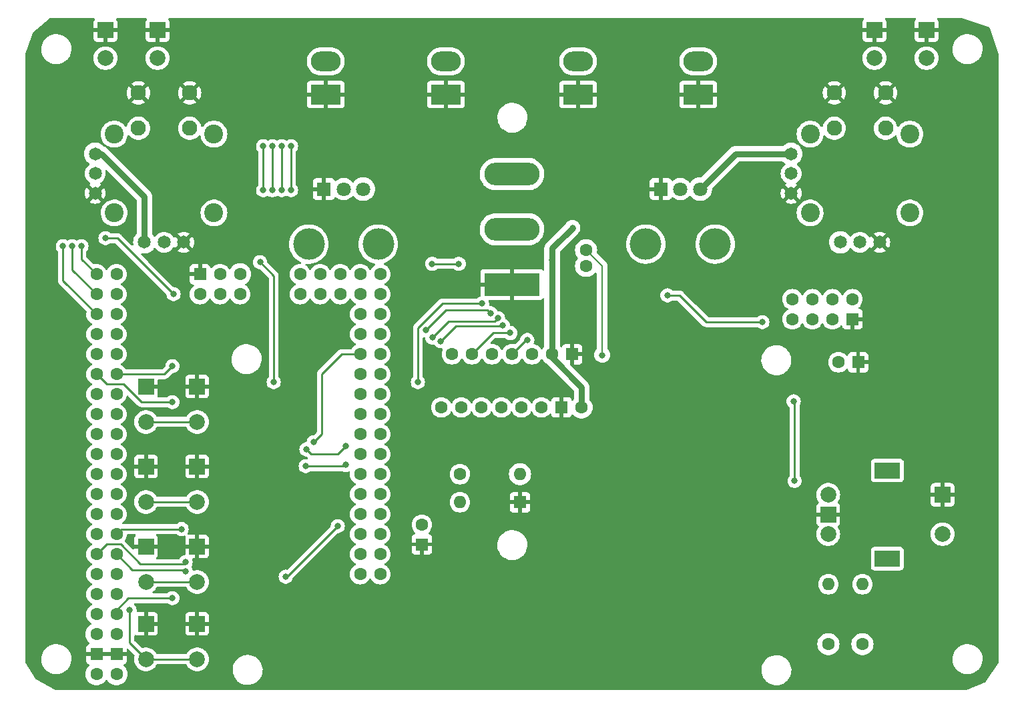
<source format=gbr>
%TF.GenerationSoftware,KiCad,Pcbnew,7.0.8*%
%TF.CreationDate,2023-11-22T02:38:27-05:00*%
%TF.ProjectId,RCTransmitterAecertRobotics,52435472-616e-4736-9d69-747465724165,rev?*%
%TF.SameCoordinates,Original*%
%TF.FileFunction,Copper,L2,Bot*%
%TF.FilePolarity,Positive*%
%FSLAX46Y46*%
G04 Gerber Fmt 4.6, Leading zero omitted, Abs format (unit mm)*
G04 Created by KiCad (PCBNEW 7.0.8) date 2023-11-22 02:38:27*
%MOMM*%
%LPD*%
G01*
G04 APERTURE LIST*
G04 Aperture macros list*
%AMRoundRect*
0 Rectangle with rounded corners*
0 $1 Rounding radius*
0 $2 $3 $4 $5 $6 $7 $8 $9 X,Y pos of 4 corners*
0 Add a 4 corners polygon primitive as box body*
4,1,4,$2,$3,$4,$5,$6,$7,$8,$9,$2,$3,0*
0 Add four circle primitives for the rounded corners*
1,1,$1+$1,$2,$3*
1,1,$1+$1,$4,$5*
1,1,$1+$1,$6,$7*
1,1,$1+$1,$8,$9*
0 Add four rect primitives between the rounded corners*
20,1,$1+$1,$2,$3,$4,$5,0*
20,1,$1+$1,$4,$5,$6,$7,0*
20,1,$1+$1,$6,$7,$8,$9,0*
20,1,$1+$1,$8,$9,$2,$3,0*%
G04 Aperture macros list end*
%TA.AperFunction,ComponentPad*%
%ADD10C,1.650000*%
%TD*%
%TA.AperFunction,ComponentPad*%
%ADD11C,1.950000*%
%TD*%
%TA.AperFunction,ComponentPad*%
%ADD12C,2.400000*%
%TD*%
%TA.AperFunction,ComponentPad*%
%ADD13C,2.000000*%
%TD*%
%TA.AperFunction,ComponentPad*%
%ADD14R,2.000000X2.000000*%
%TD*%
%TA.AperFunction,ComponentPad*%
%ADD15RoundRect,1.250000X0.650000X0.000000X-0.650000X0.000000X-0.650000X0.000000X0.650000X0.000000X0*%
%TD*%
%TA.AperFunction,ComponentPad*%
%ADD16R,3.800000X2.500000*%
%TD*%
%TA.AperFunction,ComponentPad*%
%ADD17C,1.600000*%
%TD*%
%TA.AperFunction,ComponentPad*%
%ADD18R,1.600000X1.600000*%
%TD*%
%TA.AperFunction,ComponentPad*%
%ADD19O,1.600000X1.600000*%
%TD*%
%TA.AperFunction,ComponentPad*%
%ADD20R,3.200000X2.000000*%
%TD*%
%TA.AperFunction,ComponentPad*%
%ADD21O,7.000000X2.900000*%
%TD*%
%TA.AperFunction,ComponentPad*%
%ADD22R,7.000000X2.900000*%
%TD*%
%TA.AperFunction,ComponentPad*%
%ADD23C,1.800000*%
%TD*%
%TA.AperFunction,ComponentPad*%
%ADD24R,1.800000X1.800000*%
%TD*%
%TA.AperFunction,WasherPad*%
%ADD25C,4.000000*%
%TD*%
%TA.AperFunction,ViaPad*%
%ADD26C,0.800000*%
%TD*%
%TA.AperFunction,Conductor*%
%ADD27C,0.250000*%
%TD*%
%TA.AperFunction,Conductor*%
%ADD28C,0.750000*%
%TD*%
%TA.AperFunction,Conductor*%
%ADD29C,0.200000*%
%TD*%
G04 APERTURE END LIST*
D10*
%TO.P,Joystick2,1,1*%
%TO.N,/5v*%
X182605000Y-84850000D03*
%TO.P,Joystick2,2,2*%
%TO.N,/Joy Right X*%
X185105000Y-84850000D03*
%TO.P,Joystick2,3,3*%
%TO.N,GND*%
X187605000Y-84850000D03*
%TO.P,Joystick2,11,1'*%
%TO.N,/5v*%
X176375000Y-73620000D03*
%TO.P,Joystick2,12,2'*%
%TO.N,/Joy Right Y*%
X176375000Y-76120000D03*
%TO.P,Joystick2,13,3'*%
%TO.N,GND*%
X176375000Y-78620000D03*
D11*
%TO.P,Joystick2,A1,COM_1*%
%TO.N,/Joy Right Button*%
X188355000Y-70370000D03*
%TO.P,Joystick2,B1,COM_2*%
%TO.N,unconnected-(Joystick2-COM_2-PadB1)*%
X181855000Y-70370000D03*
%TO.P,Joystick2,C1,NO_1*%
%TO.N,GND*%
X188355000Y-65870000D03*
%TO.P,Joystick2,D1,NO_2*%
X181855000Y-65870000D03*
D12*
%TO.P,Joystick2,MH1,MH1*%
%TO.N,unconnected-(Joystick2-PadMH1)*%
X178780000Y-81120000D03*
%TO.P,Joystick2,MH2,MH2*%
%TO.N,unconnected-(Joystick2-PadMH2)*%
X191430000Y-81120000D03*
%TO.P,Joystick2,MH3,MH3*%
%TO.N,unconnected-(Joystick2-PadMH3)*%
X191430000Y-71120000D03*
%TO.P,Joystick2,MH4,MH4*%
%TO.N,unconnected-(Joystick2-PadMH4)*%
X178780000Y-71120000D03*
%TD*%
D10*
%TO.P,Joystick1,1,1*%
%TO.N,/5v*%
X94335000Y-84850000D03*
%TO.P,Joystick1,2,2*%
%TO.N,/Joy Left X*%
X96835000Y-84850000D03*
%TO.P,Joystick1,3,3*%
%TO.N,GND*%
X99335000Y-84850000D03*
%TO.P,Joystick1,11,1'*%
%TO.N,/5v*%
X88105000Y-73620000D03*
%TO.P,Joystick1,12,2'*%
%TO.N,/Joy Left Y*%
X88105000Y-76120000D03*
%TO.P,Joystick1,13,3'*%
%TO.N,GND*%
X88105000Y-78620000D03*
D11*
%TO.P,Joystick1,A1,COM_1*%
%TO.N,/Joy Left Button*%
X100085000Y-70370000D03*
%TO.P,Joystick1,B1,COM_2*%
%TO.N,unconnected-(Joystick1-COM_2-PadB1)*%
X93585000Y-70370000D03*
%TO.P,Joystick1,C1,NO_1*%
%TO.N,GND*%
X100085000Y-65870000D03*
%TO.P,Joystick1,D1,NO_2*%
X93585000Y-65870000D03*
D12*
%TO.P,Joystick1,MH1,MH1*%
%TO.N,unconnected-(Joystick1-PadMH1)*%
X90510000Y-81120000D03*
%TO.P,Joystick1,MH2,MH2*%
%TO.N,unconnected-(Joystick1-PadMH2)*%
X103160000Y-81120000D03*
%TO.P,Joystick1,MH3,MH3*%
%TO.N,unconnected-(Joystick1-PadMH3)*%
X103160000Y-71120000D03*
%TO.P,Joystick1,MH4,MH4*%
%TO.N,unconnected-(Joystick1-PadMH4)*%
X90510000Y-71120000D03*
%TD*%
D13*
%TO.P,Bumper4,2,2*%
%TO.N,/Right Bumper B*%
X193548000Y-61468000D03*
D14*
%TO.P,Bumper4,1,1*%
%TO.N,GND*%
X193548000Y-57912000D03*
%TD*%
%TO.P,Bumper3,1,1*%
%TO.N,GND*%
X186944000Y-57912000D03*
D13*
%TO.P,Bumper3,2,2*%
%TO.N,/Right Bumper A*%
X186944000Y-61468000D03*
%TD*%
%TO.P,Bumper2,2,2*%
%TO.N,/Left Bumper B*%
X96012000Y-61468000D03*
D14*
%TO.P,Bumper2,1,1*%
%TO.N,GND*%
X96012000Y-57912000D03*
%TD*%
D13*
%TO.P,Bumper1,2,2*%
%TO.N,/Left Bumper A*%
X89408000Y-61468000D03*
D14*
%TO.P,Bumper1,1,1*%
%TO.N,GND*%
X89408000Y-57912000D03*
%TD*%
D15*
%TO.P,Toggle4,2*%
%TO.N,/Toggle D*%
X164592000Y-61872000D03*
D16*
%TO.P,Toggle4,1*%
%TO.N,GND*%
X164592000Y-66072000D03*
%TD*%
%TO.P,Toggle1,1*%
%TO.N,GND*%
X117348000Y-66072000D03*
D15*
%TO.P,Toggle1,2*%
%TO.N,/Toggle A*%
X117348000Y-61872000D03*
%TD*%
D17*
%TO.P,Gyroscope1,1,VCC*%
%TO.N,/5v*%
X149789454Y-105816523D03*
D18*
%TO.P,Gyroscope1,2,GND*%
%TO.N,GND*%
X147249454Y-105816523D03*
D17*
%TO.P,Gyroscope1,3,SCL*%
%TO.N,/SCL*%
X144709454Y-105816523D03*
%TO.P,Gyroscope1,4,SDA*%
%TO.N,/SDA*%
X142169454Y-105816523D03*
%TO.P,Gyroscope1,5,XDA*%
%TO.N,unconnected-(Gyroscope1-XDA-Pad5)*%
X139629454Y-105816523D03*
%TO.P,Gyroscope1,6,XCL*%
%TO.N,unconnected-(Gyroscope1-XCL-Pad6)*%
X137089454Y-105816523D03*
%TO.P,Gyroscope1,7,AD0*%
%TO.N,unconnected-(Gyroscope1-AD0-Pad7)*%
X134549454Y-105816523D03*
%TO.P,Gyroscope1,8,INT*%
%TO.N,unconnected-(Gyroscope1-INT-Pad8)*%
X132009454Y-105816523D03*
%TD*%
D18*
%TO.P,OLED_LCD_Display1,7,GND*%
%TO.N,GND*%
X148590000Y-99060000D03*
D17*
%TO.P,OLED_LCD_Display1,6,VCC*%
%TO.N,/5v*%
X146050000Y-99060000D03*
%TO.P,OLED_LCD_Display1,5,SCK*%
%TO.N,/SCK*%
X143510000Y-99060000D03*
%TO.P,OLED_LCD_Display1,4,SDA*%
%TO.N,/MOSI*%
X140970000Y-99060000D03*
%TO.P,OLED_LCD_Display1,3,RES*%
%TO.N,/Screen RES*%
X138430000Y-99060000D03*
%TO.P,OLED_LCD_Display1,2,DC*%
%TO.N,/CE*%
X135890000Y-99060000D03*
%TO.P,OLED_LCD_Display1,1,CS*%
%TO.N,/Screen CS*%
X133350000Y-99060000D03*
%TD*%
D19*
%TO.P,R2,2*%
%TO.N,/Battery Voltage*%
X134366000Y-117856000D03*
D18*
%TO.P,R2,1*%
%TO.N,GND*%
X141986000Y-117856000D03*
%TD*%
D19*
%TO.P,R1,2*%
%TO.N,/Bat+*%
X141986000Y-114300000D03*
D17*
%TO.P,R1,1*%
%TO.N,/Battery Voltage*%
X134366000Y-114300000D03*
%TD*%
D14*
%TO.P,Rotary_Encoder1,S2,S2*%
%TO.N,GND*%
X195580000Y-116920000D03*
D13*
%TO.P,Rotary_Encoder1,S1,S1*%
%TO.N,/Rotary Encoder Switch*%
X195580000Y-121920000D03*
D20*
%TO.P,Rotary_Encoder1,MP*%
%TO.N,N/C*%
X188580000Y-125020000D03*
X188580000Y-113820000D03*
D14*
%TO.P,Rotary_Encoder1,C,C*%
%TO.N,GND*%
X181080000Y-119420000D03*
D13*
%TO.P,Rotary_Encoder1,B,B*%
%TO.N,/RotaryEncoderA*%
X181080000Y-121920000D03*
%TO.P,Rotary_Encoder1,A,A*%
%TO.N,/RotaryEncoderB*%
X181080000Y-116920000D03*
%TD*%
D17*
%TO.P,R4,1*%
%TO.N,/5v*%
X181102000Y-135890000D03*
D19*
%TO.P,R4,2*%
%TO.N,/RotaryEncoderA*%
X181102000Y-128270000D03*
%TD*%
D14*
%TO.P,Button3,1,1*%
%TO.N,GND*%
X94540000Y-123480000D03*
X101040000Y-123480000D03*
D13*
%TO.P,Button3,2,2*%
%TO.N,/Button C*%
X94540000Y-127980000D03*
X101040000Y-127980000D03*
%TD*%
D16*
%TO.P,Toggle3,1*%
%TO.N,GND*%
X149352000Y-66072000D03*
D15*
%TO.P,Toggle3,2*%
%TO.N,/Toggle C*%
X149352000Y-61872000D03*
%TD*%
D14*
%TO.P,Button4,1,1*%
%TO.N,GND*%
X94540000Y-133300000D03*
X101040000Y-133300000D03*
D13*
%TO.P,Button4,2,2*%
%TO.N,/Button D*%
X94540000Y-137800000D03*
X101040000Y-137800000D03*
%TD*%
D14*
%TO.P,Button2,1,1*%
%TO.N,GND*%
X94540000Y-113320000D03*
X101040000Y-113320000D03*
D13*
%TO.P,Button2,2,2*%
%TO.N,/Button B*%
X94540000Y-117820000D03*
X101040000Y-117820000D03*
%TD*%
D14*
%TO.P,Button1,1,1*%
%TO.N,GND*%
X94540000Y-103160000D03*
X101040000Y-103160000D03*
D13*
%TO.P,Button1,2,2*%
%TO.N,/Button A*%
X94540000Y-107660000D03*
X101040000Y-107660000D03*
%TD*%
D21*
%TO.P,PowerSwitch1,3,Load*%
%TO.N,/Bat+*%
X140970000Y-76200000D03*
%TO.P,PowerSwitch1,2,Power*%
%TO.N,/Bat-*%
X140970000Y-83200000D03*
D22*
%TO.P,PowerSwitch1,1,LED*%
%TO.N,GND*%
X140970000Y-90200000D03*
%TD*%
D23*
%TO.P,Pot1,3,3*%
%TO.N,/5v*%
X122100000Y-78090000D03*
%TO.P,Pot1,2,2*%
%TO.N,/Pot Left*%
X119600000Y-78090000D03*
D24*
%TO.P,Pot1,1,1*%
%TO.N,GND*%
X117100000Y-78090000D03*
D25*
%TO.P,Pot1,*%
%TO.N,*%
X115200000Y-85090000D03*
X124000000Y-85090000D03*
%TD*%
D16*
%TO.P,Toggle2,1*%
%TO.N,GND*%
X132588000Y-66072000D03*
D15*
%TO.P,Toggle2,2*%
%TO.N,/Toggle B*%
X132588000Y-61872000D03*
%TD*%
D23*
%TO.P,Pot2,3,3*%
%TO.N,/5v*%
X164840000Y-78090000D03*
%TO.P,Pot2,2,2*%
%TO.N,/Pot Right*%
X162340000Y-78090000D03*
D24*
%TO.P,Pot2,1,1*%
%TO.N,GND*%
X159840000Y-78090000D03*
D25*
%TO.P,Pot2,*%
%TO.N,*%
X157940000Y-85090000D03*
X166740000Y-85090000D03*
%TD*%
D17*
%TO.P,R3,1*%
%TO.N,/5v*%
X185420000Y-135890000D03*
D19*
%TO.P,R3,2*%
%TO.N,/RotaryEncoderB*%
X185420000Y-128270000D03*
%TD*%
D17*
%TO.P,C2,1*%
%TO.N,/3.3v*%
X129540000Y-120714888D03*
D18*
%TO.P,C2,2*%
%TO.N,GND*%
X129540000Y-123214888D03*
%TD*%
D17*
%TO.P,JST_Connector1,2,Pin_2*%
%TO.N,/Bat-*%
X150368000Y-87852000D03*
%TO.P,JST_Connector1,1,Pin_1*%
%TO.N,/Bat+*%
X150368000Y-85852000D03*
%TD*%
%TO.P,Arduino_Mega_Pro1,0,RX*%
%TO.N,unconnected-(Arduino_Mega_Pro1-RX-Pad0)*%
X90805000Y-127000000D03*
%TO.P,Arduino_Mega_Pro1,1,TX*%
%TO.N,unconnected-(Arduino_Mega_Pro1-TX-Pad1)*%
X88265000Y-127000000D03*
%TO.P,Arduino_Mega_Pro1,2,D2*%
%TO.N,/RotaryEncoderA*%
X90805000Y-124460000D03*
%TO.P,Arduino_Mega_Pro1,3,D3*%
%TO.N,/RotaryEncoderB*%
X88265000Y-124460000D03*
%TO.P,Arduino_Mega_Pro1,3V3,3V3*%
%TO.N,/3.3v*%
X88265000Y-132080000D03*
X90805000Y-132080000D03*
%TO.P,Arduino_Mega_Pro1,4,D4*%
%TO.N,/NRF CSN*%
X90805000Y-121920000D03*
%TO.P,Arduino_Mega_Pro1,5,D5*%
%TO.N,unconnected-(Arduino_Mega_Pro1-D5-Pad5)*%
X88265000Y-121920000D03*
%TO.P,Arduino_Mega_Pro1,5V,5V*%
%TO.N,/5v*%
X88265000Y-134620000D03*
X90805000Y-134620000D03*
X106480000Y-88900000D03*
%TO.P,Arduino_Mega_Pro1,6,D6*%
%TO.N,/Button D*%
X90805000Y-119380000D03*
%TO.P,Arduino_Mega_Pro1,7,D7*%
%TO.N,unconnected-(Arduino_Mega_Pro1-D7-Pad7)*%
X88265000Y-119380000D03*
%TO.P,Arduino_Mega_Pro1,8,D8*%
%TO.N,/Button C*%
X90805000Y-116840000D03*
%TO.P,Arduino_Mega_Pro1,9,D9*%
%TO.N,unconnected-(Arduino_Mega_Pro1-D9-Pad9)*%
X88265000Y-116840000D03*
%TO.P,Arduino_Mega_Pro1,10,D10*%
%TO.N,/Button B*%
X90805000Y-114300000D03*
%TO.P,Arduino_Mega_Pro1,11,D11*%
%TO.N,unconnected-(Arduino_Mega_Pro1-D11-Pad11)*%
X88265000Y-114300000D03*
%TO.P,Arduino_Mega_Pro1,12,D12*%
%TO.N,/Button A*%
X90805000Y-111760000D03*
%TO.P,Arduino_Mega_Pro1,13,D13*%
%TO.N,unconnected-(Arduino_Mega_Pro1-D13-Pad13)*%
X88265000Y-111760000D03*
%TO.P,Arduino_Mega_Pro1,14,D14*%
%TO.N,unconnected-(Arduino_Mega_Pro1-D14-Pad14)*%
X90805000Y-109220000D03*
%TO.P,Arduino_Mega_Pro1,15,D15*%
%TO.N,unconnected-(Arduino_Mega_Pro1-D15-Pad15)*%
X88265000Y-109220000D03*
%TO.P,Arduino_Mega_Pro1,16,D16*%
%TO.N,unconnected-(Arduino_Mega_Pro1-D16-Pad16)*%
X90805000Y-106680000D03*
%TO.P,Arduino_Mega_Pro1,17,D17*%
%TO.N,unconnected-(Arduino_Mega_Pro1-D17-Pad17)*%
X88265000Y-106680000D03*
%TO.P,Arduino_Mega_Pro1,18,D18*%
%TO.N,unconnected-(Arduino_Mega_Pro1-D18-Pad18)*%
X90805000Y-104140000D03*
%TO.P,Arduino_Mega_Pro1,19,D19*%
%TO.N,unconnected-(Arduino_Mega_Pro1-D19-Pad19)*%
X88265000Y-104140000D03*
%TO.P,Arduino_Mega_Pro1,20,D20(SDA)*%
%TO.N,/SDA*%
X90805000Y-101600000D03*
%TO.P,Arduino_Mega_Pro1,21,D21(SCL)*%
%TO.N,/SCL*%
X88265000Y-101600000D03*
%TO.P,Arduino_Mega_Pro1,22,D22*%
%TO.N,unconnected-(Arduino_Mega_Pro1-D22-Pad22)*%
X90805000Y-99060000D03*
%TO.P,Arduino_Mega_Pro1,23,D23*%
%TO.N,unconnected-(Arduino_Mega_Pro1-D23-Pad23)*%
X88265000Y-99060000D03*
%TO.P,Arduino_Mega_Pro1,24,D24*%
%TO.N,unconnected-(Arduino_Mega_Pro1-D24-Pad24)*%
X90805000Y-96520000D03*
%TO.P,Arduino_Mega_Pro1,25,D25*%
%TO.N,unconnected-(Arduino_Mega_Pro1-D25-Pad25)*%
X88265000Y-96520000D03*
%TO.P,Arduino_Mega_Pro1,26,D26*%
%TO.N,unconnected-(Arduino_Mega_Pro1-D26-Pad26)*%
X90805000Y-93980000D03*
%TO.P,Arduino_Mega_Pro1,27,D27*%
%TO.N,/Left Bumper A*%
X88265000Y-93980000D03*
%TO.P,Arduino_Mega_Pro1,28,D28*%
%TO.N,unconnected-(Arduino_Mega_Pro1-D28-Pad28)*%
X90805000Y-91440000D03*
%TO.P,Arduino_Mega_Pro1,29,D29*%
%TO.N,/Left Bumper B*%
X88265000Y-91440000D03*
%TO.P,Arduino_Mega_Pro1,30,D30*%
%TO.N,unconnected-(Arduino_Mega_Pro1-D30-Pad30)*%
X90805000Y-88900000D03*
%TO.P,Arduino_Mega_Pro1,31,D31*%
%TO.N,/Joy Left Button*%
X88265000Y-88900000D03*
%TO.P,Arduino_Mega_Pro1,32,D32*%
%TO.N,/Toggle D*%
X124260000Y-106680000D03*
%TO.P,Arduino_Mega_Pro1,33,D33*%
%TO.N,/Toggle C*%
X121720000Y-106680000D03*
%TO.P,Arduino_Mega_Pro1,34,D34*%
%TO.N,/Toggle B*%
X124260000Y-104140000D03*
%TO.P,Arduino_Mega_Pro1,35,D35*%
%TO.N,/Toggle A*%
X121720000Y-104140000D03*
%TO.P,Arduino_Mega_Pro1,36,D36*%
%TO.N,/Joy Right Button*%
X124260000Y-101600000D03*
%TO.P,Arduino_Mega_Pro1,37,D37*%
%TO.N,/Right Bumper B*%
X121720000Y-101600000D03*
%TO.P,Arduino_Mega_Pro1,38,D38*%
%TO.N,/Right Bumper A*%
X124260000Y-99060000D03*
%TO.P,Arduino_Mega_Pro1,39,D39*%
%TO.N,/Rotary Encoder Switch*%
X121720000Y-99060000D03*
%TO.P,Arduino_Mega_Pro1,40,D40*%
%TO.N,/Screen RES*%
X124260000Y-96520000D03*
%TO.P,Arduino_Mega_Pro1,41,D41*%
%TO.N,unconnected-(Arduino_Mega_Pro1-D41-Pad41)*%
X121720000Y-96520000D03*
%TO.P,Arduino_Mega_Pro1,42,D42*%
%TO.N,/Screen CS*%
X124260000Y-93980000D03*
%TO.P,Arduino_Mega_Pro1,43,D43*%
%TO.N,unconnected-(Arduino_Mega_Pro1-D43-Pad43)*%
X121720000Y-93980000D03*
%TO.P,Arduino_Mega_Pro1,44,D44*%
%TO.N,unconnected-(Arduino_Mega_Pro1-D44-Pad44)*%
X124260000Y-91440000D03*
%TO.P,Arduino_Mega_Pro1,45,D45*%
%TO.N,unconnected-(Arduino_Mega_Pro1-D45-Pad45)*%
X121720000Y-91440000D03*
%TO.P,Arduino_Mega_Pro1,46,D46*%
%TO.N,unconnected-(Arduino_Mega_Pro1-D46-Pad46)*%
X124260000Y-88900000D03*
%TO.P,Arduino_Mega_Pro1,47,D47*%
%TO.N,unconnected-(Arduino_Mega_Pro1-D47-Pad47)*%
X121720000Y-88900000D03*
%TO.P,Arduino_Mega_Pro1,48,D48*%
%TO.N,unconnected-(Arduino_Mega_Pro1-D48-Pad48)*%
X119180000Y-88900000D03*
%TO.P,Arduino_Mega_Pro1,49,D49*%
%TO.N,/CE*%
X119180000Y-91440000D03*
%TO.P,Arduino_Mega_Pro1,50,D50(MISO)*%
%TO.N,/MISO*%
X106480000Y-91440000D03*
X116640000Y-88900000D03*
%TO.P,Arduino_Mega_Pro1,51,D51(MOSI)*%
%TO.N,/MOSI*%
X103940000Y-88900000D03*
X116640000Y-91440000D03*
%TO.P,Arduino_Mega_Pro1,52,D52(SCLK)*%
%TO.N,/SCK*%
X103940000Y-91440000D03*
X114100000Y-88900000D03*
%TO.P,Arduino_Mega_Pro1,53,D53(CE)*%
%TO.N,unconnected-(Arduino_Mega_Pro1-D53(CE)-Pad53)*%
X114100000Y-91440000D03*
%TO.P,Arduino_Mega_Pro1,A0,A0*%
%TO.N,/Pot Left*%
X124260000Y-127000000D03*
%TO.P,Arduino_Mega_Pro1,A1,A1*%
%TO.N,unconnected-(Arduino_Mega_Pro1-PadA1)*%
X121720000Y-127000000D03*
%TO.P,Arduino_Mega_Pro1,A2,A2*%
%TO.N,/Joy Right X*%
X124260000Y-124460000D03*
%TO.P,Arduino_Mega_Pro1,A3,A3*%
%TO.N,/Joy Right Y*%
X121720000Y-124460000D03*
%TO.P,Arduino_Mega_Pro1,A4,A4*%
%TO.N,unconnected-(Arduino_Mega_Pro1-PadA4)*%
X124260000Y-121920000D03*
%TO.P,Arduino_Mega_Pro1,A5,A5*%
%TO.N,unconnected-(Arduino_Mega_Pro1-PadA5)*%
X121720000Y-121920000D03*
%TO.P,Arduino_Mega_Pro1,A6,A6*%
%TO.N,/Joy Left X*%
X124260000Y-119380000D03*
%TO.P,Arduino_Mega_Pro1,A7,A7*%
%TO.N,/Joy Left Y*%
X121720000Y-119380000D03*
%TO.P,Arduino_Mega_Pro1,A8,A8*%
%TO.N,/Battery Voltage*%
X124260000Y-116840000D03*
%TO.P,Arduino_Mega_Pro1,A9,A9*%
%TO.N,unconnected-(Arduino_Mega_Pro1-PadA9)*%
X121720000Y-116840000D03*
%TO.P,Arduino_Mega_Pro1,A10,A10*%
%TO.N,unconnected-(Arduino_Mega_Pro1-PadA10)*%
X124260000Y-114300000D03*
%TO.P,Arduino_Mega_Pro1,A11,A11*%
%TO.N,unconnected-(Arduino_Mega_Pro1-PadA11)*%
X121720000Y-114300000D03*
%TO.P,Arduino_Mega_Pro1,A12,A12*%
%TO.N,unconnected-(Arduino_Mega_Pro1-PadA12)*%
X124260000Y-111760000D03*
%TO.P,Arduino_Mega_Pro1,A13,A13*%
%TO.N,unconnected-(Arduino_Mega_Pro1-PadA13)*%
X121720000Y-111760000D03*
%TO.P,Arduino_Mega_Pro1,A14,A14*%
%TO.N,/Pot Right*%
X124260000Y-109220000D03*
%TO.P,Arduino_Mega_Pro1,A15,A15*%
%TO.N,unconnected-(Arduino_Mega_Pro1-PadA15)*%
X121720000Y-109220000D03*
%TO.P,Arduino_Mega_Pro1,AREF,AREF*%
%TO.N,/REF*%
X90805000Y-129540000D03*
D18*
%TO.P,Arduino_Mega_Pro1,GND,GND*%
%TO.N,GND*%
X88265000Y-137160000D03*
X90805000Y-137160000D03*
X101400000Y-88900000D03*
D17*
%TO.P,Arduino_Mega_Pro1,RST,RST*%
%TO.N,unconnected-(Arduino_Mega_Pro1-PadRST)*%
X88265000Y-129540000D03*
X101400000Y-91440000D03*
%TO.P,Arduino_Mega_Pro1,VIN,VIN*%
%TO.N,/Bat+*%
X88265000Y-139700000D03*
X90805000Y-139700000D03*
%TD*%
D18*
%TO.P,C1,2*%
%TO.N,GND*%
X184872000Y-100076000D03*
D17*
%TO.P,C1,1*%
%TO.N,/3.3v*%
X182372000Y-100076000D03*
%TD*%
D18*
%TO.P,NRF24,8,GND*%
%TO.N,GND*%
X184150000Y-94615000D03*
D17*
%TO.P,NRF24,7,CE*%
%TO.N,/CE*%
X181610000Y-94615000D03*
%TO.P,NRF24,6,SCK*%
%TO.N,/SCK*%
X179070000Y-94615000D03*
%TO.P,NRF24,5,MISO*%
%TO.N,/MISO*%
X176530000Y-94615000D03*
%TO.P,NRF24,4,IRQ*%
%TO.N,unconnected-(NRF24-IRQ-Pad4)*%
X176530000Y-92075000D03*
%TO.P,NRF24,3,MOSI*%
%TO.N,/MOSI*%
X179070000Y-92075000D03*
%TO.P,NRF24,2,CSN*%
%TO.N,/NRF CSN*%
X181610000Y-92075000D03*
%TO.P,NRF24,1,V+*%
%TO.N,/3.3v*%
X184150000Y-92075000D03*
%TD*%
D26*
%TO.N,GND*%
X92456000Y-58928000D03*
X189992000Y-59436000D03*
X93974276Y-131266266D03*
X157988000Y-101092000D03*
%TO.N,/3.3v*%
X97889000Y-130048000D03*
X118872000Y-120904000D03*
X112268000Y-127329500D03*
%TO.N,GND*%
X155448000Y-91440000D03*
X145796000Y-109220000D03*
%TO.N,/5v*%
X148634307Y-83013693D03*
X146050000Y-87122000D03*
%TO.N,/MISO*%
X160689312Y-91601312D03*
X172720000Y-94996000D03*
%TO.N,/Bat+*%
X152408340Y-99168500D03*
%TO.N,/CE*%
X140750331Y-96369500D03*
%TO.N,GND*%
X154432000Y-80772000D03*
X139700000Y-102616000D03*
X156972000Y-117856000D03*
X102929041Y-140295973D03*
X129820556Y-108337148D03*
X182372000Y-97028000D03*
X193040000Y-66040000D03*
X105156000Y-65786000D03*
X119888000Y-138684000D03*
X98806000Y-89154000D03*
X107188000Y-116332000D03*
X132080000Y-114808000D03*
X178308000Y-119634000D03*
X148336000Y-71628000D03*
X107696000Y-123444000D03*
X96092572Y-73528443D03*
X93218000Y-140208000D03*
X89408000Y-66040000D03*
X104648000Y-132588000D03*
X102108000Y-98044000D03*
X168148000Y-108204000D03*
X135200919Y-124257127D03*
X93472000Y-99568000D03*
X165100000Y-72136000D03*
X199136000Y-109728000D03*
X189594180Y-129195269D03*
X197612000Y-75692000D03*
X124968000Y-69088000D03*
X170434000Y-129794000D03*
X174244000Y-85344000D03*
X185420000Y-106172000D03*
X187452000Y-75184000D03*
%TO.N,/Rotary Encoder Switch*%
X115824000Y-110236000D03*
%TO.N,/Left Bumper A*%
X84010994Y-85344000D03*
%TO.N,/Right Bumper A*%
X130048000Y-96012000D03*
X138251968Y-93870873D03*
%TO.N,/Left Bumper B*%
X85185497Y-85344000D03*
%TO.N,/Right Bumper B*%
X139192000Y-94488000D03*
X130872180Y-96945918D03*
%TO.N,/Joy Right Button*%
X131951976Y-97407976D03*
X139809127Y-95428032D03*
%TO.N,/Toggle B*%
X111760000Y-72644000D03*
X111760000Y-78232000D03*
%TO.N,/Toggle A*%
X112938728Y-72644000D03*
X112934503Y-78232000D03*
%TO.N,/Toggle C*%
X110585497Y-72644000D03*
X110585498Y-78233248D03*
%TO.N,/Toggle D*%
X109411038Y-72654093D03*
X109410996Y-78231539D03*
%TO.N,/Joy Left Button*%
X86360000Y-85344000D03*
%TO.N,/Button D*%
X92456000Y-131572000D03*
%TO.N,/Pot Right*%
X129032000Y-102616000D03*
X137160000Y-92622500D03*
%TO.N,/SCL*%
X97889000Y-105156000D03*
X114808000Y-113284000D03*
X119888000Y-113135479D03*
%TO.N,/SDA*%
X97889000Y-100584000D03*
X114900688Y-111159312D03*
X119888000Y-110726888D03*
%TO.N,/Pot Left*%
X109012500Y-87376000D03*
X110744000Y-102616000D03*
%TO.N,/Joy Left Y*%
X98044000Y-91440000D03*
X89408000Y-84328000D03*
%TO.N,/MISO*%
X130850000Y-87590000D03*
X134199500Y-87590000D03*
%TO.N,/MOSI*%
X142902968Y-97251592D03*
%TO.N,/NRF CSN*%
X176812349Y-115149500D03*
X176691312Y-105063312D03*
X99060000Y-121271285D03*
%TO.N,/RotaryEncoderB*%
X99568000Y-125476000D03*
%TO.N,/RotaryEncoderA*%
X99597535Y-126650131D03*
%TD*%
D27*
%TO.N,/Pot Left*%
X110744000Y-89107500D02*
X110744000Y-102616000D01*
X109012500Y-87376000D02*
X110744000Y-89107500D01*
D28*
%TO.N,/5v*%
X164840000Y-78090000D02*
X169310000Y-73620000D01*
X169310000Y-73620000D02*
X176375000Y-73620000D01*
X88930000Y-73620000D02*
X88105000Y-73620000D01*
X94335000Y-79025000D02*
X88930000Y-73620000D01*
X94335000Y-84850000D02*
X94335000Y-79025000D01*
D27*
%TO.N,/Joy Left Y*%
X90932000Y-84328000D02*
X98044000Y-91440000D01*
X89408000Y-84328000D02*
X90932000Y-84328000D01*
%TO.N,/MISO*%
X165608000Y-94996000D02*
X172720000Y-94996000D01*
X162213312Y-91601312D02*
X165608000Y-94996000D01*
X160689312Y-91601312D02*
X162213312Y-91601312D01*
%TO.N,/NRF CSN*%
X176812349Y-105184349D02*
X176812349Y-115149500D01*
X176691312Y-105063312D02*
X176812349Y-105184349D01*
%TO.N,/Button D*%
X92456000Y-135716000D02*
X94540000Y-137800000D01*
X92456000Y-131572000D02*
X92456000Y-135716000D01*
%TO.N,/SDA*%
X115501376Y-111760000D02*
X114900688Y-111159312D01*
X118854888Y-111760000D02*
X115501376Y-111760000D01*
X119888000Y-110726888D02*
X118854888Y-111760000D01*
%TO.N,/SCL*%
X119739479Y-113284000D02*
X114808000Y-113284000D01*
X119888000Y-113135479D02*
X119739479Y-113284000D01*
%TO.N,/Rotary Encoder Switch*%
X119380000Y-99060000D02*
X121920000Y-99060000D01*
X116840000Y-101600000D02*
X119380000Y-99060000D01*
X116840000Y-109220000D02*
X116840000Y-101600000D01*
X115824000Y-110236000D02*
X116840000Y-109220000D01*
%TO.N,/3.3v*%
X112446500Y-127329500D02*
X112268000Y-127329500D01*
X118872000Y-120904000D02*
X112446500Y-127329500D01*
D28*
%TO.N,/5v*%
X149789454Y-103238312D02*
X146050000Y-99498858D01*
X146050000Y-99498858D02*
X146050000Y-99060000D01*
X149789454Y-105816523D02*
X149789454Y-103238312D01*
X146050000Y-85598000D02*
X148634307Y-83013693D01*
X146050000Y-87122000D02*
X146050000Y-99060000D01*
X146050000Y-87122000D02*
X146050000Y-85598000D01*
D27*
%TO.N,/Pot Right*%
X137160000Y-92622500D02*
X132164707Y-92622500D01*
X132164707Y-92622500D02*
X129032000Y-95755207D01*
X129032000Y-95755207D02*
X129032000Y-102616000D01*
%TO.N,/3.3v*%
X90805000Y-132080000D02*
X90805000Y-131512918D01*
X90805000Y-131512918D02*
X92269918Y-130048000D01*
X92269918Y-130048000D02*
X97889000Y-130048000D01*
%TO.N,/MISO*%
X134199500Y-87590000D02*
X130850000Y-87590000D01*
D29*
%TO.N,/Bat+*%
X152400000Y-87884000D02*
X150368000Y-85852000D01*
X152400000Y-99160160D02*
X152400000Y-87884000D01*
X152408340Y-99168500D02*
X152400000Y-99160160D01*
D27*
%TO.N,/Right Bumper A*%
X132588000Y-93472000D02*
X130048000Y-96012000D01*
X137853095Y-93472000D02*
X132588000Y-93472000D01*
X138251968Y-93870873D02*
X137853095Y-93472000D01*
%TO.N,/Joy Right Button*%
X133839952Y-95520000D02*
X131951976Y-97407976D01*
X139717159Y-95520000D02*
X133839952Y-95520000D01*
X139809127Y-95428032D02*
X139717159Y-95520000D01*
%TO.N,/Right Bumper B*%
X132923098Y-94895000D02*
X130872180Y-96945918D01*
X138785000Y-94895000D02*
X132923098Y-94895000D01*
X139192000Y-94488000D02*
X138785000Y-94895000D01*
%TO.N,/CE*%
X138580500Y-96369500D02*
X135890000Y-99060000D01*
X140750331Y-96369500D02*
X138580500Y-96369500D01*
%TO.N,/MOSI*%
X142778408Y-97251592D02*
X140970000Y-99060000D01*
X142902968Y-97251592D02*
X142778408Y-97251592D01*
%TO.N,/Left Bumper A*%
X84010994Y-85344000D02*
X84010994Y-89725994D01*
X84010994Y-89725994D02*
X88265000Y-93980000D01*
%TO.N,/Left Bumper B*%
X85185497Y-85344000D02*
X85185497Y-88360497D01*
X85185497Y-88360497D02*
X88265000Y-91440000D01*
%TO.N,/Toggle B*%
X111760000Y-78232000D02*
X111760000Y-72644000D01*
%TO.N,/Toggle A*%
X112934503Y-78232000D02*
X112938728Y-78227775D01*
X112938728Y-78227775D02*
X112938728Y-72644000D01*
%TO.N,/Toggle C*%
X110585497Y-72644000D02*
X110585498Y-78233248D01*
%TO.N,/Toggle D*%
X109411038Y-78231497D02*
X109411038Y-72654093D01*
X109410996Y-78231539D02*
X109411038Y-78231497D01*
%TO.N,/Joy Left Button*%
X86360000Y-85344000D02*
X86360000Y-86995000D01*
X86360000Y-86995000D02*
X88265000Y-88900000D01*
%TO.N,/Button D*%
X94540000Y-137800000D02*
X101040000Y-137800000D01*
%TO.N,/Button C*%
X94540000Y-127980000D02*
X101040000Y-127980000D01*
%TO.N,/Button B*%
X94540000Y-117820000D02*
X101040000Y-117820000D01*
%TO.N,/Button A*%
X94540000Y-107660000D02*
X101040000Y-107660000D01*
%TO.N,/SCL*%
X91702000Y-102878000D02*
X89543000Y-102878000D01*
X89543000Y-102878000D02*
X88265000Y-101600000D01*
X97889000Y-105156000D02*
X93980000Y-105156000D01*
X93980000Y-105156000D02*
X91702000Y-102878000D01*
%TO.N,/SDA*%
X97889000Y-100584000D02*
X96873000Y-101600000D01*
X96873000Y-101600000D02*
X90805000Y-101600000D01*
%TO.N,/NRF CSN*%
X99060000Y-121271285D02*
X91453715Y-121271285D01*
X91453715Y-121271285D02*
X90805000Y-121920000D01*
%TO.N,/RotaryEncoderB*%
X99568000Y-125476000D02*
X99322000Y-125722000D01*
X99322000Y-125722000D02*
X93844962Y-125722000D01*
X91312962Y-123190000D02*
X89535000Y-123190000D01*
X93844962Y-125722000D02*
X91312962Y-123190000D01*
X89535000Y-123190000D02*
X88265000Y-124460000D01*
%TO.N,/RotaryEncoderA*%
X99427404Y-126480000D02*
X92825000Y-126480000D01*
X99597535Y-126650131D02*
X99427404Y-126480000D01*
X92825000Y-126480000D02*
X90805000Y-124460000D01*
%TD*%
%TA.AperFunction,Conductor*%
%TO.N,GND*%
G36*
X90477359Y-136921955D02*
G01*
X90419835Y-137034852D01*
X90400014Y-137160000D01*
X90419835Y-137285148D01*
X90477359Y-137398045D01*
X90489314Y-137410000D01*
X88580686Y-137410000D01*
X88592641Y-137398045D01*
X88650165Y-137285148D01*
X88669986Y-137160000D01*
X88650165Y-137034852D01*
X88592641Y-136921955D01*
X88580686Y-136910000D01*
X90489314Y-136910000D01*
X90477359Y-136921955D01*
G37*
%TD.AperFunction*%
%TA.AperFunction,Conductor*%
G36*
X98423291Y-121916470D02*
G01*
X98448400Y-121937811D01*
X98454126Y-121944170D01*
X98454130Y-121944174D01*
X98607265Y-122055433D01*
X98607270Y-122055436D01*
X98780192Y-122132427D01*
X98780197Y-122132429D01*
X98965354Y-122171785D01*
X98965355Y-122171785D01*
X99154644Y-122171785D01*
X99154646Y-122171785D01*
X99339803Y-122132429D01*
X99408924Y-122101653D01*
X99425127Y-122094440D01*
X99494377Y-122085155D01*
X99557653Y-122114783D01*
X99594867Y-122173917D01*
X99594202Y-122243784D01*
X99591745Y-122251052D01*
X99546403Y-122372620D01*
X99546401Y-122372627D01*
X99540000Y-122432155D01*
X99540000Y-123230000D01*
X100545148Y-123230000D01*
X100496441Y-123367047D01*
X100486123Y-123517886D01*
X100516884Y-123665915D01*
X100550090Y-123730000D01*
X99540000Y-123730000D01*
X99540000Y-124460921D01*
X99520315Y-124527960D01*
X99467511Y-124573715D01*
X99441781Y-124582211D01*
X99288197Y-124614855D01*
X99288192Y-124614857D01*
X99115270Y-124691848D01*
X99115265Y-124691851D01*
X98962129Y-124803111D01*
X98835466Y-124943785D01*
X98783092Y-125034500D01*
X98732525Y-125082715D01*
X98675705Y-125096500D01*
X95923351Y-125096500D01*
X95856312Y-125076815D01*
X95810557Y-125024011D01*
X95800613Y-124954853D01*
X95829638Y-124891297D01*
X95849040Y-124873234D01*
X95897187Y-124837190D01*
X95897190Y-124837187D01*
X95983350Y-124722093D01*
X95983354Y-124722086D01*
X96033596Y-124587379D01*
X96033598Y-124587372D01*
X96039999Y-124527844D01*
X96040000Y-124527827D01*
X96040000Y-123730000D01*
X95034852Y-123730000D01*
X95083559Y-123592953D01*
X95093877Y-123442114D01*
X95063116Y-123294085D01*
X95029910Y-123230000D01*
X96040000Y-123230000D01*
X96040000Y-122432172D01*
X96039999Y-122432155D01*
X96033598Y-122372627D01*
X96033596Y-122372620D01*
X95983354Y-122237913D01*
X95983350Y-122237906D01*
X95897190Y-122122812D01*
X95897188Y-122122810D01*
X95893501Y-122120050D01*
X95851631Y-122064115D01*
X95846648Y-121994424D01*
X95880135Y-121933101D01*
X95941459Y-121899618D01*
X95967814Y-121896785D01*
X98356252Y-121896785D01*
X98423291Y-121916470D01*
G37*
%TD.AperFunction*%
%TA.AperFunction,Conductor*%
G36*
X93179225Y-121916470D02*
G01*
X93224980Y-121969274D01*
X93234924Y-122038432D01*
X93205899Y-122101988D01*
X93186499Y-122120050D01*
X93182811Y-122122810D01*
X93182809Y-122122812D01*
X93096649Y-122237906D01*
X93096645Y-122237913D01*
X93046403Y-122372620D01*
X93046401Y-122372627D01*
X93040000Y-122432155D01*
X93040000Y-123230000D01*
X94045148Y-123230000D01*
X93996441Y-123367047D01*
X93986123Y-123517886D01*
X94016884Y-123665915D01*
X94050090Y-123730000D01*
X93040000Y-123730000D01*
X93040000Y-123733085D01*
X93020315Y-123800124D01*
X92967511Y-123845879D01*
X92898353Y-123855823D01*
X92834797Y-123826798D01*
X92828319Y-123820766D01*
X91862823Y-122855270D01*
X91829338Y-122793947D01*
X91834322Y-122724255D01*
X91848921Y-122696478D01*
X91935568Y-122572734D01*
X92031739Y-122366496D01*
X92090635Y-122146692D01*
X92102596Y-122009978D01*
X92128048Y-121944909D01*
X92184639Y-121903930D01*
X92226124Y-121896785D01*
X93112186Y-121896785D01*
X93179225Y-121916470D01*
G37*
%TD.AperFunction*%
%TA.AperFunction,Conductor*%
G36*
X141220000Y-92150000D02*
G01*
X144517828Y-92150000D01*
X144517844Y-92149999D01*
X144577372Y-92143598D01*
X144577379Y-92143596D01*
X144712086Y-92093354D01*
X144712093Y-92093350D01*
X144827187Y-92007190D01*
X144827188Y-92007189D01*
X144851233Y-91975070D01*
X144907166Y-91933198D01*
X144976858Y-91928214D01*
X145038181Y-91961699D01*
X145071666Y-92023022D01*
X145074500Y-92049380D01*
X145074500Y-98003464D01*
X145054815Y-98070503D01*
X145041730Y-98087446D01*
X144941023Y-98196843D01*
X144825131Y-98374230D01*
X144771984Y-98419586D01*
X144702753Y-98429010D01*
X144639417Y-98399508D01*
X144619749Y-98377533D01*
X144510047Y-98220861D01*
X144510045Y-98220858D01*
X144349141Y-98059954D01*
X144162734Y-97929432D01*
X144162732Y-97929431D01*
X143956497Y-97833261D01*
X143956490Y-97833259D01*
X143809630Y-97793908D01*
X143749970Y-97757543D01*
X143719441Y-97694696D01*
X143727736Y-97625320D01*
X143728451Y-97623684D01*
X143730148Y-97619873D01*
X143753767Y-97547181D01*
X143788642Y-97439848D01*
X143808428Y-97251592D01*
X143788642Y-97063336D01*
X143730147Y-96883308D01*
X143635501Y-96719376D01*
X143508839Y-96578704D01*
X143480011Y-96557759D01*
X143355702Y-96467443D01*
X143355697Y-96467440D01*
X143182775Y-96390449D01*
X143182770Y-96390447D01*
X143036969Y-96359457D01*
X142997614Y-96351092D01*
X142808322Y-96351092D01*
X142779675Y-96357181D01*
X142623165Y-96390447D01*
X142623160Y-96390449D01*
X142450238Y-96467440D01*
X142450233Y-96467443D01*
X142297097Y-96578703D01*
X142170434Y-96719377D01*
X142075789Y-96883307D01*
X142075786Y-96883314D01*
X142017294Y-97063334D01*
X142017293Y-97063338D01*
X142014275Y-97092054D01*
X141987690Y-97156668D01*
X141978636Y-97166771D01*
X141384821Y-97760586D01*
X141323498Y-97794071D01*
X141265048Y-97792680D01*
X141196697Y-97774366D01*
X141196693Y-97774365D01*
X141196692Y-97774365D01*
X141083346Y-97764448D01*
X140970001Y-97754532D01*
X140969998Y-97754532D01*
X140743313Y-97774364D01*
X140743302Y-97774366D01*
X140523511Y-97833258D01*
X140523502Y-97833261D01*
X140317267Y-97929431D01*
X140317265Y-97929432D01*
X140130858Y-98059954D01*
X139969954Y-98220858D01*
X139839432Y-98407265D01*
X139839431Y-98407267D01*
X139812382Y-98465275D01*
X139766209Y-98517714D01*
X139699016Y-98536866D01*
X139632135Y-98516650D01*
X139587618Y-98465275D01*
X139580186Y-98449337D01*
X139560568Y-98407266D01*
X139430047Y-98220861D01*
X139430045Y-98220858D01*
X139269141Y-98059954D01*
X139082734Y-97929432D01*
X139082732Y-97929431D01*
X138876497Y-97833261D01*
X138876488Y-97833258D01*
X138656697Y-97774366D01*
X138656693Y-97774365D01*
X138656692Y-97774365D01*
X138656691Y-97774364D01*
X138656686Y-97774364D01*
X138430002Y-97754532D01*
X138429996Y-97754532D01*
X138385894Y-97758390D01*
X138317394Y-97744623D01*
X138267212Y-97696007D01*
X138251279Y-97627978D01*
X138274655Y-97562135D01*
X138287399Y-97547190D01*
X138803271Y-97031319D01*
X138864594Y-96997834D01*
X138890952Y-96995000D01*
X140046583Y-96995000D01*
X140113622Y-97014685D01*
X140138731Y-97036026D01*
X140144457Y-97042385D01*
X140144461Y-97042389D01*
X140297596Y-97153648D01*
X140297601Y-97153651D01*
X140470523Y-97230642D01*
X140470528Y-97230644D01*
X140655685Y-97270000D01*
X140655686Y-97270000D01*
X140844975Y-97270000D01*
X140844977Y-97270000D01*
X141030134Y-97230644D01*
X141203061Y-97153651D01*
X141356202Y-97042388D01*
X141482864Y-96901716D01*
X141577510Y-96737784D01*
X141636005Y-96557756D01*
X141655791Y-96369500D01*
X141636005Y-96181244D01*
X141577510Y-96001216D01*
X141482864Y-95837284D01*
X141356202Y-95696612D01*
X141334523Y-95680861D01*
X141203065Y-95585351D01*
X141203060Y-95585348D01*
X141030138Y-95508357D01*
X141030133Y-95508355D01*
X140882826Y-95477045D01*
X140844977Y-95469000D01*
X140844976Y-95469000D01*
X140830543Y-95469000D01*
X140763504Y-95449315D01*
X140717749Y-95396511D01*
X140707222Y-95357961D01*
X140706454Y-95350654D01*
X140694801Y-95239776D01*
X140636306Y-95059748D01*
X140541660Y-94895816D01*
X140414998Y-94755144D01*
X140394358Y-94740148D01*
X140261859Y-94643882D01*
X140171023Y-94603438D01*
X140117787Y-94558187D01*
X140098407Y-94494434D01*
X140098139Y-94494463D01*
X140097992Y-94493070D01*
X140097466Y-94491338D01*
X140097460Y-94490159D01*
X140097460Y-94488002D01*
X140094915Y-94463785D01*
X140077674Y-94299744D01*
X140019179Y-94119716D01*
X139924533Y-93955784D01*
X139797871Y-93815112D01*
X139796968Y-93814456D01*
X139644734Y-93703851D01*
X139644729Y-93703848D01*
X139471807Y-93626857D01*
X139471802Y-93626855D01*
X139326001Y-93595865D01*
X139286646Y-93587500D01*
X139286645Y-93587500D01*
X139196827Y-93587500D01*
X139129788Y-93567815D01*
X139084033Y-93515011D01*
X139079544Y-93503480D01*
X139079145Y-93502585D01*
X138984502Y-93338658D01*
X138874767Y-93216785D01*
X138857839Y-93197985D01*
X138857838Y-93197984D01*
X138704702Y-93086724D01*
X138704697Y-93086721D01*
X138531775Y-93009730D01*
X138531770Y-93009728D01*
X138385969Y-92978738D01*
X138346614Y-92970373D01*
X138346613Y-92970373D01*
X138270857Y-92970373D01*
X138211106Y-92955027D01*
X138208145Y-92953399D01*
X138206108Y-92952279D01*
X138189862Y-92941606D01*
X138174030Y-92929326D01*
X138174029Y-92929325D01*
X138131264Y-92910819D01*
X138126019Y-92908249D01*
X138112574Y-92900859D01*
X138063308Y-92851315D01*
X138048648Y-92783000D01*
X138048978Y-92779311D01*
X138065460Y-92622500D01*
X138045674Y-92434244D01*
X138006058Y-92312318D01*
X138004063Y-92242477D01*
X138040143Y-92182644D01*
X138102844Y-92151816D01*
X138123989Y-92150000D01*
X140720000Y-92150000D01*
X140720000Y-90700000D01*
X141220000Y-90700000D01*
X141220000Y-92150000D01*
G37*
%TD.AperFunction*%
%TA.AperFunction,Conductor*%
G36*
X197960510Y-56344556D02*
G01*
X198274725Y-56455096D01*
X201477177Y-57581710D01*
X201533883Y-57622527D01*
X201553249Y-57658253D01*
X202685223Y-60940352D01*
X202691999Y-60980785D01*
X202690315Y-138139609D01*
X202670649Y-138206617D01*
X201110410Y-140635849D01*
X201057618Y-140681618D01*
X201055281Y-140682657D01*
X198651550Y-141721819D01*
X198602345Y-141732000D01*
X83082102Y-141732000D01*
X83021915Y-141716414D01*
X80619017Y-140382413D01*
X80573479Y-140338793D01*
X80550556Y-140301390D01*
X79694028Y-138903786D01*
X79266275Y-138205819D01*
X79248000Y-138141025D01*
X79248000Y-137864594D01*
X81280686Y-137864594D01*
X81311114Y-138141125D01*
X81381478Y-138410272D01*
X81490187Y-138666087D01*
X81490284Y-138666314D01*
X81600238Y-138846480D01*
X81635205Y-138903776D01*
X81635212Y-138903786D01*
X81813161Y-139117616D01*
X81813167Y-139117621D01*
X81971593Y-139259570D01*
X82020357Y-139303263D01*
X82252373Y-139456763D01*
X82504267Y-139574846D01*
X82504274Y-139574848D01*
X82504276Y-139574849D01*
X82770657Y-139654992D01*
X82770664Y-139654993D01*
X82770669Y-139654995D01*
X83045901Y-139695500D01*
X83045906Y-139695500D01*
X83254469Y-139695500D01*
X83314862Y-139691079D01*
X83462455Y-139680277D01*
X83733997Y-139619788D01*
X83993838Y-139520408D01*
X84236440Y-139384253D01*
X84456632Y-139214226D01*
X84649722Y-139013951D01*
X84811593Y-138787696D01*
X84912750Y-138590945D01*
X84938790Y-138540298D01*
X84938794Y-138540288D01*
X84938797Y-138540283D01*
X85028621Y-138276986D01*
X85079152Y-138003416D01*
X85089313Y-137725404D01*
X85058886Y-137448876D01*
X84988520Y-137179724D01*
X84879716Y-136923686D01*
X84734792Y-136686219D01*
X84643112Y-136576053D01*
X84556838Y-136472383D01*
X84556832Y-136472378D01*
X84349643Y-136286737D01*
X84117629Y-136133238D01*
X84092180Y-136121308D01*
X83865733Y-136015154D01*
X83865728Y-136015152D01*
X83865723Y-136015150D01*
X83599342Y-135935007D01*
X83599328Y-135935004D01*
X83474602Y-135916649D01*
X83324099Y-135894500D01*
X83115537Y-135894500D01*
X83115531Y-135894500D01*
X82907545Y-135909723D01*
X82907535Y-135909724D01*
X82636007Y-135970210D01*
X82635997Y-135970213D01*
X82376161Y-136069592D01*
X82133561Y-136205746D01*
X82133556Y-136205749D01*
X81913369Y-136375772D01*
X81913359Y-136375781D01*
X81720281Y-136576045D01*
X81720274Y-136576053D01*
X81558412Y-136802295D01*
X81558405Y-136802307D01*
X81431209Y-137049701D01*
X81431205Y-137049711D01*
X81341379Y-137313012D01*
X81341378Y-137313018D01*
X81290848Y-137586584D01*
X81290847Y-137586591D01*
X81280686Y-137864594D01*
X79248000Y-137864594D01*
X79248000Y-85344000D01*
X83105534Y-85344000D01*
X83125320Y-85532256D01*
X83125321Y-85532259D01*
X83183812Y-85712277D01*
X83183815Y-85712284D01*
X83278461Y-85876216D01*
X83302005Y-85902364D01*
X83353644Y-85959715D01*
X83383874Y-86022706D01*
X83385494Y-86042687D01*
X83385494Y-89643249D01*
X83383769Y-89658866D01*
X83384055Y-89658893D01*
X83383320Y-89666659D01*
X83385494Y-89735808D01*
X83385494Y-89765337D01*
X83385495Y-89765354D01*
X83386362Y-89772225D01*
X83386820Y-89778044D01*
X83388284Y-89824618D01*
X83388285Y-89824621D01*
X83393874Y-89843861D01*
X83397818Y-89862905D01*
X83398614Y-89869202D01*
X83400330Y-89882785D01*
X83417484Y-89926113D01*
X83419376Y-89931641D01*
X83420036Y-89933913D01*
X83432376Y-89976384D01*
X83440520Y-89990156D01*
X83442574Y-89993628D01*
X83451130Y-90011094D01*
X83458508Y-90029726D01*
X83478459Y-90057187D01*
X83485892Y-90067417D01*
X83489100Y-90072301D01*
X83512821Y-90112410D01*
X83512827Y-90112418D01*
X83526984Y-90126574D01*
X83539621Y-90141369D01*
X83541063Y-90143354D01*
X83551399Y-90157580D01*
X83551400Y-90157581D01*
X83587303Y-90187282D01*
X83591614Y-90191204D01*
X86126042Y-92725633D01*
X86965586Y-93565177D01*
X86999071Y-93626500D01*
X86997680Y-93684949D01*
X86979367Y-93753296D01*
X86979364Y-93753313D01*
X86959532Y-93979999D01*
X86959532Y-93980001D01*
X86979364Y-94206686D01*
X86979366Y-94206697D01*
X87038258Y-94426488D01*
X87038261Y-94426497D01*
X87134431Y-94632732D01*
X87134432Y-94632734D01*
X87264954Y-94819141D01*
X87425858Y-94980045D01*
X87425861Y-94980047D01*
X87612266Y-95110568D01*
X87670275Y-95137618D01*
X87722714Y-95183791D01*
X87741866Y-95250984D01*
X87721650Y-95317865D01*
X87670275Y-95362382D01*
X87612267Y-95389431D01*
X87612265Y-95389432D01*
X87425858Y-95519954D01*
X87264954Y-95680858D01*
X87134432Y-95867265D01*
X87134431Y-95867267D01*
X87038261Y-96073502D01*
X87038258Y-96073511D01*
X86979366Y-96293302D01*
X86979364Y-96293313D01*
X86959532Y-96519998D01*
X86959532Y-96520001D01*
X86979364Y-96746686D01*
X86979366Y-96746697D01*
X87038258Y-96966488D01*
X87038261Y-96966497D01*
X87134431Y-97172732D01*
X87134432Y-97172734D01*
X87264954Y-97359141D01*
X87425858Y-97520045D01*
X87425861Y-97520047D01*
X87612266Y-97650568D01*
X87670275Y-97677618D01*
X87722714Y-97723791D01*
X87741866Y-97790984D01*
X87721650Y-97857865D01*
X87670275Y-97902381D01*
X87653272Y-97910310D01*
X87612267Y-97929431D01*
X87612265Y-97929432D01*
X87425858Y-98059954D01*
X87264954Y-98220858D01*
X87134432Y-98407265D01*
X87134431Y-98407267D01*
X87038261Y-98613502D01*
X87038258Y-98613511D01*
X86979366Y-98833302D01*
X86979364Y-98833313D01*
X86959532Y-99059998D01*
X86959532Y-99060001D01*
X86979364Y-99286686D01*
X86979366Y-99286697D01*
X87038258Y-99506488D01*
X87038261Y-99506497D01*
X87134431Y-99712732D01*
X87134432Y-99712734D01*
X87264954Y-99899141D01*
X87425858Y-100060045D01*
X87425861Y-100060047D01*
X87612266Y-100190568D01*
X87669357Y-100217190D01*
X87670275Y-100217618D01*
X87722714Y-100263791D01*
X87741866Y-100330984D01*
X87721650Y-100397865D01*
X87670275Y-100442382D01*
X87612267Y-100469431D01*
X87612265Y-100469432D01*
X87425858Y-100599954D01*
X87264954Y-100760858D01*
X87134432Y-100947265D01*
X87134431Y-100947267D01*
X87038261Y-101153502D01*
X87038258Y-101153511D01*
X86979366Y-101373302D01*
X86979364Y-101373313D01*
X86959532Y-101599998D01*
X86959532Y-101600001D01*
X86979364Y-101826686D01*
X86979366Y-101826697D01*
X87038258Y-102046488D01*
X87038261Y-102046497D01*
X87134431Y-102252732D01*
X87134432Y-102252734D01*
X87264954Y-102439141D01*
X87425858Y-102600045D01*
X87425861Y-102600047D01*
X87612266Y-102730568D01*
X87670275Y-102757618D01*
X87722714Y-102803791D01*
X87741866Y-102870984D01*
X87721650Y-102937865D01*
X87670275Y-102982382D01*
X87612267Y-103009431D01*
X87612265Y-103009432D01*
X87425858Y-103139954D01*
X87264954Y-103300858D01*
X87134432Y-103487265D01*
X87134431Y-103487267D01*
X87038261Y-103693502D01*
X87038258Y-103693511D01*
X86979366Y-103913302D01*
X86979364Y-103913313D01*
X86959532Y-104139998D01*
X86959532Y-104140001D01*
X86979364Y-104366686D01*
X86979366Y-104366697D01*
X87038258Y-104586488D01*
X87038261Y-104586497D01*
X87134431Y-104792732D01*
X87134432Y-104792734D01*
X87264954Y-104979141D01*
X87425858Y-105140045D01*
X87448644Y-105156000D01*
X87612266Y-105270568D01*
X87670275Y-105297618D01*
X87722714Y-105343791D01*
X87741866Y-105410984D01*
X87721650Y-105477865D01*
X87670275Y-105522382D01*
X87612267Y-105549431D01*
X87612265Y-105549432D01*
X87425858Y-105679954D01*
X87264954Y-105840858D01*
X87134432Y-106027265D01*
X87134431Y-106027267D01*
X87038261Y-106233502D01*
X87038258Y-106233511D01*
X86979366Y-106453302D01*
X86979364Y-106453313D01*
X86959532Y-106679998D01*
X86959532Y-106680001D01*
X86979364Y-106906686D01*
X86979366Y-106906697D01*
X87038258Y-107126488D01*
X87038261Y-107126497D01*
X87134431Y-107332732D01*
X87134432Y-107332734D01*
X87264954Y-107519141D01*
X87425858Y-107680045D01*
X87425861Y-107680047D01*
X87612266Y-107810568D01*
X87670275Y-107837618D01*
X87722714Y-107883791D01*
X87741866Y-107950984D01*
X87721650Y-108017865D01*
X87670275Y-108062382D01*
X87612267Y-108089431D01*
X87612265Y-108089432D01*
X87425858Y-108219954D01*
X87264954Y-108380858D01*
X87134432Y-108567265D01*
X87134431Y-108567267D01*
X87038261Y-108773502D01*
X87038258Y-108773511D01*
X86979366Y-108993302D01*
X86979364Y-108993313D01*
X86959532Y-109219998D01*
X86959532Y-109220001D01*
X86979364Y-109446686D01*
X86979366Y-109446697D01*
X87038258Y-109666488D01*
X87038261Y-109666497D01*
X87134431Y-109872732D01*
X87134432Y-109872734D01*
X87264954Y-110059141D01*
X87425858Y-110220045D01*
X87425861Y-110220047D01*
X87612266Y-110350568D01*
X87665006Y-110375161D01*
X87670275Y-110377618D01*
X87722714Y-110423791D01*
X87741866Y-110490984D01*
X87721650Y-110557865D01*
X87670275Y-110602381D01*
X87653272Y-110610310D01*
X87612267Y-110629431D01*
X87612265Y-110629432D01*
X87425858Y-110759954D01*
X87264954Y-110920858D01*
X87134432Y-111107265D01*
X87134431Y-111107267D01*
X87038261Y-111313502D01*
X87038258Y-111313511D01*
X86979366Y-111533302D01*
X86979364Y-111533313D01*
X86959532Y-111759998D01*
X86959532Y-111760001D01*
X86979364Y-111986686D01*
X86979366Y-111986697D01*
X87038258Y-112206488D01*
X87038261Y-112206497D01*
X87134431Y-112412732D01*
X87134432Y-112412734D01*
X87264954Y-112599141D01*
X87425858Y-112760045D01*
X87425861Y-112760047D01*
X87612266Y-112890568D01*
X87631421Y-112899500D01*
X87670275Y-112917618D01*
X87722714Y-112963791D01*
X87741866Y-113030984D01*
X87721650Y-113097865D01*
X87670275Y-113142382D01*
X87612267Y-113169431D01*
X87612265Y-113169432D01*
X87425858Y-113299954D01*
X87264954Y-113460858D01*
X87134432Y-113647265D01*
X87134431Y-113647267D01*
X87038261Y-113853502D01*
X87038258Y-113853511D01*
X86979366Y-114073302D01*
X86979364Y-114073313D01*
X86959532Y-114299998D01*
X86959532Y-114300001D01*
X86979364Y-114526686D01*
X86979366Y-114526697D01*
X87038258Y-114746488D01*
X87038261Y-114746497D01*
X87134431Y-114952732D01*
X87134432Y-114952734D01*
X87264954Y-115139141D01*
X87425858Y-115300045D01*
X87425861Y-115300047D01*
X87612266Y-115430568D01*
X87670275Y-115457618D01*
X87722714Y-115503791D01*
X87741866Y-115570984D01*
X87721650Y-115637865D01*
X87670275Y-115682382D01*
X87612267Y-115709431D01*
X87612265Y-115709432D01*
X87425858Y-115839954D01*
X87264954Y-116000858D01*
X87134432Y-116187265D01*
X87134431Y-116187267D01*
X87038261Y-116393502D01*
X87038258Y-116393511D01*
X86979366Y-116613302D01*
X86979364Y-116613313D01*
X86959532Y-116839998D01*
X86959532Y-116840001D01*
X86979364Y-117066686D01*
X86979366Y-117066697D01*
X87038258Y-117286488D01*
X87038261Y-117286497D01*
X87134431Y-117492732D01*
X87134432Y-117492734D01*
X87264954Y-117679141D01*
X87425858Y-117840045D01*
X87425861Y-117840047D01*
X87612266Y-117970568D01*
X87670275Y-117997618D01*
X87722714Y-118043791D01*
X87741866Y-118110984D01*
X87721650Y-118177865D01*
X87670275Y-118222382D01*
X87612267Y-118249431D01*
X87612265Y-118249432D01*
X87425858Y-118379954D01*
X87264954Y-118540858D01*
X87134432Y-118727265D01*
X87134431Y-118727267D01*
X87038261Y-118933502D01*
X87038258Y-118933511D01*
X86979366Y-119153302D01*
X86979364Y-119153313D01*
X86959532Y-119379998D01*
X86959532Y-119380001D01*
X86979364Y-119606686D01*
X86979366Y-119606697D01*
X87038258Y-119826488D01*
X87038261Y-119826497D01*
X87134431Y-120032732D01*
X87134432Y-120032734D01*
X87264954Y-120219141D01*
X87425858Y-120380045D01*
X87472693Y-120412839D01*
X87612266Y-120510568D01*
X87666194Y-120535715D01*
X87670275Y-120537618D01*
X87722714Y-120583791D01*
X87741866Y-120650984D01*
X87721650Y-120717865D01*
X87670275Y-120762382D01*
X87612267Y-120789431D01*
X87612265Y-120789432D01*
X87425858Y-120919954D01*
X87264954Y-121080858D01*
X87134432Y-121267265D01*
X87134431Y-121267267D01*
X87038261Y-121473502D01*
X87038258Y-121473511D01*
X86979366Y-121693302D01*
X86979364Y-121693313D01*
X86959532Y-121919998D01*
X86959532Y-121920001D01*
X86979364Y-122146686D01*
X86979366Y-122146697D01*
X87038258Y-122366488D01*
X87038261Y-122366497D01*
X87134431Y-122572732D01*
X87134432Y-122572734D01*
X87264954Y-122759141D01*
X87425858Y-122920045D01*
X87425861Y-122920047D01*
X87612266Y-123050568D01*
X87670275Y-123077618D01*
X87722714Y-123123791D01*
X87741866Y-123190984D01*
X87721650Y-123257865D01*
X87670275Y-123302382D01*
X87612267Y-123329431D01*
X87612265Y-123329432D01*
X87425858Y-123459954D01*
X87264954Y-123620858D01*
X87134432Y-123807265D01*
X87134431Y-123807267D01*
X87038261Y-124013502D01*
X87038258Y-124013511D01*
X86979366Y-124233302D01*
X86979364Y-124233313D01*
X86959532Y-124459998D01*
X86959532Y-124460001D01*
X86979364Y-124686686D01*
X86979366Y-124686697D01*
X87038258Y-124906488D01*
X87038261Y-124906497D01*
X87134431Y-125112732D01*
X87134432Y-125112734D01*
X87264954Y-125299141D01*
X87425858Y-125460045D01*
X87425861Y-125460047D01*
X87612266Y-125590568D01*
X87670275Y-125617618D01*
X87722714Y-125663791D01*
X87741866Y-125730984D01*
X87721650Y-125797865D01*
X87670275Y-125842382D01*
X87612267Y-125869431D01*
X87612265Y-125869432D01*
X87425858Y-125999954D01*
X87264954Y-126160858D01*
X87134432Y-126347265D01*
X87134431Y-126347267D01*
X87038261Y-126553502D01*
X87038258Y-126553511D01*
X86979366Y-126773302D01*
X86979364Y-126773313D01*
X86959532Y-126999998D01*
X86959532Y-127000001D01*
X86979364Y-127226686D01*
X86979366Y-127226697D01*
X87038258Y-127446488D01*
X87038261Y-127446497D01*
X87134431Y-127652732D01*
X87134432Y-127652734D01*
X87264954Y-127839141D01*
X87425858Y-128000045D01*
X87425861Y-128000047D01*
X87612266Y-128130568D01*
X87670275Y-128157618D01*
X87722714Y-128203791D01*
X87741866Y-128270984D01*
X87721650Y-128337865D01*
X87670275Y-128382382D01*
X87612267Y-128409431D01*
X87612265Y-128409432D01*
X87425858Y-128539954D01*
X87264954Y-128700858D01*
X87134432Y-128887265D01*
X87134431Y-128887267D01*
X87038261Y-129093502D01*
X87038258Y-129093511D01*
X86979366Y-129313302D01*
X86979364Y-129313313D01*
X86959532Y-129539998D01*
X86959532Y-129540001D01*
X86979364Y-129766686D01*
X86979366Y-129766697D01*
X87038258Y-129986488D01*
X87038261Y-129986497D01*
X87134431Y-130192732D01*
X87134432Y-130192734D01*
X87264954Y-130379141D01*
X87425858Y-130540045D01*
X87425861Y-130540047D01*
X87612266Y-130670568D01*
X87670275Y-130697618D01*
X87722714Y-130743791D01*
X87741866Y-130810984D01*
X87721650Y-130877865D01*
X87670275Y-130922382D01*
X87612267Y-130949431D01*
X87612265Y-130949432D01*
X87425858Y-131079954D01*
X87264954Y-131240858D01*
X87134432Y-131427265D01*
X87134431Y-131427267D01*
X87038261Y-131633502D01*
X87038258Y-131633511D01*
X86979366Y-131853302D01*
X86979364Y-131853313D01*
X86959532Y-132079998D01*
X86959532Y-132080001D01*
X86979364Y-132306686D01*
X86979366Y-132306697D01*
X87038258Y-132526488D01*
X87038261Y-132526497D01*
X87134431Y-132732732D01*
X87134432Y-132732734D01*
X87264954Y-132919141D01*
X87425858Y-133080045D01*
X87425861Y-133080047D01*
X87585008Y-133191482D01*
X87585010Y-133191483D01*
X87628635Y-133246059D01*
X87635829Y-133315558D01*
X87604307Y-133377913D01*
X87572905Y-133402112D01*
X87496380Y-133443525D01*
X87496365Y-133443535D01*
X87313222Y-133586081D01*
X87313219Y-133586084D01*
X87313216Y-133586086D01*
X87313216Y-133586087D01*
X87254267Y-133650122D01*
X87156016Y-133756852D01*
X87029075Y-133951151D01*
X86935842Y-134163699D01*
X86878866Y-134388691D01*
X86878864Y-134388702D01*
X86859700Y-134619993D01*
X86859700Y-134620006D01*
X86878864Y-134851297D01*
X86878866Y-134851308D01*
X86935842Y-135076300D01*
X87029075Y-135288848D01*
X87156016Y-135483147D01*
X87156019Y-135483151D01*
X87156021Y-135483153D01*
X87313216Y-135653913D01*
X87313219Y-135653915D01*
X87313222Y-135653918D01*
X87336894Y-135672343D01*
X87377707Y-135729053D01*
X87381382Y-135798826D01*
X87346750Y-135859509D01*
X87304065Y-135886378D01*
X87222913Y-135916645D01*
X87222906Y-135916649D01*
X87107812Y-136002809D01*
X87107809Y-136002812D01*
X87021649Y-136117906D01*
X87021645Y-136117913D01*
X86971403Y-136252620D01*
X86971401Y-136252627D01*
X86965000Y-136312155D01*
X86965000Y-136910000D01*
X87949314Y-136910000D01*
X87937359Y-136921955D01*
X87879835Y-137034852D01*
X87860014Y-137160000D01*
X87879835Y-137285148D01*
X87937359Y-137398045D01*
X87949314Y-137410000D01*
X86965000Y-137410000D01*
X86965000Y-138007844D01*
X86971401Y-138067372D01*
X86971403Y-138067379D01*
X87021645Y-138202086D01*
X87021649Y-138202093D01*
X87107809Y-138317187D01*
X87107812Y-138317190D01*
X87222906Y-138403350D01*
X87222915Y-138403355D01*
X87304064Y-138433621D01*
X87359998Y-138475491D01*
X87384416Y-138540955D01*
X87369565Y-138609228D01*
X87336897Y-138647655D01*
X87313216Y-138666086D01*
X87156016Y-138836852D01*
X87029075Y-139031151D01*
X86935842Y-139243699D01*
X86878866Y-139468691D01*
X86878864Y-139468702D01*
X86859700Y-139699993D01*
X86859700Y-139700006D01*
X86878864Y-139931297D01*
X86878866Y-139931308D01*
X86935842Y-140156300D01*
X87029075Y-140368848D01*
X87156016Y-140563147D01*
X87156019Y-140563151D01*
X87156021Y-140563153D01*
X87313216Y-140733913D01*
X87313219Y-140733915D01*
X87313222Y-140733918D01*
X87496365Y-140876464D01*
X87496371Y-140876468D01*
X87496374Y-140876470D01*
X87700497Y-140986936D01*
X87789215Y-141017393D01*
X87920015Y-141062297D01*
X87920017Y-141062297D01*
X87920019Y-141062298D01*
X88148951Y-141100500D01*
X88148952Y-141100500D01*
X88381048Y-141100500D01*
X88381049Y-141100500D01*
X88609981Y-141062298D01*
X88829503Y-140986936D01*
X89033626Y-140876470D01*
X89216784Y-140733913D01*
X89373979Y-140563153D01*
X89431191Y-140475582D01*
X89484337Y-140430226D01*
X89553568Y-140420802D01*
X89616904Y-140450304D01*
X89638809Y-140475583D01*
X89696016Y-140563147D01*
X89696019Y-140563151D01*
X89696021Y-140563153D01*
X89853216Y-140733913D01*
X89853219Y-140733915D01*
X89853222Y-140733918D01*
X90036365Y-140876464D01*
X90036371Y-140876468D01*
X90036374Y-140876470D01*
X90240497Y-140986936D01*
X90329215Y-141017393D01*
X90460015Y-141062297D01*
X90460017Y-141062297D01*
X90460019Y-141062298D01*
X90688951Y-141100500D01*
X90688952Y-141100500D01*
X90921048Y-141100500D01*
X90921049Y-141100500D01*
X91149981Y-141062298D01*
X91369503Y-140986936D01*
X91573626Y-140876470D01*
X91756784Y-140733913D01*
X91913979Y-140563153D01*
X92040924Y-140368849D01*
X92134157Y-140156300D01*
X92191134Y-139931305D01*
X92193063Y-139908029D01*
X92210300Y-139700006D01*
X92210300Y-139699993D01*
X92191135Y-139468702D01*
X92191133Y-139468691D01*
X92134157Y-139243699D01*
X92040924Y-139031151D01*
X91913983Y-138836852D01*
X91913980Y-138836849D01*
X91913979Y-138836847D01*
X91756784Y-138666087D01*
X91733104Y-138647656D01*
X91692291Y-138590945D01*
X91688618Y-138521172D01*
X91723249Y-138460489D01*
X91765935Y-138433621D01*
X91847084Y-138403355D01*
X91847093Y-138403350D01*
X91962187Y-138317190D01*
X91962190Y-138317187D01*
X92048350Y-138202093D01*
X92048354Y-138202086D01*
X92098596Y-138067379D01*
X92098598Y-138067372D01*
X92104999Y-138007844D01*
X92105000Y-138007827D01*
X92105000Y-137410000D01*
X91120686Y-137410000D01*
X91132641Y-137398045D01*
X91190165Y-137285148D01*
X91209986Y-137160000D01*
X91190165Y-137034852D01*
X91132641Y-136921955D01*
X91120686Y-136910000D01*
X92105000Y-136910000D01*
X92105000Y-136548952D01*
X92124685Y-136481913D01*
X92177489Y-136436158D01*
X92246647Y-136426214D01*
X92310203Y-136455239D01*
X92316681Y-136461271D01*
X93076338Y-137220928D01*
X93109823Y-137282251D01*
X93108863Y-137339049D01*
X93054892Y-137552174D01*
X93054890Y-137552187D01*
X93034357Y-137799994D01*
X93034357Y-137800005D01*
X93054890Y-138047812D01*
X93054892Y-138047824D01*
X93115936Y-138288881D01*
X93215826Y-138516606D01*
X93351833Y-138724782D01*
X93351836Y-138724785D01*
X93520256Y-138907738D01*
X93716491Y-139060474D01*
X93935190Y-139178828D01*
X94170386Y-139259571D01*
X94415665Y-139300500D01*
X94664335Y-139300500D01*
X94909614Y-139259571D01*
X95144810Y-139178828D01*
X95363509Y-139060474D01*
X95559744Y-138907738D01*
X95728164Y-138724785D01*
X95864173Y-138516607D01*
X95864175Y-138516603D01*
X95871595Y-138499689D01*
X95916551Y-138446203D01*
X95983287Y-138425514D01*
X95985150Y-138425500D01*
X99594850Y-138425500D01*
X99661889Y-138445185D01*
X99707644Y-138497989D01*
X99708405Y-138499689D01*
X99715824Y-138516603D01*
X99851833Y-138724782D01*
X99851836Y-138724785D01*
X100020256Y-138907738D01*
X100216491Y-139060474D01*
X100435190Y-139178828D01*
X100670386Y-139259571D01*
X100915665Y-139300500D01*
X101164335Y-139300500D01*
X101409614Y-139259571D01*
X101488979Y-139232325D01*
X105541464Y-139232325D01*
X105571892Y-139508856D01*
X105642256Y-139778003D01*
X105710205Y-139937902D01*
X105751062Y-140034045D01*
X105893832Y-140267983D01*
X105895983Y-140271507D01*
X105895990Y-140271517D01*
X106073939Y-140485347D01*
X106073945Y-140485352D01*
X106206598Y-140604209D01*
X106281135Y-140670994D01*
X106513151Y-140824494D01*
X106765045Y-140942577D01*
X106765052Y-140942579D01*
X106765054Y-140942580D01*
X107031435Y-141022723D01*
X107031442Y-141022724D01*
X107031447Y-141022726D01*
X107306679Y-141063231D01*
X107306684Y-141063231D01*
X107515247Y-141063231D01*
X107575640Y-141058810D01*
X107723233Y-141048008D01*
X107994775Y-140987519D01*
X108254616Y-140888139D01*
X108497218Y-140751984D01*
X108717410Y-140581957D01*
X108735540Y-140563153D01*
X108810554Y-140485347D01*
X108910500Y-140381682D01*
X109072371Y-140155427D01*
X109150536Y-140003395D01*
X109199568Y-139908029D01*
X109199572Y-139908019D01*
X109199575Y-139908014D01*
X109289399Y-139644717D01*
X109339930Y-139371147D01*
X109343912Y-139262198D01*
X172593837Y-139262198D01*
X172624265Y-139538729D01*
X172694629Y-139807876D01*
X172790737Y-140034039D01*
X172803435Y-140063918D01*
X172927974Y-140267983D01*
X172948356Y-140301380D01*
X172948363Y-140301390D01*
X173126312Y-140515220D01*
X173126318Y-140515225D01*
X173260943Y-140635849D01*
X173333508Y-140700867D01*
X173565524Y-140854367D01*
X173817418Y-140972450D01*
X173817425Y-140972452D01*
X173817427Y-140972453D01*
X174083808Y-141052596D01*
X174083815Y-141052597D01*
X174083820Y-141052599D01*
X174359052Y-141093104D01*
X174359057Y-141093104D01*
X174567620Y-141093104D01*
X174628013Y-141088683D01*
X174775606Y-141077881D01*
X175047148Y-141017392D01*
X175306989Y-140918012D01*
X175549591Y-140781857D01*
X175769783Y-140611830D01*
X175962873Y-140411555D01*
X176124744Y-140185300D01*
X176218268Y-140003395D01*
X176251941Y-139937902D01*
X176251945Y-139937892D01*
X176251948Y-139937887D01*
X176341772Y-139674590D01*
X176392303Y-139401020D01*
X176402464Y-139123008D01*
X176372037Y-138846480D01*
X176301671Y-138577328D01*
X176192867Y-138321290D01*
X176047943Y-138083823D01*
X175981028Y-138003416D01*
X175869989Y-137869987D01*
X175869983Y-137869982D01*
X175863970Y-137864594D01*
X196850686Y-137864594D01*
X196881114Y-138141125D01*
X196951478Y-138410272D01*
X197060187Y-138666087D01*
X197060284Y-138666314D01*
X197170238Y-138846480D01*
X197205205Y-138903776D01*
X197205212Y-138903786D01*
X197383161Y-139117616D01*
X197383167Y-139117621D01*
X197541593Y-139259570D01*
X197590357Y-139303263D01*
X197822373Y-139456763D01*
X198074267Y-139574846D01*
X198074274Y-139574848D01*
X198074276Y-139574849D01*
X198340657Y-139654992D01*
X198340664Y-139654993D01*
X198340669Y-139654995D01*
X198615901Y-139695500D01*
X198615906Y-139695500D01*
X198824469Y-139695500D01*
X198884862Y-139691079D01*
X199032455Y-139680277D01*
X199303997Y-139619788D01*
X199563838Y-139520408D01*
X199806440Y-139384253D01*
X200026632Y-139214226D01*
X200219722Y-139013951D01*
X200381593Y-138787696D01*
X200482750Y-138590945D01*
X200508790Y-138540298D01*
X200508794Y-138540288D01*
X200508797Y-138540283D01*
X200598621Y-138276986D01*
X200649152Y-138003416D01*
X200659313Y-137725404D01*
X200628886Y-137448876D01*
X200558520Y-137179724D01*
X200449716Y-136923686D01*
X200304792Y-136686219D01*
X200213112Y-136576053D01*
X200126838Y-136472383D01*
X200126832Y-136472378D01*
X199919643Y-136286737D01*
X199687629Y-136133238D01*
X199662180Y-136121308D01*
X199435733Y-136015154D01*
X199435728Y-136015152D01*
X199435723Y-136015150D01*
X199169342Y-135935007D01*
X199169328Y-135935004D01*
X199044602Y-135916649D01*
X198894099Y-135894500D01*
X198685537Y-135894500D01*
X198685531Y-135894500D01*
X198477545Y-135909723D01*
X198477535Y-135909724D01*
X198206007Y-135970210D01*
X198205997Y-135970213D01*
X197946161Y-136069592D01*
X197703561Y-136205746D01*
X197703556Y-136205749D01*
X197483369Y-136375772D01*
X197483359Y-136375781D01*
X197290281Y-136576045D01*
X197290274Y-136576053D01*
X197128412Y-136802295D01*
X197128405Y-136802307D01*
X197001209Y-137049701D01*
X197001205Y-137049711D01*
X196911379Y-137313012D01*
X196911378Y-137313018D01*
X196860848Y-137586584D01*
X196860847Y-137586591D01*
X196850686Y-137864594D01*
X175863970Y-137864594D01*
X175662794Y-137684341D01*
X175430780Y-137530842D01*
X175367053Y-137500968D01*
X175178884Y-137412758D01*
X175178879Y-137412756D01*
X175178874Y-137412754D01*
X174912493Y-137332611D01*
X174912479Y-137332608D01*
X174793716Y-137315130D01*
X174637250Y-137292104D01*
X174428688Y-137292104D01*
X174428682Y-137292104D01*
X174220696Y-137307327D01*
X174220686Y-137307328D01*
X173949158Y-137367814D01*
X173949148Y-137367817D01*
X173689312Y-137467196D01*
X173446712Y-137603350D01*
X173446707Y-137603353D01*
X173226520Y-137773376D01*
X173226510Y-137773385D01*
X173033432Y-137973649D01*
X173033425Y-137973657D01*
X172871563Y-138199899D01*
X172871556Y-138199911D01*
X172744360Y-138447305D01*
X172744356Y-138447315D01*
X172654530Y-138710616D01*
X172654529Y-138710622D01*
X172603999Y-138984188D01*
X172603998Y-138984195D01*
X172593837Y-139262198D01*
X109343912Y-139262198D01*
X109350091Y-139093135D01*
X109319664Y-138816607D01*
X109249298Y-138547455D01*
X109140494Y-138291417D01*
X108995570Y-138053950D01*
X108990462Y-138047812D01*
X108817616Y-137840114D01*
X108817610Y-137840109D01*
X108610421Y-137654468D01*
X108378407Y-137500969D01*
X108349976Y-137487641D01*
X108126511Y-137382885D01*
X108126506Y-137382883D01*
X108126501Y-137382881D01*
X107860120Y-137302738D01*
X107860106Y-137302735D01*
X107720913Y-137282251D01*
X107584877Y-137262231D01*
X107376315Y-137262231D01*
X107376309Y-137262231D01*
X107168323Y-137277454D01*
X107168313Y-137277455D01*
X106896785Y-137337941D01*
X106896775Y-137337944D01*
X106636939Y-137437323D01*
X106394339Y-137573477D01*
X106394334Y-137573480D01*
X106174147Y-137743503D01*
X106174137Y-137743512D01*
X105981059Y-137943776D01*
X105981052Y-137943784D01*
X105819190Y-138170026D01*
X105819183Y-138170038D01*
X105691987Y-138417432D01*
X105691983Y-138417442D01*
X105602157Y-138680743D01*
X105602156Y-138680749D01*
X105551626Y-138954315D01*
X105551625Y-138954322D01*
X105541464Y-139232325D01*
X101488979Y-139232325D01*
X101644810Y-139178828D01*
X101863509Y-139060474D01*
X102059744Y-138907738D01*
X102228164Y-138724785D01*
X102364173Y-138516607D01*
X102464063Y-138288881D01*
X102525108Y-138047821D01*
X102528422Y-138007827D01*
X102545643Y-137800005D01*
X102545643Y-137799994D01*
X102525109Y-137552187D01*
X102525107Y-137552175D01*
X102464063Y-137311118D01*
X102364173Y-137083393D01*
X102228166Y-136875217D01*
X102161047Y-136802307D01*
X102059744Y-136692262D01*
X101863509Y-136539526D01*
X101863507Y-136539525D01*
X101863506Y-136539524D01*
X101644811Y-136421172D01*
X101644802Y-136421169D01*
X101409616Y-136340429D01*
X101164335Y-136299500D01*
X100915665Y-136299500D01*
X100670383Y-136340429D01*
X100435197Y-136421169D01*
X100435188Y-136421172D01*
X100216493Y-136539524D01*
X100020257Y-136692261D01*
X99851833Y-136875217D01*
X99715824Y-137083396D01*
X99708405Y-137100311D01*
X99663449Y-137153797D01*
X99596713Y-137174486D01*
X99594850Y-137174500D01*
X95985150Y-137174500D01*
X95918111Y-137154815D01*
X95872356Y-137102011D01*
X95871595Y-137100311D01*
X95864175Y-137083396D01*
X95728166Y-136875217D01*
X95661047Y-136802307D01*
X95559744Y-136692262D01*
X95363509Y-136539526D01*
X95363507Y-136539525D01*
X95363506Y-136539524D01*
X95144811Y-136421172D01*
X95144802Y-136421169D01*
X94909616Y-136340429D01*
X94664335Y-136299500D01*
X94415665Y-136299500D01*
X94170386Y-136340428D01*
X94090713Y-136367780D01*
X94020914Y-136370929D01*
X93962770Y-136338179D01*
X93514597Y-135890006D01*
X179696700Y-135890006D01*
X179715864Y-136121297D01*
X179715866Y-136121308D01*
X179772842Y-136346300D01*
X179866075Y-136558848D01*
X179993016Y-136753147D01*
X179993019Y-136753151D01*
X179993021Y-136753153D01*
X180150216Y-136923913D01*
X180150219Y-136923915D01*
X180150222Y-136923918D01*
X180333365Y-137066464D01*
X180333371Y-137066468D01*
X180333374Y-137066470D01*
X180537497Y-137176936D01*
X180651487Y-137216068D01*
X180757015Y-137252297D01*
X180757017Y-137252297D01*
X180757019Y-137252298D01*
X180985951Y-137290500D01*
X180985952Y-137290500D01*
X181218048Y-137290500D01*
X181218049Y-137290500D01*
X181446981Y-137252298D01*
X181666503Y-137176936D01*
X181870626Y-137066470D01*
X181892151Y-137049717D01*
X181932129Y-137018600D01*
X182053784Y-136923913D01*
X182210979Y-136753153D01*
X182337924Y-136558849D01*
X182431157Y-136346300D01*
X182488134Y-136121305D01*
X182493231Y-136059796D01*
X182507300Y-135890006D01*
X184014700Y-135890006D01*
X184033864Y-136121297D01*
X184033866Y-136121308D01*
X184090842Y-136346300D01*
X184184075Y-136558848D01*
X184311016Y-136753147D01*
X184311019Y-136753151D01*
X184311021Y-136753153D01*
X184468216Y-136923913D01*
X184468219Y-136923915D01*
X184468222Y-136923918D01*
X184651365Y-137066464D01*
X184651371Y-137066468D01*
X184651374Y-137066470D01*
X184855497Y-137176936D01*
X184969487Y-137216068D01*
X185075015Y-137252297D01*
X185075017Y-137252297D01*
X185075019Y-137252298D01*
X185303951Y-137290500D01*
X185303952Y-137290500D01*
X185536048Y-137290500D01*
X185536049Y-137290500D01*
X185764981Y-137252298D01*
X185984503Y-137176936D01*
X186188626Y-137066470D01*
X186210151Y-137049717D01*
X186250129Y-137018600D01*
X186371784Y-136923913D01*
X186528979Y-136753153D01*
X186655924Y-136558849D01*
X186749157Y-136346300D01*
X186806134Y-136121305D01*
X186811231Y-136059796D01*
X186825300Y-135890006D01*
X186825300Y-135889993D01*
X186806135Y-135658702D01*
X186806133Y-135658691D01*
X186749157Y-135433699D01*
X186655924Y-135221151D01*
X186528983Y-135026852D01*
X186528980Y-135026849D01*
X186528979Y-135026847D01*
X186371784Y-134856087D01*
X186371779Y-134856083D01*
X186371777Y-134856081D01*
X186188634Y-134713535D01*
X186188628Y-134713531D01*
X185984504Y-134603064D01*
X185984495Y-134603061D01*
X185764984Y-134527702D01*
X185593282Y-134499050D01*
X185536049Y-134489500D01*
X185303951Y-134489500D01*
X185258164Y-134497140D01*
X185075015Y-134527702D01*
X184855504Y-134603061D01*
X184855495Y-134603064D01*
X184651371Y-134713531D01*
X184651365Y-134713535D01*
X184468222Y-134856081D01*
X184468219Y-134856084D01*
X184311016Y-135026852D01*
X184184075Y-135221151D01*
X184090842Y-135433699D01*
X184033866Y-135658691D01*
X184033864Y-135658702D01*
X184014700Y-135889993D01*
X184014700Y-135890006D01*
X182507300Y-135890006D01*
X182507300Y-135889993D01*
X182488135Y-135658702D01*
X182488133Y-135658691D01*
X182431157Y-135433699D01*
X182337924Y-135221151D01*
X182210983Y-135026852D01*
X182210980Y-135026849D01*
X182210979Y-135026847D01*
X182053784Y-134856087D01*
X182053779Y-134856083D01*
X182053777Y-134856081D01*
X181870634Y-134713535D01*
X181870628Y-134713531D01*
X181666504Y-134603064D01*
X181666495Y-134603061D01*
X181446984Y-134527702D01*
X181275282Y-134499050D01*
X181218049Y-134489500D01*
X180985951Y-134489500D01*
X180940164Y-134497140D01*
X180757015Y-134527702D01*
X180537504Y-134603061D01*
X180537495Y-134603064D01*
X180333371Y-134713531D01*
X180333365Y-134713535D01*
X180150222Y-134856081D01*
X180150219Y-134856084D01*
X179993016Y-135026852D01*
X179866075Y-135221151D01*
X179772842Y-135433699D01*
X179715866Y-135658691D01*
X179715864Y-135658702D01*
X179696700Y-135889993D01*
X179696700Y-135890006D01*
X93514597Y-135890006D01*
X93117819Y-135493228D01*
X93084334Y-135431905D01*
X93081500Y-135405547D01*
X93081500Y-134829070D01*
X93101185Y-134762031D01*
X93153989Y-134716276D01*
X93223147Y-134706332D01*
X93279812Y-134729804D01*
X93297910Y-134743352D01*
X93297913Y-134743354D01*
X93432620Y-134793596D01*
X93432627Y-134793598D01*
X93492155Y-134799999D01*
X93492172Y-134800000D01*
X94290000Y-134800000D01*
X94290000Y-133791683D01*
X94318819Y-133809209D01*
X94464404Y-133850000D01*
X94577622Y-133850000D01*
X94689783Y-133834584D01*
X94790000Y-133791053D01*
X94790000Y-134800000D01*
X95587828Y-134800000D01*
X95587844Y-134799999D01*
X95647372Y-134793598D01*
X95647379Y-134793596D01*
X95782086Y-134743354D01*
X95782093Y-134743350D01*
X95897187Y-134657190D01*
X95897190Y-134657187D01*
X95983350Y-134542093D01*
X95983354Y-134542086D01*
X96033596Y-134407379D01*
X96033598Y-134407372D01*
X96039999Y-134347844D01*
X99540000Y-134347844D01*
X99546401Y-134407372D01*
X99546403Y-134407379D01*
X99596645Y-134542086D01*
X99596649Y-134542093D01*
X99682809Y-134657187D01*
X99682812Y-134657190D01*
X99797906Y-134743350D01*
X99797913Y-134743354D01*
X99932620Y-134793596D01*
X99932627Y-134793598D01*
X99992155Y-134799999D01*
X99992172Y-134800000D01*
X100790000Y-134800000D01*
X100790000Y-133791683D01*
X100818819Y-133809209D01*
X100964404Y-133850000D01*
X101077622Y-133850000D01*
X101189783Y-133834584D01*
X101290000Y-133791053D01*
X101290000Y-134800000D01*
X102087828Y-134800000D01*
X102087844Y-134799999D01*
X102147372Y-134793598D01*
X102147379Y-134793596D01*
X102282086Y-134743354D01*
X102282093Y-134743350D01*
X102397187Y-134657190D01*
X102397190Y-134657187D01*
X102483350Y-134542093D01*
X102483354Y-134542086D01*
X102533596Y-134407379D01*
X102533598Y-134407372D01*
X102539999Y-134347844D01*
X102540000Y-134347827D01*
X102540000Y-133550000D01*
X101534852Y-133550000D01*
X101583559Y-133412953D01*
X101593877Y-133262114D01*
X101563116Y-133114085D01*
X101529910Y-133050000D01*
X102540000Y-133050000D01*
X102540000Y-132252172D01*
X102539999Y-132252155D01*
X102533598Y-132192627D01*
X102533596Y-132192620D01*
X102483354Y-132057913D01*
X102483350Y-132057906D01*
X102397190Y-131942812D01*
X102397187Y-131942809D01*
X102282093Y-131856649D01*
X102282086Y-131856645D01*
X102147379Y-131806403D01*
X102147372Y-131806401D01*
X102087844Y-131800000D01*
X101290000Y-131800000D01*
X101290000Y-132808316D01*
X101261181Y-132790791D01*
X101115596Y-132750000D01*
X101002378Y-132750000D01*
X100890217Y-132765416D01*
X100790000Y-132808946D01*
X100790000Y-131800000D01*
X99992155Y-131800000D01*
X99932627Y-131806401D01*
X99932620Y-131806403D01*
X99797913Y-131856645D01*
X99797906Y-131856649D01*
X99682812Y-131942809D01*
X99682809Y-131942812D01*
X99596649Y-132057906D01*
X99596645Y-132057913D01*
X99546403Y-132192620D01*
X99546401Y-132192627D01*
X99540000Y-132252155D01*
X99540000Y-133050000D01*
X100545148Y-133050000D01*
X100496441Y-133187047D01*
X100486123Y-133337886D01*
X100516884Y-133485915D01*
X100550090Y-133550000D01*
X99540000Y-133550000D01*
X99540000Y-134347844D01*
X96039999Y-134347844D01*
X96040000Y-134347827D01*
X96040000Y-133550000D01*
X95034852Y-133550000D01*
X95083559Y-133412953D01*
X95093877Y-133262114D01*
X95063116Y-133114085D01*
X95029910Y-133050000D01*
X96040000Y-133050000D01*
X96040000Y-132252172D01*
X96039999Y-132252155D01*
X96033598Y-132192627D01*
X96033596Y-132192620D01*
X95983354Y-132057913D01*
X95983350Y-132057906D01*
X95897190Y-131942812D01*
X95897187Y-131942809D01*
X95782093Y-131856649D01*
X95782086Y-131856645D01*
X95647379Y-131806403D01*
X95647372Y-131806401D01*
X95587844Y-131800000D01*
X94790000Y-131800000D01*
X94790000Y-132808316D01*
X94761181Y-132790791D01*
X94615596Y-132750000D01*
X94502378Y-132750000D01*
X94390217Y-132765416D01*
X94290000Y-132808946D01*
X94290000Y-131800000D01*
X93492172Y-131800000D01*
X93488349Y-131800411D01*
X93419589Y-131788005D01*
X93368452Y-131740394D01*
X93351173Y-131672695D01*
X93351771Y-131664186D01*
X93361460Y-131572000D01*
X93341674Y-131383744D01*
X93283179Y-131203716D01*
X93188533Y-131039784D01*
X93061871Y-130899112D01*
X93060090Y-130897818D01*
X93059309Y-130896805D01*
X93057042Y-130894764D01*
X93057415Y-130894349D01*
X93017424Y-130842490D01*
X93011444Y-130772876D01*
X93044050Y-130711081D01*
X93104888Y-130676723D01*
X93132975Y-130673500D01*
X97185252Y-130673500D01*
X97252291Y-130693185D01*
X97277400Y-130714526D01*
X97283126Y-130720885D01*
X97283130Y-130720889D01*
X97436265Y-130832148D01*
X97436270Y-130832151D01*
X97609192Y-130909142D01*
X97609197Y-130909144D01*
X97794354Y-130948500D01*
X97794355Y-130948500D01*
X97983644Y-130948500D01*
X97983646Y-130948500D01*
X98168803Y-130909144D01*
X98341730Y-130832151D01*
X98494871Y-130720888D01*
X98621533Y-130580216D01*
X98716179Y-130416284D01*
X98774674Y-130236256D01*
X98794460Y-130048000D01*
X98774674Y-129859744D01*
X98716179Y-129679716D01*
X98621533Y-129515784D01*
X98494871Y-129375112D01*
X98494870Y-129375111D01*
X98341734Y-129263851D01*
X98341729Y-129263848D01*
X98168807Y-129186857D01*
X98168802Y-129186855D01*
X98023001Y-129155865D01*
X97983646Y-129147500D01*
X97794354Y-129147500D01*
X97761897Y-129154398D01*
X97609197Y-129186855D01*
X97609192Y-129186857D01*
X97436270Y-129263848D01*
X97436265Y-129263851D01*
X97283130Y-129375110D01*
X97283126Y-129375114D01*
X97277400Y-129381474D01*
X97217913Y-129418121D01*
X97185252Y-129422500D01*
X95490841Y-129422500D01*
X95423802Y-129402815D01*
X95378047Y-129350011D01*
X95368103Y-129280853D01*
X95397128Y-129217297D01*
X95414674Y-129200650D01*
X95559744Y-129087738D01*
X95728164Y-128904785D01*
X95864173Y-128696607D01*
X95864175Y-128696603D01*
X95871595Y-128679689D01*
X95916551Y-128626203D01*
X95983287Y-128605514D01*
X95985150Y-128605500D01*
X99594850Y-128605500D01*
X99661889Y-128625185D01*
X99707644Y-128677989D01*
X99708405Y-128679689D01*
X99715824Y-128696603D01*
X99851833Y-128904782D01*
X99851836Y-128904785D01*
X100020256Y-129087738D01*
X100216491Y-129240474D01*
X100216493Y-129240475D01*
X100418897Y-129350011D01*
X100435190Y-129358828D01*
X100670386Y-129439571D01*
X100915665Y-129480500D01*
X101164335Y-129480500D01*
X101409614Y-129439571D01*
X101644810Y-129358828D01*
X101863509Y-129240474D01*
X102059744Y-129087738D01*
X102228164Y-128904785D01*
X102364173Y-128696607D01*
X102464063Y-128468881D01*
X102525108Y-128227821D01*
X102525109Y-128227812D01*
X102545643Y-127980005D01*
X102545643Y-127979994D01*
X102525109Y-127732187D01*
X102525107Y-127732175D01*
X102464063Y-127491118D01*
X102393170Y-127329500D01*
X111362540Y-127329500D01*
X111382326Y-127517756D01*
X111382327Y-127517759D01*
X111440818Y-127697777D01*
X111440821Y-127697784D01*
X111535467Y-127861716D01*
X111641965Y-127979994D01*
X111662129Y-128002388D01*
X111815265Y-128113648D01*
X111815270Y-128113651D01*
X111988192Y-128190642D01*
X111988197Y-128190644D01*
X112173354Y-128230000D01*
X112173355Y-128230000D01*
X112362644Y-128230000D01*
X112362646Y-128230000D01*
X112547803Y-128190644D01*
X112720730Y-128113651D01*
X112873871Y-128002388D01*
X113000533Y-127861716D01*
X113095179Y-127697784D01*
X113149693Y-127530006D01*
X113179940Y-127480648D01*
X118819772Y-121840819D01*
X118881095Y-121807334D01*
X118907453Y-121804500D01*
X118966644Y-121804500D01*
X118966646Y-121804500D01*
X119151803Y-121765144D01*
X119324730Y-121688151D01*
X119477871Y-121576888D01*
X119604533Y-121436216D01*
X119699179Y-121272284D01*
X119757674Y-121092256D01*
X119777460Y-120904000D01*
X119757674Y-120715744D01*
X119699179Y-120535716D01*
X119604533Y-120371784D01*
X119477871Y-120231112D01*
X119477870Y-120231111D01*
X119324734Y-120119851D01*
X119324729Y-120119848D01*
X119151807Y-120042857D01*
X119151802Y-120042855D01*
X119006001Y-120011865D01*
X118966646Y-120003500D01*
X118777354Y-120003500D01*
X118744897Y-120010398D01*
X118592197Y-120042855D01*
X118592192Y-120042857D01*
X118419270Y-120119848D01*
X118419265Y-120119851D01*
X118266129Y-120231111D01*
X118139466Y-120371785D01*
X118044821Y-120535715D01*
X118044818Y-120535722D01*
X117986604Y-120714888D01*
X117986326Y-120715744D01*
X117976182Y-120812261D01*
X117968679Y-120883649D01*
X117942094Y-120948263D01*
X117933039Y-120958368D01*
X112492527Y-126398880D01*
X112431204Y-126432365D01*
X112379067Y-126432490D01*
X112362646Y-126429000D01*
X112173354Y-126429000D01*
X112157523Y-126432365D01*
X111988197Y-126468355D01*
X111988192Y-126468357D01*
X111815270Y-126545348D01*
X111815265Y-126545351D01*
X111662129Y-126656611D01*
X111535466Y-126797285D01*
X111440821Y-126961215D01*
X111440818Y-126961222D01*
X111382327Y-127141240D01*
X111382326Y-127141244D01*
X111362540Y-127329500D01*
X102393170Y-127329500D01*
X102364173Y-127263393D01*
X102228166Y-127055217D01*
X102168186Y-126990062D01*
X102059744Y-126872262D01*
X101863509Y-126719526D01*
X101863507Y-126719525D01*
X101863506Y-126719524D01*
X101644811Y-126601172D01*
X101644802Y-126601169D01*
X101409616Y-126520429D01*
X101164335Y-126479500D01*
X100915665Y-126479500D01*
X100670382Y-126520429D01*
X100638342Y-126531428D01*
X100568543Y-126534576D01*
X100508123Y-126499488D01*
X100480151Y-126452464D01*
X100473620Y-126432365D01*
X100455808Y-126377544D01*
X100424716Y-126281852D01*
X100424713Y-126281846D01*
X100413448Y-126262335D01*
X100330068Y-126117915D01*
X100326250Y-126112660D01*
X100328492Y-126111030D01*
X100303536Y-126059039D01*
X100312155Y-125989703D01*
X100318521Y-125977059D01*
X100395179Y-125844284D01*
X100453674Y-125664256D01*
X100473460Y-125476000D01*
X100453674Y-125287744D01*
X100406422Y-125142318D01*
X100404427Y-125072477D01*
X100440507Y-125012644D01*
X100503208Y-124981816D01*
X100524353Y-124980000D01*
X100790000Y-124980000D01*
X100790000Y-123971683D01*
X100818819Y-123989209D01*
X100964404Y-124030000D01*
X101077622Y-124030000D01*
X101189783Y-124014584D01*
X101290000Y-123971053D01*
X101290000Y-124980000D01*
X102087828Y-124980000D01*
X102087844Y-124979999D01*
X102147372Y-124973598D01*
X102147379Y-124973596D01*
X102282086Y-124923354D01*
X102282093Y-124923350D01*
X102397187Y-124837190D01*
X102397190Y-124837187D01*
X102483350Y-124722093D01*
X102483354Y-124722086D01*
X102533596Y-124587379D01*
X102533598Y-124587372D01*
X102539999Y-124527844D01*
X102540000Y-124527827D01*
X102540000Y-123730000D01*
X101534852Y-123730000D01*
X101583559Y-123592953D01*
X101593877Y-123442114D01*
X101563116Y-123294085D01*
X101529910Y-123230000D01*
X102540000Y-123230000D01*
X102540000Y-122432172D01*
X102539999Y-122432155D01*
X102533598Y-122372627D01*
X102533596Y-122372620D01*
X102483354Y-122237913D01*
X102483350Y-122237906D01*
X102397190Y-122122812D01*
X102397187Y-122122809D01*
X102282093Y-122036649D01*
X102282086Y-122036645D01*
X102147379Y-121986403D01*
X102147372Y-121986401D01*
X102087844Y-121980000D01*
X101290000Y-121980000D01*
X101290000Y-122988316D01*
X101261181Y-122970791D01*
X101115596Y-122930000D01*
X101002378Y-122930000D01*
X100890217Y-122945416D01*
X100790000Y-122988946D01*
X100790000Y-121980000D01*
X99992155Y-121980000D01*
X99932618Y-121986402D01*
X99927612Y-121987585D01*
X99857843Y-121983838D01*
X99801175Y-121942966D01*
X99775600Y-121877945D01*
X99789239Y-121809419D01*
X99791721Y-121804906D01*
X99792530Y-121803503D01*
X99792533Y-121803501D01*
X99887179Y-121639569D01*
X99945674Y-121459541D01*
X99965460Y-121271285D01*
X99945674Y-121083029D01*
X99887179Y-120903001D01*
X99792533Y-120739069D01*
X99665871Y-120598397D01*
X99665870Y-120598396D01*
X99512734Y-120487136D01*
X99512729Y-120487133D01*
X99339807Y-120410142D01*
X99339802Y-120410140D01*
X99194001Y-120379150D01*
X99154646Y-120370785D01*
X98965354Y-120370785D01*
X98932897Y-120377683D01*
X98780197Y-120410140D01*
X98780192Y-120410142D01*
X98607270Y-120487133D01*
X98607265Y-120487136D01*
X98454130Y-120598395D01*
X98454126Y-120598399D01*
X98448400Y-120604759D01*
X98388913Y-120641406D01*
X98356252Y-120645785D01*
X91657903Y-120645785D01*
X91590864Y-120626100D01*
X91545109Y-120573296D01*
X91535165Y-120504138D01*
X91564190Y-120440582D01*
X91586780Y-120420210D01*
X91601161Y-120410140D01*
X91644139Y-120380047D01*
X91805047Y-120219139D01*
X91935568Y-120032734D01*
X92031739Y-119826496D01*
X92090635Y-119606692D01*
X92110468Y-119380000D01*
X92090635Y-119153308D01*
X92031739Y-118933504D01*
X91935568Y-118727266D01*
X91805047Y-118540861D01*
X91805045Y-118540858D01*
X91644141Y-118379954D01*
X91457734Y-118249432D01*
X91457728Y-118249429D01*
X91399725Y-118222382D01*
X91347285Y-118176210D01*
X91328133Y-118109017D01*
X91348348Y-118042135D01*
X91399725Y-117997618D01*
X91457734Y-117970568D01*
X91644139Y-117840047D01*
X91664181Y-117820005D01*
X93034357Y-117820005D01*
X93054890Y-118067812D01*
X93054892Y-118067824D01*
X93115936Y-118308881D01*
X93215826Y-118536606D01*
X93351833Y-118744782D01*
X93368953Y-118763379D01*
X93520256Y-118927738D01*
X93716491Y-119080474D01*
X93716493Y-119080475D01*
X93881920Y-119170000D01*
X93935190Y-119198828D01*
X94170386Y-119279571D01*
X94415665Y-119320500D01*
X94664335Y-119320500D01*
X94909614Y-119279571D01*
X95144810Y-119198828D01*
X95363509Y-119080474D01*
X95559744Y-118927738D01*
X95728164Y-118744785D01*
X95864173Y-118536607D01*
X95864175Y-118536603D01*
X95871595Y-118519689D01*
X95916551Y-118466203D01*
X95983287Y-118445514D01*
X95985150Y-118445500D01*
X99594850Y-118445500D01*
X99661889Y-118465185D01*
X99707644Y-118517989D01*
X99708405Y-118519689D01*
X99715824Y-118536603D01*
X99851833Y-118744782D01*
X99868953Y-118763379D01*
X100020256Y-118927738D01*
X100216491Y-119080474D01*
X100216493Y-119080475D01*
X100381920Y-119170000D01*
X100435190Y-119198828D01*
X100670386Y-119279571D01*
X100915665Y-119320500D01*
X101164335Y-119320500D01*
X101409614Y-119279571D01*
X101644810Y-119198828D01*
X101863509Y-119080474D01*
X102059744Y-118927738D01*
X102228164Y-118744785D01*
X102364173Y-118536607D01*
X102464063Y-118308881D01*
X102525108Y-118067821D01*
X102527099Y-118043791D01*
X102545643Y-117820005D01*
X102545643Y-117819994D01*
X102525109Y-117572187D01*
X102525107Y-117572175D01*
X102464063Y-117331118D01*
X102364173Y-117103393D01*
X102228166Y-116895217D01*
X102153320Y-116813913D01*
X102059744Y-116712262D01*
X101863509Y-116559526D01*
X101863507Y-116559525D01*
X101863506Y-116559524D01*
X101644811Y-116441172D01*
X101644802Y-116441169D01*
X101409616Y-116360429D01*
X101164335Y-116319500D01*
X100915665Y-116319500D01*
X100670383Y-116360429D01*
X100435197Y-116441169D01*
X100435188Y-116441172D01*
X100216493Y-116559524D01*
X100020257Y-116712261D01*
X99851833Y-116895217D01*
X99715824Y-117103396D01*
X99708405Y-117120311D01*
X99663449Y-117173797D01*
X99596713Y-117194486D01*
X99594850Y-117194500D01*
X95985150Y-117194500D01*
X95918111Y-117174815D01*
X95872356Y-117122011D01*
X95871595Y-117120311D01*
X95864175Y-117103396D01*
X95728166Y-116895217D01*
X95653320Y-116813913D01*
X95559744Y-116712262D01*
X95363509Y-116559526D01*
X95363507Y-116559525D01*
X95363506Y-116559524D01*
X95144811Y-116441172D01*
X95144802Y-116441169D01*
X94909616Y-116360429D01*
X94664335Y-116319500D01*
X94415665Y-116319500D01*
X94170383Y-116360429D01*
X93935197Y-116441169D01*
X93935188Y-116441172D01*
X93716493Y-116559524D01*
X93520257Y-116712261D01*
X93351833Y-116895217D01*
X93215826Y-117103393D01*
X93115936Y-117331118D01*
X93054892Y-117572175D01*
X93054890Y-117572187D01*
X93034357Y-117819994D01*
X93034357Y-117820005D01*
X91664181Y-117820005D01*
X91805047Y-117679139D01*
X91935568Y-117492734D01*
X92031739Y-117286496D01*
X92090635Y-117066692D01*
X92110468Y-116840000D01*
X92090635Y-116613308D01*
X92031739Y-116393504D01*
X91935568Y-116187266D01*
X91805047Y-116000861D01*
X91805045Y-116000858D01*
X91644141Y-115839954D01*
X91457734Y-115709432D01*
X91457728Y-115709429D01*
X91399725Y-115682382D01*
X91347285Y-115636210D01*
X91328133Y-115569017D01*
X91348348Y-115502135D01*
X91399725Y-115457618D01*
X91457734Y-115430568D01*
X91644139Y-115300047D01*
X91805047Y-115139139D01*
X91935568Y-114952734D01*
X92031739Y-114746496D01*
X92090635Y-114526692D01*
X92104532Y-114367844D01*
X93040000Y-114367844D01*
X93046401Y-114427372D01*
X93046403Y-114427379D01*
X93096645Y-114562086D01*
X93096649Y-114562093D01*
X93182809Y-114677187D01*
X93182812Y-114677190D01*
X93297906Y-114763350D01*
X93297913Y-114763354D01*
X93432620Y-114813596D01*
X93432627Y-114813598D01*
X93492155Y-114819999D01*
X93492172Y-114820000D01*
X94290000Y-114820000D01*
X94290000Y-113811683D01*
X94318819Y-113829209D01*
X94464404Y-113870000D01*
X94577622Y-113870000D01*
X94689783Y-113854584D01*
X94790000Y-113811053D01*
X94790000Y-114820000D01*
X95587828Y-114820000D01*
X95587844Y-114819999D01*
X95647372Y-114813598D01*
X95647379Y-114813596D01*
X95782086Y-114763354D01*
X95782093Y-114763350D01*
X95897187Y-114677190D01*
X95897190Y-114677187D01*
X95983350Y-114562093D01*
X95983354Y-114562086D01*
X96033596Y-114427379D01*
X96033598Y-114427372D01*
X96039999Y-114367844D01*
X99540000Y-114367844D01*
X99546401Y-114427372D01*
X99546403Y-114427379D01*
X99596645Y-114562086D01*
X99596649Y-114562093D01*
X99682809Y-114677187D01*
X99682812Y-114677190D01*
X99797906Y-114763350D01*
X99797913Y-114763354D01*
X99932620Y-114813596D01*
X99932627Y-114813598D01*
X99992155Y-114819999D01*
X99992172Y-114820000D01*
X100790000Y-114820000D01*
X100790000Y-113811683D01*
X100818819Y-113829209D01*
X100964404Y-113870000D01*
X101077622Y-113870000D01*
X101189783Y-113854584D01*
X101290000Y-113811053D01*
X101290000Y-114820000D01*
X102087828Y-114820000D01*
X102087844Y-114819999D01*
X102147372Y-114813598D01*
X102147379Y-114813596D01*
X102282086Y-114763354D01*
X102282093Y-114763350D01*
X102397187Y-114677190D01*
X102397190Y-114677187D01*
X102483350Y-114562093D01*
X102483354Y-114562086D01*
X102533596Y-114427379D01*
X102533598Y-114427372D01*
X102539999Y-114367844D01*
X102540000Y-114367827D01*
X102540000Y-113570000D01*
X101534852Y-113570000D01*
X101583559Y-113432953D01*
X101593877Y-113282114D01*
X101563116Y-113134085D01*
X101529910Y-113070000D01*
X102540000Y-113070000D01*
X102540000Y-112272172D01*
X102539999Y-112272155D01*
X102533598Y-112212627D01*
X102533596Y-112212620D01*
X102483354Y-112077913D01*
X102483350Y-112077906D01*
X102397190Y-111962812D01*
X102397187Y-111962809D01*
X102282093Y-111876649D01*
X102282086Y-111876645D01*
X102147379Y-111826403D01*
X102147372Y-111826401D01*
X102087844Y-111820000D01*
X101290000Y-111820000D01*
X101290000Y-112828316D01*
X101261181Y-112810791D01*
X101115596Y-112770000D01*
X101002378Y-112770000D01*
X100890217Y-112785416D01*
X100790000Y-112828946D01*
X100790000Y-111820000D01*
X99992155Y-111820000D01*
X99932627Y-111826401D01*
X99932620Y-111826403D01*
X99797913Y-111876645D01*
X99797906Y-111876649D01*
X99682812Y-111962809D01*
X99682809Y-111962812D01*
X99596649Y-112077906D01*
X99596645Y-112077913D01*
X99546403Y-112212620D01*
X99546401Y-112212627D01*
X99540000Y-112272155D01*
X99540000Y-113070000D01*
X100545148Y-113070000D01*
X100496441Y-113207047D01*
X100486123Y-113357886D01*
X100516884Y-113505915D01*
X100550090Y-113570000D01*
X99540000Y-113570000D01*
X99540000Y-114367844D01*
X96039999Y-114367844D01*
X96040000Y-114367827D01*
X96040000Y-113570000D01*
X95034852Y-113570000D01*
X95083559Y-113432953D01*
X95093877Y-113282114D01*
X95063116Y-113134085D01*
X95029910Y-113070000D01*
X96040000Y-113070000D01*
X96040000Y-112272172D01*
X96039999Y-112272155D01*
X96033598Y-112212627D01*
X96033596Y-112212620D01*
X95983354Y-112077913D01*
X95983350Y-112077906D01*
X95897190Y-111962812D01*
X95897187Y-111962809D01*
X95782093Y-111876649D01*
X95782086Y-111876645D01*
X95647379Y-111826403D01*
X95647372Y-111826401D01*
X95587844Y-111820000D01*
X94790000Y-111820000D01*
X94790000Y-112828316D01*
X94761181Y-112810791D01*
X94615596Y-112770000D01*
X94502378Y-112770000D01*
X94390217Y-112785416D01*
X94290000Y-112828946D01*
X94290000Y-111820000D01*
X93492155Y-111820000D01*
X93432627Y-111826401D01*
X93432620Y-111826403D01*
X93297913Y-111876645D01*
X93297906Y-111876649D01*
X93182812Y-111962809D01*
X93182809Y-111962812D01*
X93096649Y-112077906D01*
X93096645Y-112077913D01*
X93046403Y-112212620D01*
X93046401Y-112212627D01*
X93040000Y-112272155D01*
X93040000Y-113070000D01*
X94045148Y-113070000D01*
X93996441Y-113207047D01*
X93986123Y-113357886D01*
X94016884Y-113505915D01*
X94050090Y-113570000D01*
X93040000Y-113570000D01*
X93040000Y-114367844D01*
X92104532Y-114367844D01*
X92107634Y-114332384D01*
X92110468Y-114300001D01*
X92110468Y-114299998D01*
X92096920Y-114145144D01*
X92090635Y-114073308D01*
X92036159Y-113870000D01*
X92031741Y-113853511D01*
X92031738Y-113853502D01*
X91959661Y-113698934D01*
X91935568Y-113647266D01*
X91805047Y-113460861D01*
X91805045Y-113460858D01*
X91644141Y-113299954D01*
X91457734Y-113169432D01*
X91457728Y-113169429D01*
X91399725Y-113142382D01*
X91347285Y-113096210D01*
X91328133Y-113029017D01*
X91348348Y-112962135D01*
X91399725Y-112917618D01*
X91403806Y-112915715D01*
X91457734Y-112890568D01*
X91644139Y-112760047D01*
X91805047Y-112599139D01*
X91935568Y-112412734D01*
X92031739Y-112206496D01*
X92090635Y-111986692D01*
X92110468Y-111760000D01*
X92090635Y-111533308D01*
X92031739Y-111313504D01*
X91935568Y-111107266D01*
X91805047Y-110920861D01*
X91805045Y-110920858D01*
X91644141Y-110759954D01*
X91457734Y-110629432D01*
X91457728Y-110629429D01*
X91430038Y-110616517D01*
X91399724Y-110602381D01*
X91347285Y-110556210D01*
X91328133Y-110489017D01*
X91348348Y-110422135D01*
X91399725Y-110377618D01*
X91404994Y-110375161D01*
X91457734Y-110350568D01*
X91644139Y-110220047D01*
X91805047Y-110059139D01*
X91935568Y-109872734D01*
X92031739Y-109666496D01*
X92090635Y-109446692D01*
X92110468Y-109220000D01*
X92090635Y-108993308D01*
X92031739Y-108773504D01*
X91935568Y-108567266D01*
X91805047Y-108380861D01*
X91805045Y-108380858D01*
X91644141Y-108219954D01*
X91457734Y-108089432D01*
X91457728Y-108089429D01*
X91399725Y-108062382D01*
X91347285Y-108016210D01*
X91328133Y-107949017D01*
X91348348Y-107882135D01*
X91399725Y-107837618D01*
X91457734Y-107810568D01*
X91644139Y-107680047D01*
X91664181Y-107660005D01*
X93034357Y-107660005D01*
X93054890Y-107907812D01*
X93054892Y-107907824D01*
X93115936Y-108148881D01*
X93215826Y-108376606D01*
X93351833Y-108584782D01*
X93351836Y-108584785D01*
X93520256Y-108767738D01*
X93716491Y-108920474D01*
X93935190Y-109038828D01*
X94170386Y-109119571D01*
X94415665Y-109160500D01*
X94664335Y-109160500D01*
X94909614Y-109119571D01*
X95144810Y-109038828D01*
X95363509Y-108920474D01*
X95559744Y-108767738D01*
X95728164Y-108584785D01*
X95864173Y-108376607D01*
X95864175Y-108376603D01*
X95871595Y-108359689D01*
X95916551Y-108306203D01*
X95983287Y-108285514D01*
X95985150Y-108285500D01*
X99594850Y-108285500D01*
X99661889Y-108305185D01*
X99707644Y-108357989D01*
X99708405Y-108359689D01*
X99715824Y-108376603D01*
X99851833Y-108584782D01*
X99851836Y-108584785D01*
X100020256Y-108767738D01*
X100216491Y-108920474D01*
X100435190Y-109038828D01*
X100670386Y-109119571D01*
X100915665Y-109160500D01*
X101164335Y-109160500D01*
X101409614Y-109119571D01*
X101644810Y-109038828D01*
X101863509Y-108920474D01*
X102059744Y-108767738D01*
X102228164Y-108584785D01*
X102364173Y-108376607D01*
X102464063Y-108148881D01*
X102525108Y-107907821D01*
X102527099Y-107883791D01*
X102545643Y-107660005D01*
X102545643Y-107659994D01*
X102525109Y-107412187D01*
X102525107Y-107412175D01*
X102464063Y-107171118D01*
X102364173Y-106943393D01*
X102228166Y-106735217D01*
X102191246Y-106695111D01*
X102059744Y-106552262D01*
X101863509Y-106399526D01*
X101863507Y-106399525D01*
X101863506Y-106399524D01*
X101644811Y-106281172D01*
X101644802Y-106281169D01*
X101409616Y-106200429D01*
X101164335Y-106159500D01*
X100915665Y-106159500D01*
X100670383Y-106200429D01*
X100435197Y-106281169D01*
X100435188Y-106281172D01*
X100216493Y-106399524D01*
X100020257Y-106552261D01*
X99851833Y-106735217D01*
X99715824Y-106943396D01*
X99708405Y-106960311D01*
X99663449Y-107013797D01*
X99596713Y-107034486D01*
X99594850Y-107034500D01*
X95985150Y-107034500D01*
X95918111Y-107014815D01*
X95872356Y-106962011D01*
X95871595Y-106960311D01*
X95864175Y-106943396D01*
X95728166Y-106735217D01*
X95691246Y-106695111D01*
X95559744Y-106552262D01*
X95363509Y-106399526D01*
X95363507Y-106399525D01*
X95363506Y-106399524D01*
X95144811Y-106281172D01*
X95144802Y-106281169D01*
X94909616Y-106200429D01*
X94664335Y-106159500D01*
X94415665Y-106159500D01*
X94170383Y-106200429D01*
X93935197Y-106281169D01*
X93935188Y-106281172D01*
X93716493Y-106399524D01*
X93520257Y-106552261D01*
X93351833Y-106735217D01*
X93215826Y-106943393D01*
X93115936Y-107171118D01*
X93054892Y-107412175D01*
X93054890Y-107412187D01*
X93034357Y-107659994D01*
X93034357Y-107660005D01*
X91664181Y-107660005D01*
X91805047Y-107519139D01*
X91935568Y-107332734D01*
X92031739Y-107126496D01*
X92090635Y-106906692D01*
X92110468Y-106680000D01*
X92090635Y-106453308D01*
X92039648Y-106263020D01*
X92031741Y-106233511D01*
X92031738Y-106233502D01*
X91935568Y-106027266D01*
X91805047Y-105840861D01*
X91805045Y-105840858D01*
X91644141Y-105679954D01*
X91457734Y-105549432D01*
X91457728Y-105549429D01*
X91399725Y-105522382D01*
X91347285Y-105476210D01*
X91328133Y-105409017D01*
X91348348Y-105342135D01*
X91399725Y-105297618D01*
X91457734Y-105270568D01*
X91644139Y-105140047D01*
X91805047Y-104979139D01*
X91935568Y-104792734D01*
X92031739Y-104586496D01*
X92080581Y-104404210D01*
X92116944Y-104344554D01*
X92179791Y-104314024D01*
X92249167Y-104322318D01*
X92288035Y-104348625D01*
X92884153Y-104944744D01*
X93479197Y-105539788D01*
X93489022Y-105552051D01*
X93489243Y-105551869D01*
X93494214Y-105557878D01*
X93520217Y-105582295D01*
X93544635Y-105605226D01*
X93565529Y-105626120D01*
X93571011Y-105630373D01*
X93575443Y-105634157D01*
X93609418Y-105666062D01*
X93626976Y-105675714D01*
X93643235Y-105686395D01*
X93659064Y-105698673D01*
X93701838Y-105717182D01*
X93707056Y-105719738D01*
X93747908Y-105742197D01*
X93767316Y-105747180D01*
X93785717Y-105753480D01*
X93804104Y-105761437D01*
X93847488Y-105768308D01*
X93850119Y-105768725D01*
X93855839Y-105769909D01*
X93900981Y-105781500D01*
X93921016Y-105781500D01*
X93940415Y-105783027D01*
X93960196Y-105786160D01*
X94000434Y-105782356D01*
X94006582Y-105781775D01*
X94012420Y-105781500D01*
X97185252Y-105781500D01*
X97252291Y-105801185D01*
X97277400Y-105822526D01*
X97283126Y-105828885D01*
X97283130Y-105828889D01*
X97436265Y-105940148D01*
X97436270Y-105940151D01*
X97609192Y-106017142D01*
X97609197Y-106017144D01*
X97794354Y-106056500D01*
X97794355Y-106056500D01*
X97983644Y-106056500D01*
X97983646Y-106056500D01*
X98168803Y-106017144D01*
X98341730Y-105940151D01*
X98494871Y-105828888D01*
X98621533Y-105688216D01*
X98716179Y-105524284D01*
X98774674Y-105344256D01*
X98794460Y-105156000D01*
X98774674Y-104967744D01*
X98716179Y-104787716D01*
X98621533Y-104623784D01*
X98494871Y-104483112D01*
X98494870Y-104483111D01*
X98341734Y-104371851D01*
X98341729Y-104371848D01*
X98168807Y-104294857D01*
X98168802Y-104294855D01*
X98023001Y-104263865D01*
X97983646Y-104255500D01*
X97794354Y-104255500D01*
X97761897Y-104262398D01*
X97609197Y-104294855D01*
X97609192Y-104294857D01*
X97436270Y-104371848D01*
X97436265Y-104371851D01*
X97283130Y-104483110D01*
X97283126Y-104483114D01*
X97277400Y-104489474D01*
X97217913Y-104526121D01*
X97185252Y-104530500D01*
X96114052Y-104530500D01*
X96047013Y-104510815D01*
X96001258Y-104458011D01*
X95991314Y-104388853D01*
X95997870Y-104363166D01*
X96033597Y-104267376D01*
X96033598Y-104267372D01*
X96039999Y-104207844D01*
X99540000Y-104207844D01*
X99546401Y-104267372D01*
X99546403Y-104267379D01*
X99596645Y-104402086D01*
X99596649Y-104402093D01*
X99682809Y-104517187D01*
X99682812Y-104517190D01*
X99797906Y-104603350D01*
X99797913Y-104603354D01*
X99932620Y-104653596D01*
X99932627Y-104653598D01*
X99992155Y-104659999D01*
X99992172Y-104660000D01*
X100790000Y-104660000D01*
X100790000Y-103651683D01*
X100818819Y-103669209D01*
X100964404Y-103710000D01*
X101077622Y-103710000D01*
X101189783Y-103694584D01*
X101290000Y-103651053D01*
X101290000Y-104660000D01*
X102087828Y-104660000D01*
X102087844Y-104659999D01*
X102147372Y-104653598D01*
X102147379Y-104653596D01*
X102282086Y-104603354D01*
X102282093Y-104603350D01*
X102397187Y-104517190D01*
X102397190Y-104517187D01*
X102483350Y-104402093D01*
X102483354Y-104402086D01*
X102533596Y-104267379D01*
X102533598Y-104267372D01*
X102539999Y-104207844D01*
X102540000Y-104207827D01*
X102540000Y-103410000D01*
X101534852Y-103410000D01*
X101583559Y-103272953D01*
X101593877Y-103122114D01*
X101563116Y-102974085D01*
X101529910Y-102910000D01*
X102540000Y-102910000D01*
X102540000Y-102112172D01*
X102539999Y-102112155D01*
X102533598Y-102052627D01*
X102533596Y-102052620D01*
X102483354Y-101917913D01*
X102483350Y-101917906D01*
X102397190Y-101802812D01*
X102397187Y-101802809D01*
X102282093Y-101716649D01*
X102282086Y-101716645D01*
X102147379Y-101666403D01*
X102147372Y-101666401D01*
X102087844Y-101660000D01*
X101290000Y-101660000D01*
X101290000Y-102668316D01*
X101261181Y-102650791D01*
X101115596Y-102610000D01*
X101002378Y-102610000D01*
X100890217Y-102625416D01*
X100790000Y-102668946D01*
X100790000Y-101660000D01*
X99992155Y-101660000D01*
X99932627Y-101666401D01*
X99932620Y-101666403D01*
X99797913Y-101716645D01*
X99797906Y-101716649D01*
X99682812Y-101802809D01*
X99682809Y-101802812D01*
X99596649Y-101917906D01*
X99596645Y-101917913D01*
X99546403Y-102052620D01*
X99546401Y-102052627D01*
X99540000Y-102112155D01*
X99540000Y-102910000D01*
X100545148Y-102910000D01*
X100496441Y-103047047D01*
X100486123Y-103197886D01*
X100516884Y-103345915D01*
X100550090Y-103410000D01*
X99540000Y-103410000D01*
X99540000Y-104207844D01*
X96039999Y-104207844D01*
X96040000Y-104207827D01*
X96040000Y-103410000D01*
X95034852Y-103410000D01*
X95083559Y-103272953D01*
X95093877Y-103122114D01*
X95063116Y-102974085D01*
X95029910Y-102910000D01*
X96040000Y-102910000D01*
X96040000Y-102349500D01*
X96059685Y-102282461D01*
X96112489Y-102236706D01*
X96164000Y-102225500D01*
X96790257Y-102225500D01*
X96805877Y-102227224D01*
X96805904Y-102226939D01*
X96813660Y-102227671D01*
X96813667Y-102227673D01*
X96882814Y-102225500D01*
X96912350Y-102225500D01*
X96919228Y-102224630D01*
X96925041Y-102224172D01*
X96971627Y-102222709D01*
X96990869Y-102217117D01*
X97009912Y-102213174D01*
X97029792Y-102210664D01*
X97073122Y-102193507D01*
X97078646Y-102191617D01*
X97082396Y-102190527D01*
X97123390Y-102178618D01*
X97140629Y-102168422D01*
X97158103Y-102159862D01*
X97176727Y-102152488D01*
X97176727Y-102152487D01*
X97176732Y-102152486D01*
X97214449Y-102125082D01*
X97219305Y-102121892D01*
X97259420Y-102098170D01*
X97273589Y-102083999D01*
X97288379Y-102071368D01*
X97304587Y-102059594D01*
X97334299Y-102023676D01*
X97338212Y-102019376D01*
X97836773Y-101520816D01*
X97898095Y-101487334D01*
X97924453Y-101484500D01*
X97983644Y-101484500D01*
X97983646Y-101484500D01*
X98168803Y-101445144D01*
X98341730Y-101368151D01*
X98494871Y-101256888D01*
X98621533Y-101116216D01*
X98716179Y-100952284D01*
X98774674Y-100772256D01*
X98794460Y-100584000D01*
X98774674Y-100395744D01*
X98716179Y-100215716D01*
X98621533Y-100051784D01*
X98494871Y-99911112D01*
X98490350Y-99907827D01*
X98341734Y-99799851D01*
X98341729Y-99799848D01*
X98253005Y-99760345D01*
X105401718Y-99760345D01*
X105432146Y-100036876D01*
X105502510Y-100306023D01*
X105594497Y-100522488D01*
X105611316Y-100562065D01*
X105739594Y-100772256D01*
X105756237Y-100799527D01*
X105756244Y-100799537D01*
X105934193Y-101013367D01*
X105934199Y-101013372D01*
X106051068Y-101118086D01*
X106141389Y-101199014D01*
X106373405Y-101352514D01*
X106625299Y-101470597D01*
X106625306Y-101470599D01*
X106625308Y-101470600D01*
X106891689Y-101550743D01*
X106891696Y-101550744D01*
X106891701Y-101550746D01*
X107166933Y-101591251D01*
X107166938Y-101591251D01*
X107375501Y-101591251D01*
X107435894Y-101586830D01*
X107583487Y-101576028D01*
X107855029Y-101515539D01*
X108114870Y-101416159D01*
X108357472Y-101280004D01*
X108577664Y-101109977D01*
X108588056Y-101099199D01*
X108670808Y-101013367D01*
X108770754Y-100909702D01*
X108932625Y-100683447D01*
X109042658Y-100469432D01*
X109059822Y-100436049D01*
X109059826Y-100436039D01*
X109059829Y-100436034D01*
X109149653Y-100172737D01*
X109200184Y-99899167D01*
X109210345Y-99621155D01*
X109179918Y-99344627D01*
X109109552Y-99075475D01*
X109000748Y-98819437D01*
X108855824Y-98581970D01*
X108850856Y-98576000D01*
X108677870Y-98368134D01*
X108677864Y-98368129D01*
X108470675Y-98182488D01*
X108238661Y-98028989D01*
X108184211Y-98003464D01*
X107986765Y-97910905D01*
X107986760Y-97910903D01*
X107986755Y-97910901D01*
X107720374Y-97830758D01*
X107720360Y-97830755D01*
X107601597Y-97813277D01*
X107445131Y-97790251D01*
X107236569Y-97790251D01*
X107236563Y-97790251D01*
X107028577Y-97805474D01*
X107028567Y-97805475D01*
X106757039Y-97865961D01*
X106757029Y-97865964D01*
X106497193Y-97965343D01*
X106254593Y-98101497D01*
X106254588Y-98101500D01*
X106034401Y-98271523D01*
X106034391Y-98271532D01*
X105841313Y-98471796D01*
X105841306Y-98471804D01*
X105679444Y-98698046D01*
X105679437Y-98698058D01*
X105552241Y-98945452D01*
X105552237Y-98945462D01*
X105462411Y-99208763D01*
X105462410Y-99208769D01*
X105411880Y-99482335D01*
X105411879Y-99482342D01*
X105401718Y-99760345D01*
X98253005Y-99760345D01*
X98168807Y-99722857D01*
X98168802Y-99722855D01*
X97993055Y-99685500D01*
X97983646Y-99683500D01*
X97794354Y-99683500D01*
X97784945Y-99685500D01*
X97609197Y-99722855D01*
X97609192Y-99722857D01*
X97436270Y-99799848D01*
X97436265Y-99799851D01*
X97283129Y-99911111D01*
X97156466Y-100051785D01*
X97061821Y-100215715D01*
X97061818Y-100215722D01*
X97003327Y-100395740D01*
X97003326Y-100395744D01*
X96985679Y-100563650D01*
X96959094Y-100628264D01*
X96950039Y-100638369D01*
X96650228Y-100938181D01*
X96588905Y-100971666D01*
X96562547Y-100974500D01*
X92019188Y-100974500D01*
X91952149Y-100954815D01*
X91917613Y-100921623D01*
X91805045Y-100760858D01*
X91644141Y-100599954D01*
X91457734Y-100469432D01*
X91457728Y-100469429D01*
X91399725Y-100442382D01*
X91347285Y-100396210D01*
X91328133Y-100329017D01*
X91348348Y-100262135D01*
X91399725Y-100217618D01*
X91400643Y-100217190D01*
X91457734Y-100190568D01*
X91644139Y-100060047D01*
X91805047Y-99899139D01*
X91935568Y-99712734D01*
X92031739Y-99506496D01*
X92090635Y-99286692D01*
X92110468Y-99060000D01*
X92090635Y-98833308D01*
X92031739Y-98613504D01*
X91935568Y-98407266D01*
X91805047Y-98220861D01*
X91805045Y-98220858D01*
X91644141Y-98059954D01*
X91457734Y-97929432D01*
X91457728Y-97929429D01*
X91417994Y-97910901D01*
X91399724Y-97902381D01*
X91347285Y-97856210D01*
X91328133Y-97789017D01*
X91348348Y-97722135D01*
X91399725Y-97677618D01*
X91457734Y-97650568D01*
X91644139Y-97520047D01*
X91805047Y-97359139D01*
X91935568Y-97172734D01*
X92031739Y-96966496D01*
X92090635Y-96746692D01*
X92110468Y-96520000D01*
X92090635Y-96293308D01*
X92031739Y-96073504D01*
X91935568Y-95867266D01*
X91816075Y-95696611D01*
X91805045Y-95680858D01*
X91644141Y-95519954D01*
X91457734Y-95389432D01*
X91457728Y-95389429D01*
X91399725Y-95362382D01*
X91347285Y-95316210D01*
X91328133Y-95249017D01*
X91348348Y-95182135D01*
X91399725Y-95137618D01*
X91457734Y-95110568D01*
X91644139Y-94980047D01*
X91805047Y-94819139D01*
X91935568Y-94632734D01*
X92031739Y-94426496D01*
X92090635Y-94206692D01*
X92110468Y-93980000D01*
X92108916Y-93962266D01*
X92096042Y-93815111D01*
X92090635Y-93753308D01*
X92031739Y-93533504D01*
X91935568Y-93327266D01*
X91820980Y-93163616D01*
X91805045Y-93140858D01*
X91644141Y-92979954D01*
X91457734Y-92849432D01*
X91457728Y-92849429D01*
X91399725Y-92822382D01*
X91347285Y-92776210D01*
X91328133Y-92709017D01*
X91348348Y-92642135D01*
X91399725Y-92597618D01*
X91457734Y-92570568D01*
X91644139Y-92440047D01*
X91805047Y-92279139D01*
X91935568Y-92092734D01*
X92031739Y-91886496D01*
X92090635Y-91666692D01*
X92110468Y-91440000D01*
X92108916Y-91422266D01*
X92104801Y-91375230D01*
X92090635Y-91213308D01*
X92031739Y-90993504D01*
X91935568Y-90787266D01*
X91805047Y-90600861D01*
X91805045Y-90600858D01*
X91644141Y-90439954D01*
X91457734Y-90309432D01*
X91457728Y-90309429D01*
X91399725Y-90282382D01*
X91347285Y-90236210D01*
X91328133Y-90169017D01*
X91348348Y-90102135D01*
X91399725Y-90057618D01*
X91400643Y-90057190D01*
X91457734Y-90030568D01*
X91644139Y-89900047D01*
X91805047Y-89739139D01*
X91935568Y-89552734D01*
X92031739Y-89346496D01*
X92090635Y-89126692D01*
X92110060Y-88904662D01*
X92110468Y-88900001D01*
X92110468Y-88899998D01*
X92102049Y-88803768D01*
X92090635Y-88673308D01*
X92031739Y-88453504D01*
X91935568Y-88247266D01*
X91805047Y-88060861D01*
X91805045Y-88060858D01*
X91644141Y-87899954D01*
X91457734Y-87769432D01*
X91457732Y-87769431D01*
X91251497Y-87673261D01*
X91251488Y-87673258D01*
X91031697Y-87614366D01*
X91031693Y-87614365D01*
X91031692Y-87614365D01*
X91031691Y-87614364D01*
X91031686Y-87614364D01*
X90805002Y-87594532D01*
X90804998Y-87594532D01*
X90578313Y-87614364D01*
X90578302Y-87614366D01*
X90358511Y-87673258D01*
X90358502Y-87673261D01*
X90152267Y-87769431D01*
X90152265Y-87769432D01*
X89965858Y-87899954D01*
X89804954Y-88060858D01*
X89674432Y-88247265D01*
X89674431Y-88247267D01*
X89647382Y-88305275D01*
X89601209Y-88357714D01*
X89534016Y-88376866D01*
X89467135Y-88356650D01*
X89422618Y-88305275D01*
X89402853Y-88262889D01*
X89395568Y-88247266D01*
X89265047Y-88060861D01*
X89265045Y-88060858D01*
X89104141Y-87899954D01*
X88917734Y-87769432D01*
X88917732Y-87769431D01*
X88711497Y-87673261D01*
X88711488Y-87673258D01*
X88491697Y-87614366D01*
X88491693Y-87614365D01*
X88491692Y-87614365D01*
X88491691Y-87614364D01*
X88491686Y-87614364D01*
X88265002Y-87594532D01*
X88264999Y-87594532D01*
X88038313Y-87614364D01*
X88038296Y-87614367D01*
X87969949Y-87632680D01*
X87900099Y-87631016D01*
X87850177Y-87600586D01*
X87021819Y-86772228D01*
X86988334Y-86710905D01*
X86985500Y-86684547D01*
X86985500Y-86042687D01*
X87005185Y-85975648D01*
X87017350Y-85959715D01*
X87035891Y-85939122D01*
X87092533Y-85876216D01*
X87187179Y-85712284D01*
X87245674Y-85532256D01*
X87265460Y-85344000D01*
X87245674Y-85155744D01*
X87187179Y-84975716D01*
X87092533Y-84811784D01*
X86965871Y-84671112D01*
X86965870Y-84671111D01*
X86812734Y-84559851D01*
X86812729Y-84559848D01*
X86639807Y-84482857D01*
X86639802Y-84482855D01*
X86492283Y-84451500D01*
X86454646Y-84443500D01*
X86265354Y-84443500D01*
X86232897Y-84450398D01*
X86080197Y-84482855D01*
X86080192Y-84482857D01*
X85907270Y-84559848D01*
X85907266Y-84559851D01*
X85845632Y-84604630D01*
X85779825Y-84628109D01*
X85711772Y-84612283D01*
X85699863Y-84604630D01*
X85659631Y-84575400D01*
X85638227Y-84559849D01*
X85638225Y-84559848D01*
X85638226Y-84559848D01*
X85465304Y-84482857D01*
X85465299Y-84482855D01*
X85317780Y-84451500D01*
X85280143Y-84443500D01*
X85090851Y-84443500D01*
X85058394Y-84450398D01*
X84905694Y-84482855D01*
X84905689Y-84482857D01*
X84732767Y-84559848D01*
X84732763Y-84559851D01*
X84671129Y-84604630D01*
X84605322Y-84628109D01*
X84537269Y-84612283D01*
X84525360Y-84604630D01*
X84485128Y-84575400D01*
X84463724Y-84559849D01*
X84463722Y-84559848D01*
X84463723Y-84559848D01*
X84290801Y-84482857D01*
X84290796Y-84482855D01*
X84143277Y-84451500D01*
X84105640Y-84443500D01*
X83916348Y-84443500D01*
X83883891Y-84450398D01*
X83731191Y-84482855D01*
X83731186Y-84482857D01*
X83558264Y-84559848D01*
X83558259Y-84559851D01*
X83405123Y-84671111D01*
X83278460Y-84811785D01*
X83183815Y-84975715D01*
X83183812Y-84975722D01*
X83125321Y-85155740D01*
X83125320Y-85155744D01*
X83105534Y-85344000D01*
X79248000Y-85344000D01*
X79248000Y-81120004D01*
X88804732Y-81120004D01*
X88823777Y-81374154D01*
X88860959Y-81537060D01*
X88880492Y-81622637D01*
X88973607Y-81859888D01*
X89101041Y-82080612D01*
X89259950Y-82279877D01*
X89446783Y-82453232D01*
X89657366Y-82596805D01*
X89657371Y-82596807D01*
X89657372Y-82596808D01*
X89657373Y-82596809D01*
X89779328Y-82655538D01*
X89886992Y-82707387D01*
X89886993Y-82707387D01*
X89886996Y-82707389D01*
X90130542Y-82782513D01*
X90382565Y-82820500D01*
X90637435Y-82820500D01*
X90889458Y-82782513D01*
X91133004Y-82707389D01*
X91362634Y-82596805D01*
X91573217Y-82453232D01*
X91760050Y-82279877D01*
X91918959Y-82080612D01*
X92046393Y-81859888D01*
X92139508Y-81622637D01*
X92196222Y-81374157D01*
X92204384Y-81265232D01*
X92215268Y-81120004D01*
X92215268Y-81119995D01*
X92196222Y-80865845D01*
X92139509Y-80617369D01*
X92139508Y-80617363D01*
X92046393Y-80380112D01*
X91918959Y-80159388D01*
X91760050Y-79960123D01*
X91573217Y-79786768D01*
X91362634Y-79643195D01*
X91362630Y-79643193D01*
X91362627Y-79643191D01*
X91362626Y-79643190D01*
X91133006Y-79532612D01*
X91133008Y-79532612D01*
X90889466Y-79457489D01*
X90889462Y-79457488D01*
X90889458Y-79457487D01*
X90768231Y-79439214D01*
X90637440Y-79419500D01*
X90637435Y-79419500D01*
X90382565Y-79419500D01*
X90382559Y-79419500D01*
X90225609Y-79443157D01*
X90130542Y-79457487D01*
X90130539Y-79457488D01*
X90130533Y-79457489D01*
X89886992Y-79532612D01*
X89657373Y-79643190D01*
X89657372Y-79643191D01*
X89446782Y-79786768D01*
X89259952Y-79960121D01*
X89259950Y-79960123D01*
X89101041Y-80159388D01*
X88973608Y-80380109D01*
X88880492Y-80617362D01*
X88880490Y-80617369D01*
X88823777Y-80865845D01*
X88804732Y-81119995D01*
X88804732Y-81120004D01*
X79248000Y-81120004D01*
X79248000Y-73620005D01*
X86674615Y-73620005D01*
X86694123Y-73855430D01*
X86752117Y-74084445D01*
X86847013Y-74300787D01*
X86976225Y-74498562D01*
X87102303Y-74635517D01*
X87136227Y-74672368D01*
X87266557Y-74773808D01*
X87322651Y-74817468D01*
X87322660Y-74817474D01*
X87333200Y-74823178D01*
X87382790Y-74872397D01*
X87397898Y-74940614D01*
X87373727Y-75006169D01*
X87345306Y-75033806D01*
X87249738Y-75100724D01*
X87249729Y-75100731D01*
X87085731Y-75264729D01*
X87085726Y-75264735D01*
X86952701Y-75454714D01*
X86952699Y-75454718D01*
X86854681Y-75664917D01*
X86794651Y-75888948D01*
X86794650Y-75888955D01*
X86774437Y-76119998D01*
X86774437Y-76120001D01*
X86794650Y-76351044D01*
X86794651Y-76351051D01*
X86854678Y-76575074D01*
X86854679Y-76575076D01*
X86854680Y-76575079D01*
X86952699Y-76785282D01*
X87085730Y-76975269D01*
X87249731Y-77139270D01*
X87434620Y-77268731D01*
X87478243Y-77323307D01*
X87485436Y-77392806D01*
X87453914Y-77455160D01*
X87434618Y-77471880D01*
X87361577Y-77523023D01*
X87361576Y-77523024D01*
X87933431Y-78094878D01*
X87816542Y-78145651D01*
X87699261Y-78241066D01*
X87612072Y-78364585D01*
X87581645Y-78450197D01*
X87008024Y-77876576D01*
X87008024Y-77876577D01*
X86953133Y-77954969D01*
X86953132Y-77954971D01*
X86855152Y-78165090D01*
X86855148Y-78165099D01*
X86795147Y-78389031D01*
X86795145Y-78389041D01*
X86774939Y-78619999D01*
X86774939Y-78620000D01*
X86795145Y-78850958D01*
X86795147Y-78850968D01*
X86855148Y-79074900D01*
X86855152Y-79074909D01*
X86953132Y-79285029D01*
X86953133Y-79285031D01*
X87008023Y-79363422D01*
X87008024Y-79363423D01*
X87579070Y-78792376D01*
X87581884Y-78805915D01*
X87651442Y-78940156D01*
X87754638Y-79050652D01*
X87883819Y-79129209D01*
X87935002Y-79143549D01*
X87361575Y-79716975D01*
X87439973Y-79771868D01*
X87650090Y-79869847D01*
X87650099Y-79869851D01*
X87874031Y-79929852D01*
X87874041Y-79929854D01*
X88104999Y-79950061D01*
X88105001Y-79950061D01*
X88335958Y-79929854D01*
X88335968Y-79929852D01*
X88559900Y-79869851D01*
X88559909Y-79869847D01*
X88770030Y-79771867D01*
X88848423Y-79716975D01*
X88276568Y-79145121D01*
X88393458Y-79094349D01*
X88510739Y-78998934D01*
X88597928Y-78875415D01*
X88628354Y-78789802D01*
X89201975Y-79363423D01*
X89256867Y-79285030D01*
X89354847Y-79074909D01*
X89354851Y-79074900D01*
X89414852Y-78850968D01*
X89414854Y-78850958D01*
X89435061Y-78620000D01*
X89435061Y-78619999D01*
X89414854Y-78389041D01*
X89414852Y-78389031D01*
X89354851Y-78165099D01*
X89354847Y-78165090D01*
X89256868Y-77954972D01*
X89201974Y-77876576D01*
X88630929Y-78447622D01*
X88628116Y-78434085D01*
X88558558Y-78299844D01*
X88455362Y-78189348D01*
X88326181Y-78110791D01*
X88274997Y-78096450D01*
X88848423Y-77523024D01*
X88848422Y-77523023D01*
X88775382Y-77471880D01*
X88731757Y-77417304D01*
X88724563Y-77347805D01*
X88756085Y-77285450D01*
X88775377Y-77268733D01*
X88960269Y-77139270D01*
X89124270Y-76975269D01*
X89257301Y-76785282D01*
X89355320Y-76575079D01*
X89415349Y-76351050D01*
X89435563Y-76120000D01*
X89415349Y-75888950D01*
X89387235Y-75784028D01*
X89388898Y-75714181D01*
X89428060Y-75656319D01*
X89492288Y-75628814D01*
X89561190Y-75640400D01*
X89594691Y-75664256D01*
X93323181Y-79392746D01*
X93356666Y-79454069D01*
X93359500Y-79480427D01*
X93359500Y-83756553D01*
X93339815Y-83823592D01*
X93326730Y-83840536D01*
X93206222Y-83971441D01*
X93077013Y-84169212D01*
X92982117Y-84385554D01*
X92924123Y-84614569D01*
X92904615Y-84849994D01*
X92904615Y-84850005D01*
X92924123Y-85085432D01*
X92932293Y-85117695D01*
X92929667Y-85187515D01*
X92889711Y-85244832D01*
X92825109Y-85271448D01*
X92756373Y-85258913D01*
X92724406Y-85235815D01*
X91432803Y-83944212D01*
X91422980Y-83931950D01*
X91422759Y-83932134D01*
X91417786Y-83926123D01*
X91367364Y-83878773D01*
X91355283Y-83866692D01*
X91346475Y-83857883D01*
X91340986Y-83853625D01*
X91336561Y-83849847D01*
X91302582Y-83817938D01*
X91302580Y-83817936D01*
X91302577Y-83817935D01*
X91285029Y-83808288D01*
X91268763Y-83797604D01*
X91252933Y-83785325D01*
X91210168Y-83766818D01*
X91204922Y-83764248D01*
X91164093Y-83741803D01*
X91164092Y-83741802D01*
X91144693Y-83736822D01*
X91126281Y-83730518D01*
X91107898Y-83722562D01*
X91107892Y-83722560D01*
X91061874Y-83715272D01*
X91056152Y-83714087D01*
X91011021Y-83702500D01*
X91011019Y-83702500D01*
X90990984Y-83702500D01*
X90971586Y-83700973D01*
X90964162Y-83699797D01*
X90951805Y-83697840D01*
X90951804Y-83697840D01*
X90905416Y-83702225D01*
X90899578Y-83702500D01*
X90111748Y-83702500D01*
X90044709Y-83682815D01*
X90019600Y-83661474D01*
X90013873Y-83655114D01*
X90013869Y-83655110D01*
X89860734Y-83543851D01*
X89860729Y-83543848D01*
X89687807Y-83466857D01*
X89687802Y-83466855D01*
X89542001Y-83435865D01*
X89502646Y-83427500D01*
X89313354Y-83427500D01*
X89280897Y-83434398D01*
X89128197Y-83466855D01*
X89128192Y-83466857D01*
X88955270Y-83543848D01*
X88955265Y-83543851D01*
X88802129Y-83655111D01*
X88675466Y-83795785D01*
X88580821Y-83959715D01*
X88580818Y-83959722D01*
X88523219Y-84136995D01*
X88522326Y-84139744D01*
X88502540Y-84328000D01*
X88522326Y-84516256D01*
X88522327Y-84516259D01*
X88580818Y-84696277D01*
X88580821Y-84696284D01*
X88675467Y-84860216D01*
X88791287Y-84988847D01*
X88802129Y-85000888D01*
X88955265Y-85112148D01*
X88955270Y-85112151D01*
X89128192Y-85189142D01*
X89128197Y-85189144D01*
X89313354Y-85228500D01*
X89313355Y-85228500D01*
X89502644Y-85228500D01*
X89502646Y-85228500D01*
X89687803Y-85189144D01*
X89860730Y-85112151D01*
X90013871Y-85000888D01*
X90016788Y-84997647D01*
X90019600Y-84994526D01*
X90079087Y-84957879D01*
X90111748Y-84953500D01*
X90621548Y-84953500D01*
X90688587Y-84973185D01*
X90709229Y-84989819D01*
X97105038Y-91385629D01*
X97138523Y-91446952D01*
X97140678Y-91460348D01*
X97142773Y-91480275D01*
X97158326Y-91628256D01*
X97158327Y-91628259D01*
X97216818Y-91808277D01*
X97216821Y-91808284D01*
X97311467Y-91972216D01*
X97424185Y-92097402D01*
X97438129Y-92112888D01*
X97591265Y-92224148D01*
X97591270Y-92224151D01*
X97764192Y-92301142D01*
X97764197Y-92301144D01*
X97949354Y-92340500D01*
X97949355Y-92340500D01*
X98138644Y-92340500D01*
X98138646Y-92340500D01*
X98323803Y-92301144D01*
X98496730Y-92224151D01*
X98649871Y-92112888D01*
X98776533Y-91972216D01*
X98871179Y-91808284D01*
X98929674Y-91628256D01*
X98949460Y-91440001D01*
X100094532Y-91440001D01*
X100114364Y-91666686D01*
X100114366Y-91666697D01*
X100173258Y-91886488D01*
X100173261Y-91886497D01*
X100269431Y-92092732D01*
X100269432Y-92092734D01*
X100399954Y-92279141D01*
X100560858Y-92440045D01*
X100560861Y-92440047D01*
X100747266Y-92570568D01*
X100953504Y-92666739D01*
X101173308Y-92725635D01*
X101335230Y-92739801D01*
X101399998Y-92745468D01*
X101400000Y-92745468D01*
X101400002Y-92745468D01*
X101456673Y-92740509D01*
X101626692Y-92725635D01*
X101846496Y-92666739D01*
X102052734Y-92570568D01*
X102239139Y-92440047D01*
X102400047Y-92279139D01*
X102530568Y-92092734D01*
X102557618Y-92034724D01*
X102603790Y-91982285D01*
X102670983Y-91963133D01*
X102737865Y-91983348D01*
X102782382Y-92034725D01*
X102809429Y-92092728D01*
X102809432Y-92092734D01*
X102939954Y-92279141D01*
X103100858Y-92440045D01*
X103100861Y-92440047D01*
X103287266Y-92570568D01*
X103493504Y-92666739D01*
X103713308Y-92725635D01*
X103875230Y-92739801D01*
X103939998Y-92745468D01*
X103940000Y-92745468D01*
X103940002Y-92745468D01*
X103996673Y-92740509D01*
X104166692Y-92725635D01*
X104386496Y-92666739D01*
X104592734Y-92570568D01*
X104779139Y-92440047D01*
X104940047Y-92279139D01*
X105070568Y-92092734D01*
X105097618Y-92034724D01*
X105143790Y-91982285D01*
X105210983Y-91963133D01*
X105277865Y-91983348D01*
X105322382Y-92034725D01*
X105349429Y-92092728D01*
X105349432Y-92092734D01*
X105479954Y-92279141D01*
X105640858Y-92440045D01*
X105640861Y-92440047D01*
X105827266Y-92570568D01*
X106033504Y-92666739D01*
X106253308Y-92725635D01*
X106415230Y-92739801D01*
X106479998Y-92745468D01*
X106480000Y-92745468D01*
X106480002Y-92745468D01*
X106536673Y-92740509D01*
X106706692Y-92725635D01*
X106926496Y-92666739D01*
X107132734Y-92570568D01*
X107319139Y-92440047D01*
X107480047Y-92279139D01*
X107610568Y-92092734D01*
X107706739Y-91886496D01*
X107765635Y-91666692D01*
X107785468Y-91440000D01*
X107783916Y-91422266D01*
X107779801Y-91375230D01*
X107765635Y-91213308D01*
X107706739Y-90993504D01*
X107610568Y-90787266D01*
X107480047Y-90600861D01*
X107480045Y-90600858D01*
X107319141Y-90439954D01*
X107159989Y-90328516D01*
X107116364Y-90273940D01*
X107109170Y-90204441D01*
X107140692Y-90142086D01*
X107172092Y-90117887D01*
X107248626Y-90076470D01*
X107253983Y-90072301D01*
X107310129Y-90028600D01*
X107431784Y-89933913D01*
X107588979Y-89763153D01*
X107715924Y-89568849D01*
X107809157Y-89356300D01*
X107866134Y-89131305D01*
X107866516Y-89126697D01*
X107885300Y-88900006D01*
X107885300Y-88899993D01*
X107866135Y-88668702D01*
X107866133Y-88668691D01*
X107809157Y-88443699D01*
X107715924Y-88231151D01*
X107588983Y-88036852D01*
X107588980Y-88036849D01*
X107588979Y-88036847D01*
X107431784Y-87866087D01*
X107431779Y-87866083D01*
X107431777Y-87866081D01*
X107248634Y-87723535D01*
X107248628Y-87723531D01*
X107044504Y-87613064D01*
X107044495Y-87613061D01*
X106824984Y-87537702D01*
X106642258Y-87507211D01*
X106596049Y-87499500D01*
X106363951Y-87499500D01*
X106318164Y-87507140D01*
X106135015Y-87537702D01*
X105915504Y-87613061D01*
X105915495Y-87613064D01*
X105711371Y-87723531D01*
X105711365Y-87723535D01*
X105528222Y-87866081D01*
X105528219Y-87866084D01*
X105528216Y-87866086D01*
X105528216Y-87866087D01*
X105493957Y-87903302D01*
X105371018Y-88036850D01*
X105255131Y-88214230D01*
X105201984Y-88259586D01*
X105132753Y-88269010D01*
X105069417Y-88239508D01*
X105049749Y-88217533D01*
X104940047Y-88060861D01*
X104940045Y-88060858D01*
X104779141Y-87899954D01*
X104592734Y-87769432D01*
X104592732Y-87769431D01*
X104386497Y-87673261D01*
X104386488Y-87673258D01*
X104166697Y-87614366D01*
X104166693Y-87614365D01*
X104166692Y-87614365D01*
X104166691Y-87614364D01*
X104166686Y-87614364D01*
X103940002Y-87594532D01*
X103939998Y-87594532D01*
X103713313Y-87614364D01*
X103713302Y-87614366D01*
X103493511Y-87673258D01*
X103493502Y-87673261D01*
X103287267Y-87769431D01*
X103287265Y-87769432D01*
X103100858Y-87899954D01*
X102939951Y-88060861D01*
X102922287Y-88086088D01*
X102867710Y-88129712D01*
X102798211Y-88136904D01*
X102735857Y-88105380D01*
X102700445Y-88045150D01*
X102697425Y-88028218D01*
X102693598Y-87992627D01*
X102693596Y-87992620D01*
X102643354Y-87857913D01*
X102643350Y-87857906D01*
X102557190Y-87742812D01*
X102557187Y-87742809D01*
X102442093Y-87656649D01*
X102442086Y-87656645D01*
X102307379Y-87606403D01*
X102307372Y-87606401D01*
X102247844Y-87600000D01*
X101650000Y-87600000D01*
X101650000Y-88584314D01*
X101638045Y-88572359D01*
X101525148Y-88514835D01*
X101431481Y-88500000D01*
X101368519Y-88500000D01*
X101274852Y-88514835D01*
X101161955Y-88572359D01*
X101150000Y-88584314D01*
X101150000Y-87600000D01*
X100552155Y-87600000D01*
X100492627Y-87606401D01*
X100492620Y-87606403D01*
X100357913Y-87656645D01*
X100357906Y-87656649D01*
X100242812Y-87742809D01*
X100242809Y-87742812D01*
X100156649Y-87857906D01*
X100156645Y-87857913D01*
X100106403Y-87992620D01*
X100106401Y-87992627D01*
X100100000Y-88052155D01*
X100100000Y-88650000D01*
X101084314Y-88650000D01*
X101072359Y-88661955D01*
X101014835Y-88774852D01*
X100995014Y-88900000D01*
X101014835Y-89025148D01*
X101072359Y-89138045D01*
X101084314Y-89150000D01*
X100100000Y-89150000D01*
X100100000Y-89747844D01*
X100106401Y-89807372D01*
X100106403Y-89807379D01*
X100156645Y-89942086D01*
X100156649Y-89942093D01*
X100242809Y-90057187D01*
X100242812Y-90057190D01*
X100357906Y-90143350D01*
X100357913Y-90143354D01*
X100492620Y-90193596D01*
X100492627Y-90193598D01*
X100528218Y-90197425D01*
X100592769Y-90224163D01*
X100632618Y-90281555D01*
X100635111Y-90351380D01*
X100599459Y-90411469D01*
X100586088Y-90422287D01*
X100560861Y-90439951D01*
X100399954Y-90600858D01*
X100269432Y-90787265D01*
X100269431Y-90787267D01*
X100173261Y-90993502D01*
X100173258Y-90993511D01*
X100114366Y-91213302D01*
X100114364Y-91213313D01*
X100094532Y-91439998D01*
X100094532Y-91440001D01*
X98949460Y-91440001D01*
X98949460Y-91440000D01*
X98929674Y-91251744D01*
X98871179Y-91071716D01*
X98776533Y-90907784D01*
X98649871Y-90767112D01*
X98649870Y-90767111D01*
X98496734Y-90655851D01*
X98496729Y-90655848D01*
X98323807Y-90578857D01*
X98323802Y-90578855D01*
X98178001Y-90547865D01*
X98138646Y-90539500D01*
X98138645Y-90539500D01*
X98079452Y-90539500D01*
X98012413Y-90519815D01*
X97991771Y-90503181D01*
X94864591Y-87376000D01*
X108107040Y-87376000D01*
X108126826Y-87564256D01*
X108126827Y-87564259D01*
X108185318Y-87744277D01*
X108185321Y-87744284D01*
X108279967Y-87908216D01*
X108388018Y-88028218D01*
X108406629Y-88048888D01*
X108559765Y-88160148D01*
X108559770Y-88160151D01*
X108732692Y-88237142D01*
X108732697Y-88237144D01*
X108917854Y-88276500D01*
X108977048Y-88276500D01*
X109044087Y-88296185D01*
X109064729Y-88312819D01*
X110082181Y-89330271D01*
X110115666Y-89391594D01*
X110118500Y-89417952D01*
X110118500Y-101917312D01*
X110098815Y-101984351D01*
X110086650Y-102000284D01*
X110011466Y-102083784D01*
X109916821Y-102247715D01*
X109916818Y-102247722D01*
X109877758Y-102367938D01*
X109858326Y-102427744D01*
X109838540Y-102616000D01*
X109858326Y-102804256D01*
X109858327Y-102804259D01*
X109916818Y-102984277D01*
X109916821Y-102984284D01*
X110011467Y-103148216D01*
X110103739Y-103250694D01*
X110138129Y-103288888D01*
X110291265Y-103400148D01*
X110291270Y-103400151D01*
X110464192Y-103477142D01*
X110464197Y-103477144D01*
X110649354Y-103516500D01*
X110649355Y-103516500D01*
X110838644Y-103516500D01*
X110838646Y-103516500D01*
X111023803Y-103477144D01*
X111196730Y-103400151D01*
X111349871Y-103288888D01*
X111476533Y-103148216D01*
X111571179Y-102984284D01*
X111629674Y-102804256D01*
X111649460Y-102616000D01*
X111629674Y-102427744D01*
X111571179Y-102247716D01*
X111476533Y-102083784D01*
X111442959Y-102046496D01*
X111401350Y-102000284D01*
X111371120Y-101937292D01*
X111369500Y-101917312D01*
X111369500Y-89190242D01*
X111371224Y-89174622D01*
X111370939Y-89174596D01*
X111371671Y-89166840D01*
X111371673Y-89166833D01*
X111369500Y-89097685D01*
X111369500Y-89068150D01*
X111368631Y-89061272D01*
X111368172Y-89055443D01*
X111366709Y-89008872D01*
X111361122Y-88989644D01*
X111357174Y-88970584D01*
X111354663Y-88950704D01*
X111337512Y-88907387D01*
X111335619Y-88901858D01*
X111322618Y-88857109D01*
X111322616Y-88857106D01*
X111312423Y-88839871D01*
X111303861Y-88822394D01*
X111296487Y-88803770D01*
X111296486Y-88803768D01*
X111269079Y-88766045D01*
X111265888Y-88761186D01*
X111242172Y-88721083D01*
X111242165Y-88721074D01*
X111228006Y-88706915D01*
X111215368Y-88692119D01*
X111203594Y-88675913D01*
X111200451Y-88673313D01*
X111167688Y-88646209D01*
X111163376Y-88642286D01*
X109951460Y-87430369D01*
X109917975Y-87369046D01*
X109915823Y-87355668D01*
X109898174Y-87187744D01*
X109839679Y-87007716D01*
X109745033Y-86843784D01*
X109618371Y-86703112D01*
X109599636Y-86689500D01*
X109465234Y-86591851D01*
X109465229Y-86591848D01*
X109292307Y-86514857D01*
X109292302Y-86514855D01*
X109146501Y-86483865D01*
X109107146Y-86475500D01*
X108917854Y-86475500D01*
X108885397Y-86482398D01*
X108732697Y-86514855D01*
X108732692Y-86514857D01*
X108559770Y-86591848D01*
X108559765Y-86591851D01*
X108406629Y-86703111D01*
X108279966Y-86843785D01*
X108185321Y-87007715D01*
X108185318Y-87007722D01*
X108128318Y-87183151D01*
X108126826Y-87187744D01*
X108107040Y-87376000D01*
X94864591Y-87376000D01*
X93947100Y-86458509D01*
X93913615Y-86397186D01*
X93918599Y-86327494D01*
X93960471Y-86271561D01*
X94025935Y-86247144D01*
X94055191Y-86248519D01*
X94124857Y-86260144D01*
X94216880Y-86275500D01*
X94216881Y-86275500D01*
X94453119Y-86275500D01*
X94453120Y-86275500D01*
X94686139Y-86236616D01*
X94909579Y-86159908D01*
X95117346Y-86047470D01*
X95303773Y-85902368D01*
X95463775Y-85728561D01*
X95541278Y-85609932D01*
X95594424Y-85564576D01*
X95663655Y-85555152D01*
X95726991Y-85584654D01*
X95746661Y-85606630D01*
X95815724Y-85705261D01*
X95815730Y-85705269D01*
X95979731Y-85869270D01*
X96169718Y-86002301D01*
X96379921Y-86100320D01*
X96603950Y-86160349D01*
X96768985Y-86174787D01*
X96834998Y-86180563D01*
X96835000Y-86180563D01*
X96835002Y-86180563D01*
X96892762Y-86175509D01*
X97066050Y-86160349D01*
X97290079Y-86100320D01*
X97500282Y-86002301D01*
X97690269Y-85869270D01*
X97854270Y-85705269D01*
X97983731Y-85520379D01*
X98038307Y-85476757D01*
X98107806Y-85469564D01*
X98170160Y-85501086D01*
X98186880Y-85520382D01*
X98238023Y-85593422D01*
X98238024Y-85593423D01*
X98809070Y-85022376D01*
X98811884Y-85035915D01*
X98881442Y-85170156D01*
X98984638Y-85280652D01*
X99113819Y-85359209D01*
X99165002Y-85373549D01*
X98591575Y-85946975D01*
X98669973Y-86001868D01*
X98880090Y-86099847D01*
X98880099Y-86099851D01*
X99104031Y-86159852D01*
X99104041Y-86159854D01*
X99334999Y-86180061D01*
X99335001Y-86180061D01*
X99565958Y-86159854D01*
X99565968Y-86159852D01*
X99789900Y-86099851D01*
X99789909Y-86099847D01*
X100000030Y-86001867D01*
X100078423Y-85946975D01*
X99506568Y-85375121D01*
X99623458Y-85324349D01*
X99740739Y-85228934D01*
X99827928Y-85105415D01*
X99858354Y-85019802D01*
X100431975Y-85593423D01*
X100486867Y-85515030D01*
X100584847Y-85304909D01*
X100584851Y-85304900D01*
X100642431Y-85090005D01*
X112694556Y-85090005D01*
X112714310Y-85404004D01*
X112714311Y-85404011D01*
X112718317Y-85425011D01*
X112773117Y-85712284D01*
X112773270Y-85713083D01*
X112870497Y-86012316D01*
X112870499Y-86012321D01*
X113004461Y-86297003D01*
X113004464Y-86297009D01*
X113173051Y-86562661D01*
X113173054Y-86562665D01*
X113373606Y-86805090D01*
X113373608Y-86805092D01*
X113602968Y-87020476D01*
X113602978Y-87020484D01*
X113857504Y-87205408D01*
X113857509Y-87205410D01*
X113857516Y-87205416D01*
X114133234Y-87356994D01*
X114133239Y-87356996D01*
X114133241Y-87356997D01*
X114136767Y-87358657D01*
X114136078Y-87360119D01*
X114185962Y-87399049D01*
X114209060Y-87464990D01*
X114192840Y-87532951D01*
X114142453Y-87581355D01*
X114096031Y-87594879D01*
X113873312Y-87614364D01*
X113873302Y-87614366D01*
X113653511Y-87673258D01*
X113653502Y-87673261D01*
X113447267Y-87769431D01*
X113447265Y-87769432D01*
X113260858Y-87899954D01*
X113099954Y-88060858D01*
X112969432Y-88247265D01*
X112969431Y-88247267D01*
X112873261Y-88453502D01*
X112873258Y-88453511D01*
X112814366Y-88673302D01*
X112814364Y-88673313D01*
X112794532Y-88899998D01*
X112794532Y-88900001D01*
X112814364Y-89126686D01*
X112814366Y-89126697D01*
X112873258Y-89346488D01*
X112873261Y-89346497D01*
X112969431Y-89552732D01*
X112969432Y-89552734D01*
X113099954Y-89739141D01*
X113260858Y-89900045D01*
X113260861Y-89900047D01*
X113447266Y-90030568D01*
X113504357Y-90057190D01*
X113505275Y-90057618D01*
X113557714Y-90103791D01*
X113576866Y-90170984D01*
X113556650Y-90237865D01*
X113505275Y-90282382D01*
X113447267Y-90309431D01*
X113447265Y-90309432D01*
X113260858Y-90439954D01*
X113099954Y-90600858D01*
X112969432Y-90787265D01*
X112969431Y-90787267D01*
X112873261Y-90993502D01*
X112873258Y-90993511D01*
X112814366Y-91213302D01*
X112814364Y-91213313D01*
X112794532Y-91439998D01*
X112794532Y-91440001D01*
X112814364Y-91666686D01*
X112814366Y-91666697D01*
X112873258Y-91886488D01*
X112873261Y-91886497D01*
X112969431Y-92092732D01*
X112969432Y-92092734D01*
X113099954Y-92279141D01*
X113260858Y-92440045D01*
X113260861Y-92440047D01*
X113447266Y-92570568D01*
X113653504Y-92666739D01*
X113873308Y-92725635D01*
X114035230Y-92739801D01*
X114099998Y-92745468D01*
X114100000Y-92745468D01*
X114100002Y-92745468D01*
X114156673Y-92740509D01*
X114326692Y-92725635D01*
X114546496Y-92666739D01*
X114752734Y-92570568D01*
X114939139Y-92440047D01*
X115100047Y-92279139D01*
X115230568Y-92092734D01*
X115257618Y-92034724D01*
X115303790Y-91982285D01*
X115370983Y-91963133D01*
X115437865Y-91983348D01*
X115482382Y-92034725D01*
X115509429Y-92092728D01*
X115509432Y-92092734D01*
X115639954Y-92279141D01*
X115800858Y-92440045D01*
X115800861Y-92440047D01*
X115987266Y-92570568D01*
X116193504Y-92666739D01*
X116413308Y-92725635D01*
X116575230Y-92739801D01*
X116639998Y-92745468D01*
X116640000Y-92745468D01*
X116640002Y-92745468D01*
X116696673Y-92740509D01*
X116866692Y-92725635D01*
X117086496Y-92666739D01*
X117292734Y-92570568D01*
X117479139Y-92440047D01*
X117640047Y-92279139D01*
X117770568Y-92092734D01*
X117797618Y-92034724D01*
X117843790Y-91982285D01*
X117910983Y-91963133D01*
X117977865Y-91983348D01*
X118022382Y-92034725D01*
X118049429Y-92092728D01*
X118049432Y-92092734D01*
X118179954Y-92279141D01*
X118340858Y-92440045D01*
X118340861Y-92440047D01*
X118527266Y-92570568D01*
X118733504Y-92666739D01*
X118953308Y-92725635D01*
X119115230Y-92739801D01*
X119179998Y-92745468D01*
X119180000Y-92745468D01*
X119180002Y-92745468D01*
X119236673Y-92740509D01*
X119406692Y-92725635D01*
X119626496Y-92666739D01*
X119832734Y-92570568D01*
X120019139Y-92440047D01*
X120180047Y-92279139D01*
X120310568Y-92092734D01*
X120337618Y-92034724D01*
X120383790Y-91982285D01*
X120450983Y-91963133D01*
X120517865Y-91983348D01*
X120562382Y-92034725D01*
X120589429Y-92092728D01*
X120589432Y-92092734D01*
X120719954Y-92279141D01*
X120880858Y-92440045D01*
X120880861Y-92440047D01*
X121067266Y-92570568D01*
X121125275Y-92597618D01*
X121177714Y-92643791D01*
X121196866Y-92710984D01*
X121176650Y-92777865D01*
X121125275Y-92822382D01*
X121067267Y-92849431D01*
X121067265Y-92849432D01*
X120880858Y-92979954D01*
X120719954Y-93140858D01*
X120589432Y-93327265D01*
X120589431Y-93327267D01*
X120493261Y-93533502D01*
X120493258Y-93533511D01*
X120434366Y-93753302D01*
X120434364Y-93753313D01*
X120414532Y-93979998D01*
X120414532Y-93980001D01*
X120434364Y-94206686D01*
X120434366Y-94206697D01*
X120493258Y-94426488D01*
X120493261Y-94426497D01*
X120589431Y-94632732D01*
X120589432Y-94632734D01*
X120719954Y-94819141D01*
X120880858Y-94980045D01*
X120880861Y-94980047D01*
X121067266Y-95110568D01*
X121125275Y-95137618D01*
X121177714Y-95183791D01*
X121196866Y-95250984D01*
X121176650Y-95317865D01*
X121125275Y-95362382D01*
X121067267Y-95389431D01*
X121067265Y-95389432D01*
X120880858Y-95519954D01*
X120719954Y-95680858D01*
X120589432Y-95867265D01*
X120589431Y-95867267D01*
X120493261Y-96073502D01*
X120493258Y-96073511D01*
X120434366Y-96293302D01*
X120434364Y-96293313D01*
X120414532Y-96519998D01*
X120414532Y-96520001D01*
X120434364Y-96746686D01*
X120434366Y-96746697D01*
X120493258Y-96966488D01*
X120493261Y-96966497D01*
X120589431Y-97172732D01*
X120589432Y-97172734D01*
X120719954Y-97359141D01*
X120880858Y-97520045D01*
X120880861Y-97520047D01*
X121067266Y-97650568D01*
X121125275Y-97677618D01*
X121177714Y-97723791D01*
X121196866Y-97790984D01*
X121176650Y-97857865D01*
X121125275Y-97902381D01*
X121108272Y-97910310D01*
X121067267Y-97929431D01*
X121067265Y-97929432D01*
X120880858Y-98059954D01*
X120719954Y-98220858D01*
X120607387Y-98381623D01*
X120552811Y-98425248D01*
X120505812Y-98434500D01*
X119462737Y-98434500D01*
X119447120Y-98432776D01*
X119447093Y-98433062D01*
X119439331Y-98432327D01*
X119370203Y-98434500D01*
X119340650Y-98434500D01*
X119339929Y-98434590D01*
X119333757Y-98435369D01*
X119327945Y-98435826D01*
X119281372Y-98437290D01*
X119281369Y-98437291D01*
X119262126Y-98442881D01*
X119243083Y-98446825D01*
X119223204Y-98449336D01*
X119223203Y-98449337D01*
X119179878Y-98466490D01*
X119174352Y-98468382D01*
X119129608Y-98481383D01*
X119129604Y-98481385D01*
X119112365Y-98491580D01*
X119094898Y-98500137D01*
X119076269Y-98507512D01*
X119076267Y-98507513D01*
X119038564Y-98534906D01*
X119033682Y-98538112D01*
X118993580Y-98561828D01*
X118979408Y-98576000D01*
X118964623Y-98588628D01*
X118948412Y-98600407D01*
X118918709Y-98636310D01*
X118914777Y-98640631D01*
X116456208Y-101099199D01*
X116443951Y-101109020D01*
X116444134Y-101109241D01*
X116438123Y-101114213D01*
X116390772Y-101164636D01*
X116369889Y-101185519D01*
X116369877Y-101185532D01*
X116365621Y-101191017D01*
X116361837Y-101195447D01*
X116329937Y-101229418D01*
X116329936Y-101229420D01*
X116320284Y-101246976D01*
X116309610Y-101263226D01*
X116297329Y-101279061D01*
X116297324Y-101279068D01*
X116278815Y-101321838D01*
X116276245Y-101327084D01*
X116253803Y-101367906D01*
X116248822Y-101387307D01*
X116242521Y-101405710D01*
X116234562Y-101424102D01*
X116234561Y-101424105D01*
X116227271Y-101470127D01*
X116226087Y-101475846D01*
X116214501Y-101520972D01*
X116214500Y-101520982D01*
X116214500Y-101541016D01*
X116212973Y-101560415D01*
X116209840Y-101580194D01*
X116209840Y-101580195D01*
X116214225Y-101626583D01*
X116214500Y-101632421D01*
X116214500Y-108909547D01*
X116194815Y-108976586D01*
X116178181Y-108997228D01*
X115876228Y-109299181D01*
X115814905Y-109332666D01*
X115788547Y-109335500D01*
X115729354Y-109335500D01*
X115696897Y-109342398D01*
X115544197Y-109374855D01*
X115544192Y-109374857D01*
X115371270Y-109451848D01*
X115371265Y-109451851D01*
X115218129Y-109563111D01*
X115091466Y-109703785D01*
X114996821Y-109867715D01*
X114996818Y-109867722D01*
X114957417Y-109988987D01*
X114938326Y-110047744D01*
X114927813Y-110147774D01*
X114901228Y-110212388D01*
X114843931Y-110252373D01*
X114812444Y-110257513D01*
X114812510Y-110258132D01*
X114806043Y-110258811D01*
X114620885Y-110298167D01*
X114620880Y-110298169D01*
X114447958Y-110375160D01*
X114447953Y-110375163D01*
X114294817Y-110486423D01*
X114168154Y-110627097D01*
X114073509Y-110791027D01*
X114073506Y-110791034D01*
X114031324Y-110920858D01*
X114015014Y-110971056D01*
X113995228Y-111159312D01*
X114015014Y-111347568D01*
X114015015Y-111347571D01*
X114073506Y-111527589D01*
X114073509Y-111527596D01*
X114168155Y-111691528D01*
X114229806Y-111759998D01*
X114294817Y-111832200D01*
X114447953Y-111943460D01*
X114447958Y-111943463D01*
X114620880Y-112020454D01*
X114620885Y-112020456D01*
X114806042Y-112059812D01*
X114865235Y-112059812D01*
X114932274Y-112079497D01*
X114952916Y-112096131D01*
X115000573Y-112143788D01*
X115010398Y-112156051D01*
X115010619Y-112155869D01*
X115015587Y-112161874D01*
X115029939Y-112175352D01*
X115065333Y-112235593D01*
X115062541Y-112305407D01*
X115022447Y-112362628D01*
X114957782Y-112389089D01*
X114919277Y-112387035D01*
X114918825Y-112386939D01*
X114902646Y-112383500D01*
X114713354Y-112383500D01*
X114687060Y-112389089D01*
X114528197Y-112422855D01*
X114528192Y-112422857D01*
X114355270Y-112499848D01*
X114355265Y-112499851D01*
X114202129Y-112611111D01*
X114075466Y-112751785D01*
X113980821Y-112915715D01*
X113980818Y-112915722D01*
X113929632Y-113073258D01*
X113922326Y-113095744D01*
X113902540Y-113284000D01*
X113922326Y-113472256D01*
X113922327Y-113472259D01*
X113980818Y-113652277D01*
X113980821Y-113652284D01*
X114075467Y-113816216D01*
X114168582Y-113919630D01*
X114202129Y-113956888D01*
X114355265Y-114068148D01*
X114355270Y-114068151D01*
X114528192Y-114145142D01*
X114528197Y-114145144D01*
X114713354Y-114184500D01*
X114713355Y-114184500D01*
X114902644Y-114184500D01*
X114902646Y-114184500D01*
X115087803Y-114145144D01*
X115260730Y-114068151D01*
X115413871Y-113956888D01*
X115416788Y-113953647D01*
X115419600Y-113950526D01*
X115479087Y-113913879D01*
X115511748Y-113909500D01*
X119386162Y-113909500D01*
X119436596Y-113920220D01*
X119608197Y-113996623D01*
X119793354Y-114035979D01*
X119793355Y-114035979D01*
X119982644Y-114035979D01*
X119982646Y-114035979D01*
X120167803Y-113996623D01*
X120259840Y-113955644D01*
X120329088Y-113946359D01*
X120392365Y-113975987D01*
X120429579Y-114035122D01*
X120433803Y-114079731D01*
X120414532Y-114299998D01*
X120414532Y-114300001D01*
X120434364Y-114526686D01*
X120434366Y-114526697D01*
X120493258Y-114746488D01*
X120493261Y-114746497D01*
X120589431Y-114952732D01*
X120589432Y-114952734D01*
X120719954Y-115139141D01*
X120880858Y-115300045D01*
X120880861Y-115300047D01*
X121067266Y-115430568D01*
X121125275Y-115457618D01*
X121177714Y-115503791D01*
X121196866Y-115570984D01*
X121176650Y-115637865D01*
X121125275Y-115682382D01*
X121067267Y-115709431D01*
X121067265Y-115709432D01*
X120880858Y-115839954D01*
X120719954Y-116000858D01*
X120589432Y-116187265D01*
X120589431Y-116187267D01*
X120493261Y-116393502D01*
X120493258Y-116393511D01*
X120434366Y-116613302D01*
X120434364Y-116613313D01*
X120414532Y-116839998D01*
X120414532Y-116840001D01*
X120434364Y-117066686D01*
X120434366Y-117066697D01*
X120493258Y-117286488D01*
X120493261Y-117286497D01*
X120589431Y-117492732D01*
X120589432Y-117492734D01*
X120719954Y-117679141D01*
X120880858Y-117840045D01*
X120880861Y-117840047D01*
X121067266Y-117970568D01*
X121125275Y-117997618D01*
X121177714Y-118043791D01*
X121196866Y-118110984D01*
X121176650Y-118177865D01*
X121125275Y-118222382D01*
X121067267Y-118249431D01*
X121067265Y-118249432D01*
X120880858Y-118379954D01*
X120719954Y-118540858D01*
X120589432Y-118727265D01*
X120589431Y-118727267D01*
X120493261Y-118933502D01*
X120493258Y-118933511D01*
X120434366Y-119153302D01*
X120434364Y-119153313D01*
X120414532Y-119379998D01*
X120414532Y-119380001D01*
X120434364Y-119606686D01*
X120434366Y-119606697D01*
X120493258Y-119826488D01*
X120493261Y-119826497D01*
X120589431Y-120032732D01*
X120589432Y-120032734D01*
X120719954Y-120219141D01*
X120880858Y-120380045D01*
X120927693Y-120412839D01*
X121067266Y-120510568D01*
X121121194Y-120535715D01*
X121125275Y-120537618D01*
X121177714Y-120583791D01*
X121196866Y-120650984D01*
X121176650Y-120717865D01*
X121125275Y-120762382D01*
X121067267Y-120789431D01*
X121067265Y-120789432D01*
X120880858Y-120919954D01*
X120719954Y-121080858D01*
X120589432Y-121267265D01*
X120589431Y-121267267D01*
X120493261Y-121473502D01*
X120493258Y-121473511D01*
X120434366Y-121693302D01*
X120434364Y-121693313D01*
X120414532Y-121919998D01*
X120414532Y-121920001D01*
X120434364Y-122146686D01*
X120434366Y-122146697D01*
X120493258Y-122366488D01*
X120493261Y-122366497D01*
X120589431Y-122572732D01*
X120589432Y-122572734D01*
X120719954Y-122759141D01*
X120880858Y-122920045D01*
X120880861Y-122920047D01*
X121067266Y-123050568D01*
X121125275Y-123077618D01*
X121177714Y-123123791D01*
X121196866Y-123190984D01*
X121176650Y-123257865D01*
X121125275Y-123302382D01*
X121067267Y-123329431D01*
X121067265Y-123329432D01*
X120880858Y-123459954D01*
X120719954Y-123620858D01*
X120589432Y-123807265D01*
X120589431Y-123807267D01*
X120493261Y-124013502D01*
X120493258Y-124013511D01*
X120434366Y-124233302D01*
X120434364Y-124233313D01*
X120414532Y-124459998D01*
X120414532Y-124460001D01*
X120434364Y-124686686D01*
X120434366Y-124686697D01*
X120493258Y-124906488D01*
X120493261Y-124906497D01*
X120589431Y-125112732D01*
X120589432Y-125112734D01*
X120719954Y-125299141D01*
X120880858Y-125460045D01*
X120880861Y-125460047D01*
X121067266Y-125590568D01*
X121125275Y-125617618D01*
X121177714Y-125663791D01*
X121196866Y-125730984D01*
X121176650Y-125797865D01*
X121125275Y-125842382D01*
X121067267Y-125869431D01*
X121067265Y-125869432D01*
X120880858Y-125999954D01*
X120719954Y-126160858D01*
X120589432Y-126347265D01*
X120589431Y-126347267D01*
X120493261Y-126553502D01*
X120493258Y-126553511D01*
X120434366Y-126773302D01*
X120434364Y-126773313D01*
X120414532Y-126999998D01*
X120414532Y-127000001D01*
X120434364Y-127226686D01*
X120434366Y-127226697D01*
X120493258Y-127446488D01*
X120493261Y-127446497D01*
X120589431Y-127652732D01*
X120589432Y-127652734D01*
X120719954Y-127839141D01*
X120880858Y-128000045D01*
X120880861Y-128000047D01*
X121067266Y-128130568D01*
X121273504Y-128226739D01*
X121273509Y-128226740D01*
X121273511Y-128226741D01*
X121277542Y-128227821D01*
X121493308Y-128285635D01*
X121655230Y-128299801D01*
X121719998Y-128305468D01*
X121720000Y-128305468D01*
X121720002Y-128305468D01*
X121776673Y-128300509D01*
X121946692Y-128285635D01*
X122166496Y-128226739D01*
X122372734Y-128130568D01*
X122559139Y-128000047D01*
X122720047Y-127839139D01*
X122850568Y-127652734D01*
X122877618Y-127594724D01*
X122923790Y-127542285D01*
X122990983Y-127523133D01*
X123057865Y-127543348D01*
X123102382Y-127594725D01*
X123129429Y-127652728D01*
X123129432Y-127652734D01*
X123259954Y-127839141D01*
X123420858Y-128000045D01*
X123420861Y-128000047D01*
X123607266Y-128130568D01*
X123813504Y-128226739D01*
X123813509Y-128226740D01*
X123813511Y-128226741D01*
X123817542Y-128227821D01*
X124033308Y-128285635D01*
X124195230Y-128299801D01*
X124259998Y-128305468D01*
X124260000Y-128305468D01*
X124260002Y-128305468D01*
X124316673Y-128300509D01*
X124486692Y-128285635D01*
X124545039Y-128270001D01*
X179796532Y-128270001D01*
X179816364Y-128496686D01*
X179816366Y-128496697D01*
X179875258Y-128716488D01*
X179875261Y-128716497D01*
X179971431Y-128922732D01*
X179971432Y-128922734D01*
X180101954Y-129109141D01*
X180262858Y-129270045D01*
X180262861Y-129270047D01*
X180449266Y-129400568D01*
X180655504Y-129496739D01*
X180875308Y-129555635D01*
X181037230Y-129569801D01*
X181101998Y-129575468D01*
X181102000Y-129575468D01*
X181102002Y-129575468D01*
X181158673Y-129570509D01*
X181328692Y-129555635D01*
X181548496Y-129496739D01*
X181754734Y-129400568D01*
X181941139Y-129270047D01*
X182102047Y-129109139D01*
X182232568Y-128922734D01*
X182328739Y-128716496D01*
X182387635Y-128496692D01*
X182407468Y-128270001D01*
X184114532Y-128270001D01*
X184134364Y-128496686D01*
X184134366Y-128496697D01*
X184193258Y-128716488D01*
X184193261Y-128716497D01*
X184289431Y-128922732D01*
X184289432Y-128922734D01*
X184419954Y-129109141D01*
X184580858Y-129270045D01*
X184580861Y-129270047D01*
X184767266Y-129400568D01*
X184973504Y-129496739D01*
X185193308Y-129555635D01*
X185355230Y-129569801D01*
X185419998Y-129575468D01*
X185420000Y-129575468D01*
X185420002Y-129575468D01*
X185476673Y-129570509D01*
X185646692Y-129555635D01*
X185866496Y-129496739D01*
X186072734Y-129400568D01*
X186259139Y-129270047D01*
X186420047Y-129109139D01*
X186550568Y-128922734D01*
X186646739Y-128716496D01*
X186705635Y-128496692D01*
X186725468Y-128270000D01*
X186721968Y-128230000D01*
X186705635Y-128043313D01*
X186705635Y-128043308D01*
X186646739Y-127823504D01*
X186550568Y-127617266D01*
X186420047Y-127430861D01*
X186420045Y-127430858D01*
X186259141Y-127269954D01*
X186072734Y-127139432D01*
X186072732Y-127139431D01*
X185866497Y-127043261D01*
X185866488Y-127043258D01*
X185646697Y-126984366D01*
X185646693Y-126984365D01*
X185646692Y-126984365D01*
X185646691Y-126984364D01*
X185646686Y-126984364D01*
X185420002Y-126964532D01*
X185419998Y-126964532D01*
X185193313Y-126984364D01*
X185193302Y-126984366D01*
X184973511Y-127043258D01*
X184973502Y-127043261D01*
X184767267Y-127139431D01*
X184767265Y-127139432D01*
X184580858Y-127269954D01*
X184419954Y-127430858D01*
X184289432Y-127617265D01*
X184289431Y-127617267D01*
X184193261Y-127823502D01*
X184193258Y-127823511D01*
X184134366Y-128043302D01*
X184134364Y-128043313D01*
X184114532Y-128269998D01*
X184114532Y-128270001D01*
X182407468Y-128270001D01*
X182407468Y-128270000D01*
X182403968Y-128230000D01*
X182387635Y-128043313D01*
X182387635Y-128043308D01*
X182328739Y-127823504D01*
X182232568Y-127617266D01*
X182102047Y-127430861D01*
X182102045Y-127430858D01*
X181941141Y-127269954D01*
X181754734Y-127139432D01*
X181754732Y-127139431D01*
X181548497Y-127043261D01*
X181548488Y-127043258D01*
X181328697Y-126984366D01*
X181328693Y-126984365D01*
X181328692Y-126984365D01*
X181328691Y-126984364D01*
X181328686Y-126984364D01*
X181102002Y-126964532D01*
X181101998Y-126964532D01*
X180875313Y-126984364D01*
X180875302Y-126984366D01*
X180655511Y-127043258D01*
X180655502Y-127043261D01*
X180449267Y-127139431D01*
X180449265Y-127139432D01*
X180262858Y-127269954D01*
X180101954Y-127430858D01*
X179971432Y-127617265D01*
X179971431Y-127617267D01*
X179875261Y-127823502D01*
X179875258Y-127823511D01*
X179816366Y-128043302D01*
X179816364Y-128043313D01*
X179796532Y-128269998D01*
X179796532Y-128270001D01*
X124545039Y-128270001D01*
X124706496Y-128226739D01*
X124912734Y-128130568D01*
X125099139Y-128000047D01*
X125260047Y-127839139D01*
X125390568Y-127652734D01*
X125486739Y-127446496D01*
X125545635Y-127226692D01*
X125563484Y-127022672D01*
X125565468Y-127000001D01*
X125565468Y-126999998D01*
X125555134Y-126881878D01*
X125545635Y-126773308D01*
X125486739Y-126553504D01*
X125390568Y-126347266D01*
X125260047Y-126160861D01*
X125260045Y-126160858D01*
X125167057Y-126067870D01*
X186479500Y-126067870D01*
X186479501Y-126067876D01*
X186485908Y-126127483D01*
X186536202Y-126262328D01*
X186536206Y-126262335D01*
X186622452Y-126377544D01*
X186622455Y-126377547D01*
X186737664Y-126463793D01*
X186737671Y-126463797D01*
X186872517Y-126514091D01*
X186872516Y-126514091D01*
X186879444Y-126514835D01*
X186932127Y-126520500D01*
X190227872Y-126520499D01*
X190287483Y-126514091D01*
X190422331Y-126463796D01*
X190537546Y-126377546D01*
X190623796Y-126262331D01*
X190674091Y-126127483D01*
X190680500Y-126067873D01*
X190680499Y-123972128D01*
X190674091Y-123912517D01*
X190673395Y-123910652D01*
X190623797Y-123777671D01*
X190623793Y-123777664D01*
X190537547Y-123662455D01*
X190537544Y-123662452D01*
X190422335Y-123576206D01*
X190422328Y-123576202D01*
X190287482Y-123525908D01*
X190287483Y-123525908D01*
X190227883Y-123519501D01*
X190227881Y-123519500D01*
X190227873Y-123519500D01*
X190227864Y-123519500D01*
X186932129Y-123519500D01*
X186932123Y-123519501D01*
X186872516Y-123525908D01*
X186737671Y-123576202D01*
X186737664Y-123576206D01*
X186622455Y-123662452D01*
X186622452Y-123662455D01*
X186536206Y-123777664D01*
X186536202Y-123777671D01*
X186485908Y-123912517D01*
X186481411Y-123954349D01*
X186479501Y-123972123D01*
X186479500Y-123972135D01*
X186479500Y-126067870D01*
X125167057Y-126067870D01*
X125099141Y-125999954D01*
X124912734Y-125869432D01*
X124912728Y-125869429D01*
X124854725Y-125842382D01*
X124802285Y-125796210D01*
X124783133Y-125729017D01*
X124803348Y-125662135D01*
X124854725Y-125617618D01*
X124912734Y-125590568D01*
X125099139Y-125460047D01*
X125260047Y-125299139D01*
X125390568Y-125112734D01*
X125486739Y-124906496D01*
X125545635Y-124686692D01*
X125562634Y-124492384D01*
X125565468Y-124460001D01*
X125565468Y-124459998D01*
X125557776Y-124372078D01*
X125545635Y-124233308D01*
X125491159Y-124030000D01*
X125486741Y-124013511D01*
X125486738Y-124013502D01*
X125467444Y-123972127D01*
X125390568Y-123807266D01*
X125260047Y-123620861D01*
X125260045Y-123620858D01*
X125099141Y-123459954D01*
X124912734Y-123329432D01*
X124912728Y-123329429D01*
X124854725Y-123302382D01*
X124802285Y-123256210D01*
X124783133Y-123189017D01*
X124803348Y-123122135D01*
X124854725Y-123077618D01*
X124912734Y-123050568D01*
X125099139Y-122920047D01*
X125260047Y-122759139D01*
X125390568Y-122572734D01*
X125486739Y-122366496D01*
X125545635Y-122146692D01*
X125565468Y-121920000D01*
X125565467Y-121919994D01*
X125555474Y-121805772D01*
X125545635Y-121693308D01*
X125486739Y-121473504D01*
X125390568Y-121267266D01*
X125260047Y-121080861D01*
X125260045Y-121080858D01*
X125099141Y-120919954D01*
X124912734Y-120789432D01*
X124912728Y-120789429D01*
X124854725Y-120762382D01*
X124802285Y-120716210D01*
X124801908Y-120714889D01*
X128234532Y-120714889D01*
X128254364Y-120941574D01*
X128254366Y-120941585D01*
X128313258Y-121161376D01*
X128313261Y-121161385D01*
X128409431Y-121367620D01*
X128409432Y-121367622D01*
X128539954Y-121554029D01*
X128697506Y-121711581D01*
X128730991Y-121772904D01*
X128726007Y-121842596D01*
X128684135Y-121898529D01*
X128638343Y-121919938D01*
X128632626Y-121921289D01*
X128497913Y-121971533D01*
X128497906Y-121971537D01*
X128382812Y-122057697D01*
X128382809Y-122057700D01*
X128296649Y-122172794D01*
X128296645Y-122172801D01*
X128246403Y-122307508D01*
X128246401Y-122307515D01*
X128240000Y-122367043D01*
X128240000Y-122964888D01*
X129224314Y-122964888D01*
X129212359Y-122976843D01*
X129154835Y-123089740D01*
X129135014Y-123214888D01*
X129154835Y-123340036D01*
X129212359Y-123452933D01*
X129224314Y-123464888D01*
X128240000Y-123464888D01*
X128240000Y-124062732D01*
X128246401Y-124122260D01*
X128246403Y-124122267D01*
X128296645Y-124256974D01*
X128296649Y-124256981D01*
X128382809Y-124372075D01*
X128382812Y-124372078D01*
X128497906Y-124458238D01*
X128497913Y-124458242D01*
X128632620Y-124508484D01*
X128632627Y-124508486D01*
X128692155Y-124514887D01*
X128692172Y-124514888D01*
X129290000Y-124514888D01*
X129290000Y-123530574D01*
X129301955Y-123542529D01*
X129414852Y-123600053D01*
X129508519Y-123614888D01*
X129571481Y-123614888D01*
X129665148Y-123600053D01*
X129778045Y-123542529D01*
X129790000Y-123530574D01*
X129790000Y-124514888D01*
X130387828Y-124514888D01*
X130387844Y-124514887D01*
X130447372Y-124508486D01*
X130447379Y-124508484D01*
X130582086Y-124458242D01*
X130582093Y-124458238D01*
X130697187Y-124372078D01*
X130697190Y-124372075D01*
X130783350Y-124256981D01*
X130783354Y-124256974D01*
X130833596Y-124122267D01*
X130833598Y-124122260D01*
X130839999Y-124062732D01*
X130840000Y-124062715D01*
X130840000Y-123464888D01*
X129855686Y-123464888D01*
X129867641Y-123452933D01*
X129902953Y-123383629D01*
X139114425Y-123383629D01*
X139144853Y-123660160D01*
X139215217Y-123929307D01*
X139319606Y-124174957D01*
X139324023Y-124185349D01*
X139437980Y-124372075D01*
X139468944Y-124422811D01*
X139468951Y-124422821D01*
X139646900Y-124636651D01*
X139646906Y-124636656D01*
X139767873Y-124745042D01*
X139854096Y-124822298D01*
X140086112Y-124975798D01*
X140338006Y-125093881D01*
X140338013Y-125093883D01*
X140338015Y-125093884D01*
X140604396Y-125174027D01*
X140604403Y-125174028D01*
X140604408Y-125174030D01*
X140879640Y-125214535D01*
X140879645Y-125214535D01*
X141088208Y-125214535D01*
X141148601Y-125210114D01*
X141296194Y-125199312D01*
X141567736Y-125138823D01*
X141827577Y-125039443D01*
X142070179Y-124903288D01*
X142290371Y-124733261D01*
X142301139Y-124722093D01*
X142431019Y-124587379D01*
X142483461Y-124532986D01*
X142645332Y-124306731D01*
X142740175Y-124122260D01*
X142772529Y-124059333D01*
X142772533Y-124059323D01*
X142772536Y-124059318D01*
X142862360Y-123796021D01*
X142912891Y-123522451D01*
X142923052Y-123244439D01*
X142892625Y-122967911D01*
X142822259Y-122698759D01*
X142713455Y-122442721D01*
X142568531Y-122205254D01*
X142476851Y-122095088D01*
X142390577Y-121991418D01*
X142390571Y-121991413D01*
X142310874Y-121920005D01*
X179574357Y-121920005D01*
X179594890Y-122167812D01*
X179594892Y-122167824D01*
X179655936Y-122408881D01*
X179755826Y-122636606D01*
X179891833Y-122844782D01*
X179891836Y-122844785D01*
X180060256Y-123027738D01*
X180256491Y-123180474D01*
X180475190Y-123298828D01*
X180710386Y-123379571D01*
X180955665Y-123420500D01*
X181204335Y-123420500D01*
X181449614Y-123379571D01*
X181684810Y-123298828D01*
X181903509Y-123180474D01*
X182099744Y-123027738D01*
X182268164Y-122844785D01*
X182404173Y-122636607D01*
X182504063Y-122408881D01*
X182565108Y-122167821D01*
X182565109Y-122167812D01*
X182585643Y-121920005D01*
X194074357Y-121920005D01*
X194094890Y-122167812D01*
X194094892Y-122167824D01*
X194155936Y-122408881D01*
X194255826Y-122636606D01*
X194391833Y-122844782D01*
X194391836Y-122844785D01*
X194560256Y-123027738D01*
X194756491Y-123180474D01*
X194975190Y-123298828D01*
X195210386Y-123379571D01*
X195455665Y-123420500D01*
X195704335Y-123420500D01*
X195949614Y-123379571D01*
X196184810Y-123298828D01*
X196403509Y-123180474D01*
X196599744Y-123027738D01*
X196768164Y-122844785D01*
X196904173Y-122636607D01*
X197004063Y-122408881D01*
X197065108Y-122167821D01*
X197065109Y-122167812D01*
X197085643Y-121920005D01*
X197085643Y-121919994D01*
X197065109Y-121672187D01*
X197065107Y-121672175D01*
X197004063Y-121431118D01*
X196904173Y-121203393D01*
X196768166Y-120995217D01*
X196718794Y-120941585D01*
X196599744Y-120812262D01*
X196403509Y-120659526D01*
X196403507Y-120659525D01*
X196403506Y-120659524D01*
X196184811Y-120541172D01*
X196184802Y-120541169D01*
X195949616Y-120460429D01*
X195704335Y-120419500D01*
X195455665Y-120419500D01*
X195210383Y-120460429D01*
X194975197Y-120541169D01*
X194975188Y-120541172D01*
X194756493Y-120659524D01*
X194560257Y-120812261D01*
X194391833Y-120995217D01*
X194255826Y-121203393D01*
X194155936Y-121431118D01*
X194094892Y-121672175D01*
X194094890Y-121672187D01*
X194074357Y-121919994D01*
X194074357Y-121920005D01*
X182585643Y-121920005D01*
X182585643Y-121919994D01*
X182565109Y-121672187D01*
X182565107Y-121672175D01*
X182504063Y-121431118D01*
X182404173Y-121203393D01*
X182291642Y-121031150D01*
X182271454Y-120964261D01*
X182290635Y-120897075D01*
X182321140Y-120864062D01*
X182437191Y-120777186D01*
X182523350Y-120662093D01*
X182523354Y-120662086D01*
X182573596Y-120527379D01*
X182573598Y-120527372D01*
X182579999Y-120467844D01*
X182580000Y-120467827D01*
X182580000Y-119670000D01*
X181513686Y-119670000D01*
X181539493Y-119629844D01*
X181580000Y-119491889D01*
X181580000Y-119348111D01*
X181539493Y-119210156D01*
X181513686Y-119170000D01*
X182580000Y-119170000D01*
X182580000Y-118372172D01*
X182579999Y-118372155D01*
X182573598Y-118312627D01*
X182573596Y-118312620D01*
X182523354Y-118177913D01*
X182523350Y-118177906D01*
X182437190Y-118062813D01*
X182321140Y-117975937D01*
X182315082Y-117967844D01*
X194080000Y-117967844D01*
X194086401Y-118027372D01*
X194086403Y-118027379D01*
X194136645Y-118162086D01*
X194136649Y-118162093D01*
X194222809Y-118277187D01*
X194222812Y-118277190D01*
X194337906Y-118363350D01*
X194337913Y-118363354D01*
X194472620Y-118413596D01*
X194472627Y-118413598D01*
X194532155Y-118419999D01*
X194532172Y-118420000D01*
X195330000Y-118420000D01*
X195330000Y-117355501D01*
X195437685Y-117404680D01*
X195544237Y-117420000D01*
X195615763Y-117420000D01*
X195722315Y-117404680D01*
X195830000Y-117355501D01*
X195830000Y-118420000D01*
X196627828Y-118420000D01*
X196627844Y-118419999D01*
X196687372Y-118413598D01*
X196687379Y-118413596D01*
X196822086Y-118363354D01*
X196822093Y-118363350D01*
X196937187Y-118277190D01*
X196937190Y-118277187D01*
X197023350Y-118162093D01*
X197023354Y-118162086D01*
X197073596Y-118027379D01*
X197073598Y-118027372D01*
X197079999Y-117967844D01*
X197080000Y-117967827D01*
X197080000Y-117170000D01*
X196013686Y-117170000D01*
X196039493Y-117129844D01*
X196080000Y-116991889D01*
X196080000Y-116848111D01*
X196039493Y-116710156D01*
X196013686Y-116670000D01*
X197080000Y-116670000D01*
X197080000Y-115872172D01*
X197079999Y-115872155D01*
X197073598Y-115812627D01*
X197073596Y-115812620D01*
X197023354Y-115677913D01*
X197023350Y-115677906D01*
X196937190Y-115562812D01*
X196937187Y-115562809D01*
X196822093Y-115476649D01*
X196822086Y-115476645D01*
X196687379Y-115426403D01*
X196687372Y-115426401D01*
X196627844Y-115420000D01*
X195830000Y-115420000D01*
X195830000Y-116484498D01*
X195722315Y-116435320D01*
X195615763Y-116420000D01*
X195544237Y-116420000D01*
X195437685Y-116435320D01*
X195330000Y-116484498D01*
X195330000Y-115420000D01*
X194532155Y-115420000D01*
X194472627Y-115426401D01*
X194472620Y-115426403D01*
X194337913Y-115476645D01*
X194337906Y-115476649D01*
X194222812Y-115562809D01*
X194222809Y-115562812D01*
X194136649Y-115677906D01*
X194136645Y-115677913D01*
X194086403Y-115812620D01*
X194086401Y-115812627D01*
X194080000Y-115872155D01*
X194080000Y-116670000D01*
X195146314Y-116670000D01*
X195120507Y-116710156D01*
X195080000Y-116848111D01*
X195080000Y-116991889D01*
X195120507Y-117129844D01*
X195146314Y-117170000D01*
X194080000Y-117170000D01*
X194080000Y-117967844D01*
X182315082Y-117967844D01*
X182279269Y-117920003D01*
X182274285Y-117850311D01*
X182291642Y-117808849D01*
X182404173Y-117636607D01*
X182504063Y-117408881D01*
X182565108Y-117167821D01*
X182569045Y-117120311D01*
X182585643Y-116920005D01*
X182585643Y-116919994D01*
X182565109Y-116672187D01*
X182565107Y-116672175D01*
X182504063Y-116431118D01*
X182404173Y-116203393D01*
X182268166Y-115995217D01*
X182211490Y-115933651D01*
X182099744Y-115812262D01*
X181903509Y-115659526D01*
X181903507Y-115659525D01*
X181903506Y-115659524D01*
X181684811Y-115541172D01*
X181684802Y-115541169D01*
X181449616Y-115460429D01*
X181204335Y-115419500D01*
X180955665Y-115419500D01*
X180710383Y-115460429D01*
X180475197Y-115541169D01*
X180475188Y-115541172D01*
X180256493Y-115659524D01*
X180060257Y-115812261D01*
X180060256Y-115812262D01*
X180059920Y-115812627D01*
X179891833Y-115995217D01*
X179755826Y-116203393D01*
X179655936Y-116431118D01*
X179594892Y-116672175D01*
X179594890Y-116672187D01*
X179574357Y-116919994D01*
X179574357Y-116920005D01*
X179594890Y-117167812D01*
X179594892Y-117167824D01*
X179655936Y-117408881D01*
X179755826Y-117636606D01*
X179868357Y-117808849D01*
X179888545Y-117875739D01*
X179869364Y-117942924D01*
X179838860Y-117975936D01*
X179722809Y-118062812D01*
X179636649Y-118177906D01*
X179636645Y-118177913D01*
X179586403Y-118312620D01*
X179586401Y-118312627D01*
X179580000Y-118372155D01*
X179580000Y-119170000D01*
X180646314Y-119170000D01*
X180620507Y-119210156D01*
X180580000Y-119348111D01*
X180580000Y-119491889D01*
X180620507Y-119629844D01*
X180646314Y-119670000D01*
X179580000Y-119670000D01*
X179580000Y-120467844D01*
X179586401Y-120527372D01*
X179586403Y-120527379D01*
X179636645Y-120662086D01*
X179636649Y-120662093D01*
X179722809Y-120777186D01*
X179838859Y-120864062D01*
X179880730Y-120919996D01*
X179885714Y-120989688D01*
X179868357Y-121031150D01*
X179755826Y-121203393D01*
X179655936Y-121431118D01*
X179594892Y-121672175D01*
X179594890Y-121672187D01*
X179574357Y-121919994D01*
X179574357Y-121920005D01*
X142310874Y-121920005D01*
X142183382Y-121805772D01*
X141951368Y-121652273D01*
X141924253Y-121639562D01*
X141699472Y-121534189D01*
X141699467Y-121534187D01*
X141699462Y-121534185D01*
X141433081Y-121454042D01*
X141433067Y-121454039D01*
X141311942Y-121436214D01*
X141157838Y-121413535D01*
X140949276Y-121413535D01*
X140949270Y-121413535D01*
X140741284Y-121428758D01*
X140741274Y-121428759D01*
X140469746Y-121489245D01*
X140469736Y-121489248D01*
X140209900Y-121588627D01*
X139967300Y-121724781D01*
X139967295Y-121724784D01*
X139747108Y-121894807D01*
X139747098Y-121894816D01*
X139554020Y-122095080D01*
X139554013Y-122095088D01*
X139392151Y-122321330D01*
X139392144Y-122321342D01*
X139264948Y-122568736D01*
X139264944Y-122568746D01*
X139175118Y-122832047D01*
X139175117Y-122832053D01*
X139124587Y-123105619D01*
X139124586Y-123105626D01*
X139114425Y-123383629D01*
X129902953Y-123383629D01*
X129925165Y-123340036D01*
X129944986Y-123214888D01*
X129925165Y-123089740D01*
X129867641Y-122976843D01*
X129855686Y-122964888D01*
X130840000Y-122964888D01*
X130840000Y-122367060D01*
X130839999Y-122367043D01*
X130833598Y-122307515D01*
X130833596Y-122307508D01*
X130783354Y-122172801D01*
X130783350Y-122172794D01*
X130697190Y-122057700D01*
X130697187Y-122057697D01*
X130582093Y-121971537D01*
X130582086Y-121971533D01*
X130447378Y-121921290D01*
X130441658Y-121919939D01*
X130380942Y-121885365D01*
X130348557Y-121823454D01*
X130354784Y-121753862D01*
X130382491Y-121711582D01*
X130540047Y-121554027D01*
X130670568Y-121367622D01*
X130766739Y-121161384D01*
X130825635Y-120941580D01*
X130845393Y-120715744D01*
X130845468Y-120714889D01*
X130845468Y-120714886D01*
X130835833Y-120604759D01*
X130825635Y-120488196D01*
X130766739Y-120268392D01*
X130670568Y-120062154D01*
X130540047Y-119875749D01*
X130540045Y-119875746D01*
X130379141Y-119714842D01*
X130192734Y-119584320D01*
X130192732Y-119584319D01*
X129986497Y-119488149D01*
X129986488Y-119488146D01*
X129766697Y-119429254D01*
X129766693Y-119429253D01*
X129766692Y-119429253D01*
X129766691Y-119429252D01*
X129766686Y-119429252D01*
X129540002Y-119409420D01*
X129539998Y-119409420D01*
X129313313Y-119429252D01*
X129313302Y-119429254D01*
X129093511Y-119488146D01*
X129093502Y-119488149D01*
X128887267Y-119584319D01*
X128887265Y-119584320D01*
X128700858Y-119714842D01*
X128539954Y-119875746D01*
X128409432Y-120062153D01*
X128409431Y-120062155D01*
X128313261Y-120268390D01*
X128313258Y-120268399D01*
X128254366Y-120488190D01*
X128254364Y-120488201D01*
X128234532Y-120714886D01*
X128234532Y-120714889D01*
X124801908Y-120714889D01*
X124783133Y-120649017D01*
X124803348Y-120582135D01*
X124854725Y-120537618D01*
X124858806Y-120535715D01*
X124912734Y-120510568D01*
X125099139Y-120380047D01*
X125260047Y-120219139D01*
X125390568Y-120032734D01*
X125486739Y-119826496D01*
X125545635Y-119606692D01*
X125565468Y-119380000D01*
X125545635Y-119153308D01*
X125486739Y-118933504D01*
X125390568Y-118727266D01*
X125260047Y-118540861D01*
X125260045Y-118540858D01*
X125099141Y-118379954D01*
X124912734Y-118249432D01*
X124912728Y-118249429D01*
X124854725Y-118222382D01*
X124802285Y-118176210D01*
X124783133Y-118109017D01*
X124803348Y-118042135D01*
X124854725Y-117997618D01*
X124912734Y-117970568D01*
X125076354Y-117856001D01*
X133060532Y-117856001D01*
X133080364Y-118082686D01*
X133080366Y-118082697D01*
X133139258Y-118302488D01*
X133139261Y-118302497D01*
X133235431Y-118508732D01*
X133235432Y-118508734D01*
X133365954Y-118695141D01*
X133526858Y-118856045D01*
X133526861Y-118856047D01*
X133713266Y-118986568D01*
X133919504Y-119082739D01*
X134139308Y-119141635D01*
X134301230Y-119155801D01*
X134365998Y-119161468D01*
X134366000Y-119161468D01*
X134366002Y-119161468D01*
X134428511Y-119155999D01*
X134592692Y-119141635D01*
X134812496Y-119082739D01*
X135018734Y-118986568D01*
X135205139Y-118856047D01*
X135357342Y-118703844D01*
X140686000Y-118703844D01*
X140692401Y-118763372D01*
X140692403Y-118763379D01*
X140742645Y-118898086D01*
X140742649Y-118898093D01*
X140828809Y-119013187D01*
X140828812Y-119013190D01*
X140943906Y-119099350D01*
X140943913Y-119099354D01*
X141078620Y-119149596D01*
X141078627Y-119149598D01*
X141138155Y-119155999D01*
X141138172Y-119156000D01*
X141736000Y-119156000D01*
X141736000Y-118171686D01*
X141747955Y-118183641D01*
X141860852Y-118241165D01*
X141954519Y-118256000D01*
X142017481Y-118256000D01*
X142111148Y-118241165D01*
X142224045Y-118183641D01*
X142236000Y-118171686D01*
X142236000Y-119156000D01*
X142833828Y-119156000D01*
X142833844Y-119155999D01*
X142893372Y-119149598D01*
X142893379Y-119149596D01*
X143028086Y-119099354D01*
X143028093Y-119099350D01*
X143143187Y-119013190D01*
X143143190Y-119013187D01*
X143229350Y-118898093D01*
X143229354Y-118898086D01*
X143279596Y-118763379D01*
X143279598Y-118763372D01*
X143285999Y-118703844D01*
X143286000Y-118703827D01*
X143286000Y-118106000D01*
X142301686Y-118106000D01*
X142313641Y-118094045D01*
X142371165Y-117981148D01*
X142390986Y-117856000D01*
X142371165Y-117730852D01*
X142313641Y-117617955D01*
X142301686Y-117606000D01*
X143286000Y-117606000D01*
X143286000Y-117008172D01*
X143285999Y-117008155D01*
X143279598Y-116948627D01*
X143279596Y-116948620D01*
X143229354Y-116813913D01*
X143229350Y-116813906D01*
X143143190Y-116698812D01*
X143143187Y-116698809D01*
X143028093Y-116612649D01*
X143028086Y-116612645D01*
X142893379Y-116562403D01*
X142893372Y-116562401D01*
X142833844Y-116556000D01*
X142236000Y-116556000D01*
X142236000Y-117540314D01*
X142224045Y-117528359D01*
X142111148Y-117470835D01*
X142017481Y-117456000D01*
X141954519Y-117456000D01*
X141860852Y-117470835D01*
X141747955Y-117528359D01*
X141736000Y-117540314D01*
X141736000Y-116556000D01*
X141138155Y-116556000D01*
X141078627Y-116562401D01*
X141078620Y-116562403D01*
X140943913Y-116612645D01*
X140943906Y-116612649D01*
X140828812Y-116698809D01*
X140828809Y-116698812D01*
X140742649Y-116813906D01*
X140742645Y-116813913D01*
X140692403Y-116948620D01*
X140692401Y-116948627D01*
X140686000Y-117008155D01*
X140686000Y-117606000D01*
X141670314Y-117606000D01*
X141658359Y-117617955D01*
X141600835Y-117730852D01*
X141581014Y-117856000D01*
X141600835Y-117981148D01*
X141658359Y-118094045D01*
X141670314Y-118106000D01*
X140686000Y-118106000D01*
X140686000Y-118703844D01*
X135357342Y-118703844D01*
X135366047Y-118695139D01*
X135496568Y-118508734D01*
X135592739Y-118302496D01*
X135651635Y-118082692D01*
X135671468Y-117856000D01*
X135651635Y-117629308D01*
X135592739Y-117409504D01*
X135496568Y-117203266D01*
X135366047Y-117016861D01*
X135366045Y-117016858D01*
X135205141Y-116855954D01*
X135018734Y-116725432D01*
X135018732Y-116725431D01*
X134812497Y-116629261D01*
X134812488Y-116629258D01*
X134592697Y-116570366D01*
X134592693Y-116570365D01*
X134592692Y-116570365D01*
X134592691Y-116570364D01*
X134592686Y-116570364D01*
X134366002Y-116550532D01*
X134365998Y-116550532D01*
X134139313Y-116570364D01*
X134139302Y-116570366D01*
X133919511Y-116629258D01*
X133919502Y-116629261D01*
X133713267Y-116725431D01*
X133713265Y-116725432D01*
X133526858Y-116855954D01*
X133365954Y-117016858D01*
X133235432Y-117203265D01*
X133235431Y-117203267D01*
X133139261Y-117409502D01*
X133139258Y-117409511D01*
X133080366Y-117629302D01*
X133080364Y-117629313D01*
X133060532Y-117855998D01*
X133060532Y-117856001D01*
X125076354Y-117856001D01*
X125099139Y-117840047D01*
X125260047Y-117679139D01*
X125390568Y-117492734D01*
X125486739Y-117286496D01*
X125545635Y-117066692D01*
X125565468Y-116840000D01*
X125545635Y-116613308D01*
X125486739Y-116393504D01*
X125390568Y-116187266D01*
X125260047Y-116000861D01*
X125260045Y-116000858D01*
X125099141Y-115839954D01*
X124912734Y-115709432D01*
X124912728Y-115709429D01*
X124854725Y-115682382D01*
X124802285Y-115636210D01*
X124783133Y-115569017D01*
X124803348Y-115502135D01*
X124854725Y-115457618D01*
X124912734Y-115430568D01*
X125099139Y-115300047D01*
X125260047Y-115139139D01*
X125390568Y-114952734D01*
X125486739Y-114746496D01*
X125545635Y-114526692D01*
X125562634Y-114332384D01*
X125565468Y-114300001D01*
X133060532Y-114300001D01*
X133080364Y-114526686D01*
X133080366Y-114526697D01*
X133139258Y-114746488D01*
X133139261Y-114746497D01*
X133235431Y-114952732D01*
X133235432Y-114952734D01*
X133365954Y-115139141D01*
X133526858Y-115300045D01*
X133526861Y-115300047D01*
X133713266Y-115430568D01*
X133919504Y-115526739D01*
X134139308Y-115585635D01*
X134301230Y-115599801D01*
X134365998Y-115605468D01*
X134366000Y-115605468D01*
X134366002Y-115605468D01*
X134422673Y-115600509D01*
X134592692Y-115585635D01*
X134812496Y-115526739D01*
X135018734Y-115430568D01*
X135205139Y-115300047D01*
X135366047Y-115139139D01*
X135496568Y-114952734D01*
X135592739Y-114746496D01*
X135651635Y-114526692D01*
X135668634Y-114332384D01*
X135671468Y-114300006D01*
X140580700Y-114300006D01*
X140599864Y-114531297D01*
X140599866Y-114531308D01*
X140656842Y-114756300D01*
X140750075Y-114968848D01*
X140877016Y-115163147D01*
X140877019Y-115163151D01*
X140877021Y-115163153D01*
X141034216Y-115333913D01*
X141034219Y-115333915D01*
X141034222Y-115333918D01*
X141217365Y-115476464D01*
X141217371Y-115476468D01*
X141217374Y-115476470D01*
X141421497Y-115586936D01*
X141475479Y-115605468D01*
X141641015Y-115662297D01*
X141641017Y-115662297D01*
X141641019Y-115662298D01*
X141869951Y-115700500D01*
X141869952Y-115700500D01*
X142102048Y-115700500D01*
X142102049Y-115700500D01*
X142330981Y-115662298D01*
X142550503Y-115586936D01*
X142754626Y-115476470D01*
X142937784Y-115333913D01*
X143094979Y-115163153D01*
X143221924Y-114968849D01*
X143315157Y-114756300D01*
X143372134Y-114531305D01*
X143372516Y-114526697D01*
X143391300Y-114300006D01*
X143391300Y-114299993D01*
X143372135Y-114068702D01*
X143372133Y-114068691D01*
X143315157Y-113843699D01*
X143221924Y-113631151D01*
X143094983Y-113436852D01*
X143094980Y-113436849D01*
X143094979Y-113436847D01*
X142937784Y-113266087D01*
X142937779Y-113266083D01*
X142937777Y-113266081D01*
X142754634Y-113123535D01*
X142754628Y-113123531D01*
X142550504Y-113013064D01*
X142550495Y-113013061D01*
X142330984Y-112937702D01*
X142159282Y-112909050D01*
X142102049Y-112899500D01*
X141869951Y-112899500D01*
X141824164Y-112907140D01*
X141641015Y-112937702D01*
X141421504Y-113013061D01*
X141421495Y-113013064D01*
X141217371Y-113123531D01*
X141217365Y-113123535D01*
X141034222Y-113266081D01*
X141034219Y-113266084D01*
X141034216Y-113266086D01*
X141034216Y-113266087D01*
X140975267Y-113330122D01*
X140877016Y-113436852D01*
X140750075Y-113631151D01*
X140656842Y-113843699D01*
X140599866Y-114068691D01*
X140599864Y-114068702D01*
X140580700Y-114299993D01*
X140580700Y-114300006D01*
X135671468Y-114300006D01*
X135671468Y-114300001D01*
X135671468Y-114299998D01*
X135657920Y-114145144D01*
X135651635Y-114073308D01*
X135597159Y-113870000D01*
X135592741Y-113853511D01*
X135592738Y-113853502D01*
X135520661Y-113698934D01*
X135496568Y-113647266D01*
X135366047Y-113460861D01*
X135366045Y-113460858D01*
X135205141Y-113299954D01*
X135018734Y-113169432D01*
X135018732Y-113169431D01*
X134812497Y-113073261D01*
X134812488Y-113073258D01*
X134592697Y-113014366D01*
X134592693Y-113014365D01*
X134592692Y-113014365D01*
X134592691Y-113014364D01*
X134592686Y-113014364D01*
X134366002Y-112994532D01*
X134365998Y-112994532D01*
X134139313Y-113014364D01*
X134139302Y-113014366D01*
X133919511Y-113073258D01*
X133919502Y-113073261D01*
X133713267Y-113169431D01*
X133713265Y-113169432D01*
X133526858Y-113299954D01*
X133365954Y-113460858D01*
X133235432Y-113647265D01*
X133235431Y-113647267D01*
X133139261Y-113853502D01*
X133139258Y-113853511D01*
X133080366Y-114073302D01*
X133080364Y-114073313D01*
X133060532Y-114299998D01*
X133060532Y-114300001D01*
X125565468Y-114300001D01*
X125565468Y-114299998D01*
X125551920Y-114145144D01*
X125545635Y-114073308D01*
X125491159Y-113870000D01*
X125486741Y-113853511D01*
X125486738Y-113853502D01*
X125414661Y-113698934D01*
X125390568Y-113647266D01*
X125260047Y-113460861D01*
X125260045Y-113460858D01*
X125099141Y-113299954D01*
X124912734Y-113169432D01*
X124912728Y-113169429D01*
X124854725Y-113142382D01*
X124802285Y-113096210D01*
X124783133Y-113029017D01*
X124803348Y-112962135D01*
X124854725Y-112917618D01*
X124858806Y-112915715D01*
X124912734Y-112890568D01*
X125099139Y-112760047D01*
X125260047Y-112599139D01*
X125390568Y-112412734D01*
X125486739Y-112206496D01*
X125545635Y-111986692D01*
X125565468Y-111760000D01*
X125545635Y-111533308D01*
X125486739Y-111313504D01*
X125390568Y-111107266D01*
X125260047Y-110920861D01*
X125260045Y-110920858D01*
X125099141Y-110759954D01*
X124912734Y-110629432D01*
X124912728Y-110629429D01*
X124885038Y-110616517D01*
X124854724Y-110602381D01*
X124802285Y-110556210D01*
X124783133Y-110489017D01*
X124803348Y-110422135D01*
X124854725Y-110377618D01*
X124859994Y-110375161D01*
X124912734Y-110350568D01*
X125099139Y-110220047D01*
X125260047Y-110059139D01*
X125390568Y-109872734D01*
X125486739Y-109666496D01*
X125545635Y-109446692D01*
X125565468Y-109220000D01*
X125545635Y-108993308D01*
X125486739Y-108773504D01*
X125390568Y-108567266D01*
X125260047Y-108380861D01*
X125260045Y-108380858D01*
X125099141Y-108219954D01*
X124912734Y-108089432D01*
X124912728Y-108089429D01*
X124854725Y-108062382D01*
X124802285Y-108016210D01*
X124783133Y-107949017D01*
X124803348Y-107882135D01*
X124854725Y-107837618D01*
X124912734Y-107810568D01*
X125099139Y-107680047D01*
X125260047Y-107519139D01*
X125390568Y-107332734D01*
X125486739Y-107126496D01*
X125545635Y-106906692D01*
X125565468Y-106680000D01*
X125545635Y-106453308D01*
X125494648Y-106263020D01*
X125486741Y-106233511D01*
X125486738Y-106233502D01*
X125390568Y-106027266D01*
X125260047Y-105840861D01*
X125260045Y-105840858D01*
X125099141Y-105679954D01*
X124912734Y-105549432D01*
X124912728Y-105549429D01*
X124854725Y-105522382D01*
X124802285Y-105476210D01*
X124783133Y-105409017D01*
X124803348Y-105342135D01*
X124854725Y-105297618D01*
X124912734Y-105270568D01*
X125099139Y-105140047D01*
X125260047Y-104979139D01*
X125390568Y-104792734D01*
X125486739Y-104586496D01*
X125545635Y-104366692D01*
X125565468Y-104140000D01*
X125545635Y-103913308D01*
X125491159Y-103710000D01*
X125486741Y-103693511D01*
X125486738Y-103693502D01*
X125475410Y-103669209D01*
X125390568Y-103487266D01*
X125260047Y-103300861D01*
X125260045Y-103300858D01*
X125099141Y-103139954D01*
X124912734Y-103009432D01*
X124912728Y-103009429D01*
X124854725Y-102982382D01*
X124802285Y-102936210D01*
X124783133Y-102869017D01*
X124803348Y-102802135D01*
X124854725Y-102757618D01*
X124912734Y-102730568D01*
X125076356Y-102616000D01*
X128126540Y-102616000D01*
X128146326Y-102804256D01*
X128146327Y-102804259D01*
X128204818Y-102984277D01*
X128204821Y-102984284D01*
X128299467Y-103148216D01*
X128391739Y-103250694D01*
X128426129Y-103288888D01*
X128579265Y-103400148D01*
X128579270Y-103400151D01*
X128752192Y-103477142D01*
X128752197Y-103477144D01*
X128937354Y-103516500D01*
X128937355Y-103516500D01*
X129126644Y-103516500D01*
X129126646Y-103516500D01*
X129311803Y-103477144D01*
X129484730Y-103400151D01*
X129637871Y-103288888D01*
X129764533Y-103148216D01*
X129859179Y-102984284D01*
X129917674Y-102804256D01*
X129937460Y-102616000D01*
X129917674Y-102427744D01*
X129859179Y-102247716D01*
X129764533Y-102083784D01*
X129730959Y-102046496D01*
X129689350Y-102000284D01*
X129659120Y-101937292D01*
X129657500Y-101917312D01*
X129657500Y-97002741D01*
X129677185Y-96935702D01*
X129729989Y-96889947D01*
X129799147Y-96880003D01*
X129807266Y-96881448D01*
X129875311Y-96895911D01*
X129936792Y-96929103D01*
X129970568Y-96990266D01*
X129972848Y-97004232D01*
X129986506Y-97134174D01*
X129986507Y-97134177D01*
X130044998Y-97314195D01*
X130045001Y-97314202D01*
X130139647Y-97478134D01*
X130215282Y-97562135D01*
X130266309Y-97618806D01*
X130419445Y-97730066D01*
X130419450Y-97730069D01*
X130592372Y-97807060D01*
X130592377Y-97807062D01*
X130777534Y-97846418D01*
X130777535Y-97846418D01*
X130966824Y-97846418D01*
X130966826Y-97846418D01*
X131055488Y-97827572D01*
X131125151Y-97832887D01*
X131180885Y-97875024D01*
X131188653Y-97886863D01*
X131219439Y-97940187D01*
X131219441Y-97940190D01*
X131346105Y-98080864D01*
X131499241Y-98192124D01*
X131499246Y-98192127D01*
X131672168Y-98269118D01*
X131672173Y-98269120D01*
X131857330Y-98308476D01*
X131857331Y-98308476D01*
X132046621Y-98308476D01*
X132046622Y-98308476D01*
X132046622Y-98308475D01*
X132053079Y-98307797D01*
X132053212Y-98309069D01*
X132115970Y-98313856D01*
X132171706Y-98355990D01*
X132195814Y-98421569D01*
X132184472Y-98482237D01*
X132123262Y-98613502D01*
X132123258Y-98613511D01*
X132064366Y-98833302D01*
X132064364Y-98833313D01*
X132044532Y-99059998D01*
X132044532Y-99060001D01*
X132064364Y-99286686D01*
X132064366Y-99286697D01*
X132123258Y-99506488D01*
X132123261Y-99506497D01*
X132219431Y-99712732D01*
X132219432Y-99712734D01*
X132349954Y-99899141D01*
X132510858Y-100060045D01*
X132510861Y-100060047D01*
X132697266Y-100190568D01*
X132903504Y-100286739D01*
X133123308Y-100345635D01*
X133263852Y-100357931D01*
X133349998Y-100365468D01*
X133350000Y-100365468D01*
X133350002Y-100365468D01*
X133412511Y-100359999D01*
X133576692Y-100345635D01*
X133796496Y-100286739D01*
X134002734Y-100190568D01*
X134189139Y-100060047D01*
X134350047Y-99899139D01*
X134480568Y-99712734D01*
X134507618Y-99654724D01*
X134553790Y-99602285D01*
X134620983Y-99583133D01*
X134687865Y-99603348D01*
X134732382Y-99654725D01*
X134759429Y-99712728D01*
X134759432Y-99712734D01*
X134889954Y-99899141D01*
X135050858Y-100060045D01*
X135050861Y-100060047D01*
X135237266Y-100190568D01*
X135443504Y-100286739D01*
X135663308Y-100345635D01*
X135803852Y-100357931D01*
X135889998Y-100365468D01*
X135890000Y-100365468D01*
X135890002Y-100365468D01*
X135952511Y-100359999D01*
X136116692Y-100345635D01*
X136336496Y-100286739D01*
X136542734Y-100190568D01*
X136729139Y-100060047D01*
X136890047Y-99899139D01*
X137020568Y-99712734D01*
X137047618Y-99654724D01*
X137093790Y-99602285D01*
X137160983Y-99583133D01*
X137227865Y-99603348D01*
X137272382Y-99654725D01*
X137299429Y-99712728D01*
X137299432Y-99712734D01*
X137429954Y-99899141D01*
X137590858Y-100060045D01*
X137590861Y-100060047D01*
X137777266Y-100190568D01*
X137983504Y-100286739D01*
X138203308Y-100345635D01*
X138343852Y-100357931D01*
X138429998Y-100365468D01*
X138430000Y-100365468D01*
X138430002Y-100365468D01*
X138492511Y-100359999D01*
X138656692Y-100345635D01*
X138876496Y-100286739D01*
X139082734Y-100190568D01*
X139269139Y-100060047D01*
X139430047Y-99899139D01*
X139560568Y-99712734D01*
X139587618Y-99654724D01*
X139633790Y-99602285D01*
X139700983Y-99583133D01*
X139767865Y-99603348D01*
X139812382Y-99654725D01*
X139839429Y-99712728D01*
X139839432Y-99712734D01*
X139969954Y-99899141D01*
X140130858Y-100060045D01*
X140130861Y-100060047D01*
X140317266Y-100190568D01*
X140523504Y-100286739D01*
X140743308Y-100345635D01*
X140883852Y-100357931D01*
X140969998Y-100365468D01*
X140970000Y-100365468D01*
X140970002Y-100365468D01*
X141032511Y-100359999D01*
X141196692Y-100345635D01*
X141416496Y-100286739D01*
X141622734Y-100190568D01*
X141809139Y-100060047D01*
X141970047Y-99899139D01*
X142100568Y-99712734D01*
X142127618Y-99654724D01*
X142173790Y-99602285D01*
X142240983Y-99583133D01*
X142307865Y-99603348D01*
X142352382Y-99654725D01*
X142379429Y-99712728D01*
X142379432Y-99712734D01*
X142509954Y-99899141D01*
X142670858Y-100060045D01*
X142670861Y-100060047D01*
X142857266Y-100190568D01*
X143063504Y-100286739D01*
X143283308Y-100345635D01*
X143423852Y-100357931D01*
X143509998Y-100365468D01*
X143510000Y-100365468D01*
X143510002Y-100365468D01*
X143572511Y-100359999D01*
X143736692Y-100345635D01*
X143956496Y-100286739D01*
X144162734Y-100190568D01*
X144349139Y-100060047D01*
X144510047Y-99899139D01*
X144619749Y-99742466D01*
X144674323Y-99698843D01*
X144743821Y-99691649D01*
X144806176Y-99723171D01*
X144825131Y-99745770D01*
X144941016Y-99923147D01*
X144941019Y-99923151D01*
X144941021Y-99923153D01*
X145098216Y-100093913D01*
X145098219Y-100093915D01*
X145098222Y-100093918D01*
X145281365Y-100236464D01*
X145281371Y-100236468D01*
X145281374Y-100236470D01*
X145485497Y-100346936D01*
X145485500Y-100346937D01*
X145508640Y-100354881D01*
X145556058Y-100384481D01*
X148777635Y-103606058D01*
X148811120Y-103667381D01*
X148813954Y-103693739D01*
X148813954Y-104759987D01*
X148794269Y-104827026D01*
X148781184Y-104843970D01*
X148731232Y-104898232D01*
X148671344Y-104934223D01*
X148601506Y-104932122D01*
X148543890Y-104892598D01*
X148523820Y-104857582D01*
X148492808Y-104774436D01*
X148492804Y-104774429D01*
X148406644Y-104659335D01*
X148406641Y-104659332D01*
X148291547Y-104573172D01*
X148291540Y-104573168D01*
X148156833Y-104522926D01*
X148156826Y-104522924D01*
X148097298Y-104516523D01*
X147499454Y-104516523D01*
X147499454Y-105500837D01*
X147487499Y-105488882D01*
X147374602Y-105431358D01*
X147280935Y-105416523D01*
X147217973Y-105416523D01*
X147124306Y-105431358D01*
X147011409Y-105488882D01*
X146999454Y-105500837D01*
X146999454Y-104516523D01*
X146401609Y-104516523D01*
X146342081Y-104522924D01*
X146342074Y-104522926D01*
X146207367Y-104573168D01*
X146207360Y-104573172D01*
X146092266Y-104659332D01*
X146092263Y-104659335D01*
X146006103Y-104774429D01*
X146006099Y-104774436D01*
X145955857Y-104909143D01*
X145955855Y-104909149D01*
X145952028Y-104944744D01*
X145925289Y-105009295D01*
X145867895Y-105049141D01*
X145798070Y-105051633D01*
X145737982Y-105015979D01*
X145727164Y-105002609D01*
X145709499Y-104977381D01*
X145548595Y-104816477D01*
X145362188Y-104685955D01*
X145362186Y-104685954D01*
X145155951Y-104589784D01*
X145155942Y-104589781D01*
X144936151Y-104530889D01*
X144936147Y-104530888D01*
X144936146Y-104530888D01*
X144936145Y-104530887D01*
X144936140Y-104530887D01*
X144709456Y-104511055D01*
X144709452Y-104511055D01*
X144482767Y-104530887D01*
X144482756Y-104530889D01*
X144262965Y-104589781D01*
X144262956Y-104589784D01*
X144056721Y-104685954D01*
X144056719Y-104685955D01*
X143870312Y-104816477D01*
X143709408Y-104977381D01*
X143578886Y-105163788D01*
X143578885Y-105163790D01*
X143551836Y-105221798D01*
X143505663Y-105274237D01*
X143438470Y-105293389D01*
X143371589Y-105273173D01*
X143327072Y-105221798D01*
X143300022Y-105163790D01*
X143300021Y-105163788D01*
X143169499Y-104977381D01*
X143008595Y-104816477D01*
X142822188Y-104685955D01*
X142822186Y-104685954D01*
X142615951Y-104589784D01*
X142615942Y-104589781D01*
X142396151Y-104530889D01*
X142396147Y-104530888D01*
X142396146Y-104530888D01*
X142396145Y-104530887D01*
X142396140Y-104530887D01*
X142169456Y-104511055D01*
X142169452Y-104511055D01*
X141942767Y-104530887D01*
X141942756Y-104530889D01*
X141722965Y-104589781D01*
X141722956Y-104589784D01*
X141516721Y-104685954D01*
X141516719Y-104685955D01*
X141330312Y-104816477D01*
X141169408Y-104977381D01*
X141038886Y-105163788D01*
X141038885Y-105163790D01*
X141011836Y-105221798D01*
X140965663Y-105274237D01*
X140898470Y-105293389D01*
X140831589Y-105273173D01*
X140787072Y-105221798D01*
X140760022Y-105163790D01*
X140760021Y-105163788D01*
X140629499Y-104977381D01*
X140468595Y-104816477D01*
X140282188Y-104685955D01*
X140282186Y-104685954D01*
X140075951Y-104589784D01*
X140075942Y-104589781D01*
X139856151Y-104530889D01*
X139856147Y-104530888D01*
X139856146Y-104530888D01*
X139856145Y-104530887D01*
X139856140Y-104530887D01*
X139629456Y-104511055D01*
X139629452Y-104511055D01*
X139402767Y-104530887D01*
X139402756Y-104530889D01*
X139182965Y-104589781D01*
X139182956Y-104589784D01*
X138976721Y-104685954D01*
X138976719Y-104685955D01*
X138790312Y-104816477D01*
X138629408Y-104977381D01*
X138498886Y-105163788D01*
X138498885Y-105163790D01*
X138471836Y-105221798D01*
X138425663Y-105274237D01*
X138358470Y-105293389D01*
X138291589Y-105273173D01*
X138247072Y-105221798D01*
X138220022Y-105163790D01*
X138220021Y-105163788D01*
X138089499Y-104977381D01*
X137928595Y-104816477D01*
X137742188Y-104685955D01*
X137742186Y-104685954D01*
X137535951Y-104589784D01*
X137535942Y-104589781D01*
X137316151Y-104530889D01*
X137316147Y-104530888D01*
X137316146Y-104530888D01*
X137316145Y-104530887D01*
X137316140Y-104530887D01*
X137089456Y-104511055D01*
X137089452Y-104511055D01*
X136862767Y-104530887D01*
X136862756Y-104530889D01*
X136642965Y-104589781D01*
X136642956Y-104589784D01*
X136436721Y-104685954D01*
X136436719Y-104685955D01*
X136250312Y-104816477D01*
X136089408Y-104977381D01*
X135958886Y-105163788D01*
X135958885Y-105163790D01*
X135931836Y-105221798D01*
X135885663Y-105274237D01*
X135818470Y-105293389D01*
X135751589Y-105273173D01*
X135707072Y-105221798D01*
X135680022Y-105163790D01*
X135680021Y-105163788D01*
X135549499Y-104977381D01*
X135388595Y-104816477D01*
X135202188Y-104685955D01*
X135202186Y-104685954D01*
X134995951Y-104589784D01*
X134995942Y-104589781D01*
X134776151Y-104530889D01*
X134776147Y-104530888D01*
X134776146Y-104530888D01*
X134776145Y-104530887D01*
X134776140Y-104530887D01*
X134549456Y-104511055D01*
X134549452Y-104511055D01*
X134322767Y-104530887D01*
X134322756Y-104530889D01*
X134102965Y-104589781D01*
X134102956Y-104589784D01*
X133896721Y-104685954D01*
X133896719Y-104685955D01*
X133710312Y-104816477D01*
X133549408Y-104977381D01*
X133418886Y-105163788D01*
X133418885Y-105163790D01*
X133391836Y-105221798D01*
X133345663Y-105274237D01*
X133278470Y-105293389D01*
X133211589Y-105273173D01*
X133167072Y-105221798D01*
X133140022Y-105163790D01*
X133140021Y-105163788D01*
X133009499Y-104977381D01*
X132848595Y-104816477D01*
X132662188Y-104685955D01*
X132662186Y-104685954D01*
X132455951Y-104589784D01*
X132455942Y-104589781D01*
X132236151Y-104530889D01*
X132236147Y-104530888D01*
X132236146Y-104530888D01*
X132236145Y-104530887D01*
X132236140Y-104530887D01*
X132009456Y-104511055D01*
X132009452Y-104511055D01*
X131782767Y-104530887D01*
X131782756Y-104530889D01*
X131562965Y-104589781D01*
X131562956Y-104589784D01*
X131356721Y-104685954D01*
X131356719Y-104685955D01*
X131170312Y-104816477D01*
X131009408Y-104977381D01*
X130878886Y-105163788D01*
X130878885Y-105163790D01*
X130782715Y-105370025D01*
X130782712Y-105370034D01*
X130723820Y-105589825D01*
X130723818Y-105589836D01*
X130703986Y-105816521D01*
X130703986Y-105816524D01*
X130723818Y-106043209D01*
X130723820Y-106043220D01*
X130782712Y-106263011D01*
X130782715Y-106263020D01*
X130878885Y-106469255D01*
X130878886Y-106469257D01*
X131009408Y-106655664D01*
X131170312Y-106816568D01*
X131170315Y-106816570D01*
X131356720Y-106947091D01*
X131562958Y-107043262D01*
X131782762Y-107102158D01*
X131944684Y-107116324D01*
X132009452Y-107121991D01*
X132009454Y-107121991D01*
X132009456Y-107121991D01*
X132071965Y-107116522D01*
X132236146Y-107102158D01*
X132455950Y-107043262D01*
X132662188Y-106947091D01*
X132848593Y-106816570D01*
X133009501Y-106655662D01*
X133140022Y-106469257D01*
X133167072Y-106411247D01*
X133213244Y-106358808D01*
X133280437Y-106339656D01*
X133347319Y-106359871D01*
X133391836Y-106411248D01*
X133418883Y-106469251D01*
X133418886Y-106469257D01*
X133549408Y-106655664D01*
X133710312Y-106816568D01*
X133710315Y-106816570D01*
X133896720Y-106947091D01*
X134102958Y-107043262D01*
X134322762Y-107102158D01*
X134484684Y-107116324D01*
X134549452Y-107121991D01*
X134549454Y-107121991D01*
X134549456Y-107121991D01*
X134611965Y-107116522D01*
X134776146Y-107102158D01*
X134995950Y-107043262D01*
X135202188Y-106947091D01*
X135388593Y-106816570D01*
X135549501Y-106655662D01*
X135680022Y-106469257D01*
X135707072Y-106411247D01*
X135753244Y-106358808D01*
X135820437Y-106339656D01*
X135887319Y-106359871D01*
X135931836Y-106411248D01*
X135958883Y-106469251D01*
X135958886Y-106469257D01*
X136089408Y-106655664D01*
X136250312Y-106816568D01*
X136250315Y-106816570D01*
X136436720Y-106947091D01*
X136642958Y-107043262D01*
X136862762Y-107102158D01*
X137024684Y-107116324D01*
X137089452Y-107121991D01*
X137089454Y-107121991D01*
X137089456Y-107121991D01*
X137151965Y-107116522D01*
X137316146Y-107102158D01*
X137535950Y-107043262D01*
X137742188Y-106947091D01*
X137928593Y-106816570D01*
X138089501Y-106655662D01*
X138220022Y-106469257D01*
X138247072Y-106411247D01*
X138293244Y-106358808D01*
X138360437Y-106339656D01*
X138427319Y-106359871D01*
X138471836Y-106411248D01*
X138498883Y-106469251D01*
X138498886Y-106469257D01*
X138629408Y-106655664D01*
X138790312Y-106816568D01*
X138790315Y-106816570D01*
X138976720Y-106947091D01*
X139182958Y-107043262D01*
X139402762Y-107102158D01*
X139564684Y-107116324D01*
X139629452Y-107121991D01*
X139629454Y-107121991D01*
X139629456Y-107121991D01*
X139691965Y-107116522D01*
X139856146Y-107102158D01*
X140075950Y-107043262D01*
X140282188Y-106947091D01*
X140468593Y-106816570D01*
X140629501Y-106655662D01*
X140760022Y-106469257D01*
X140787072Y-106411247D01*
X140833244Y-106358808D01*
X140900437Y-106339656D01*
X140967319Y-106359871D01*
X141011836Y-106411248D01*
X141038883Y-106469251D01*
X141038886Y-106469257D01*
X141169408Y-106655664D01*
X141330312Y-106816568D01*
X141330315Y-106816570D01*
X141516720Y-106947091D01*
X141722958Y-107043262D01*
X141942762Y-107102158D01*
X142104684Y-107116324D01*
X142169452Y-107121991D01*
X142169454Y-107121991D01*
X142169456Y-107121991D01*
X142231965Y-107116522D01*
X142396146Y-107102158D01*
X142615950Y-107043262D01*
X142822188Y-106947091D01*
X143008593Y-106816570D01*
X143169501Y-106655662D01*
X143300022Y-106469257D01*
X143327072Y-106411247D01*
X143373244Y-106358808D01*
X143440437Y-106339656D01*
X143507319Y-106359871D01*
X143551836Y-106411248D01*
X143578883Y-106469251D01*
X143578886Y-106469257D01*
X143709408Y-106655664D01*
X143870312Y-106816568D01*
X143870315Y-106816570D01*
X144056720Y-106947091D01*
X144262958Y-107043262D01*
X144482762Y-107102158D01*
X144644684Y-107116324D01*
X144709452Y-107121991D01*
X144709454Y-107121991D01*
X144709456Y-107121991D01*
X144771965Y-107116522D01*
X144936146Y-107102158D01*
X145155950Y-107043262D01*
X145362188Y-106947091D01*
X145548593Y-106816570D01*
X145709501Y-106655662D01*
X145727164Y-106630435D01*
X145781739Y-106586812D01*
X145851237Y-106579617D01*
X145913592Y-106611138D01*
X145949007Y-106671367D01*
X145952028Y-106688301D01*
X145955855Y-106723896D01*
X145955857Y-106723902D01*
X146006099Y-106858609D01*
X146006103Y-106858616D01*
X146092263Y-106973710D01*
X146092266Y-106973713D01*
X146207360Y-107059873D01*
X146207367Y-107059877D01*
X146342074Y-107110119D01*
X146342081Y-107110121D01*
X146401609Y-107116522D01*
X146401626Y-107116523D01*
X146999454Y-107116523D01*
X146999454Y-106132209D01*
X147011409Y-106144164D01*
X147124306Y-106201688D01*
X147217973Y-106216523D01*
X147280935Y-106216523D01*
X147374602Y-106201688D01*
X147487499Y-106144164D01*
X147499454Y-106132209D01*
X147499454Y-107116523D01*
X148097282Y-107116523D01*
X148097298Y-107116522D01*
X148156826Y-107110121D01*
X148156833Y-107110119D01*
X148291540Y-107059877D01*
X148291547Y-107059873D01*
X148406641Y-106973713D01*
X148406644Y-106973710D01*
X148492804Y-106858616D01*
X148492808Y-106858609D01*
X148523820Y-106775462D01*
X148565691Y-106719528D01*
X148631155Y-106695111D01*
X148699428Y-106709962D01*
X148731228Y-106734809D01*
X148837670Y-106850436D01*
X148837673Y-106850438D01*
X148837676Y-106850441D01*
X149020819Y-106992987D01*
X149020825Y-106992991D01*
X149020828Y-106992993D01*
X149224951Y-107103459D01*
X149338941Y-107142591D01*
X149444469Y-107178820D01*
X149444471Y-107178820D01*
X149444473Y-107178821D01*
X149673405Y-107217023D01*
X149673406Y-107217023D01*
X149905502Y-107217023D01*
X149905503Y-107217023D01*
X150134435Y-107178821D01*
X150353957Y-107103459D01*
X150558080Y-106992993D01*
X150741238Y-106850436D01*
X150898433Y-106679676D01*
X151025378Y-106485372D01*
X151118611Y-106272823D01*
X151175588Y-106047828D01*
X151175970Y-106043220D01*
X151194754Y-105816529D01*
X151194754Y-105816516D01*
X151175589Y-105585225D01*
X151175587Y-105585214D01*
X151118611Y-105360222D01*
X151025378Y-105147674D01*
X150970262Y-105063312D01*
X175785852Y-105063312D01*
X175805638Y-105251568D01*
X175805639Y-105251571D01*
X175864130Y-105431589D01*
X175864133Y-105431596D01*
X175958779Y-105595528D01*
X176068310Y-105717174D01*
X176085441Y-105736200D01*
X176085442Y-105736201D01*
X176135734Y-105772740D01*
X176178400Y-105828069D01*
X176186849Y-105873058D01*
X176186849Y-114450812D01*
X176167164Y-114517851D01*
X176154999Y-114533784D01*
X176079815Y-114617284D01*
X175985170Y-114781215D01*
X175985167Y-114781222D01*
X175929440Y-114952734D01*
X175926675Y-114961244D01*
X175906889Y-115149500D01*
X175926675Y-115337756D01*
X175926676Y-115337759D01*
X175985167Y-115517777D01*
X175985170Y-115517784D01*
X176079816Y-115681716D01*
X176197683Y-115812620D01*
X176206478Y-115822388D01*
X176359614Y-115933648D01*
X176359619Y-115933651D01*
X176532541Y-116010642D01*
X176532546Y-116010644D01*
X176717703Y-116050000D01*
X176717704Y-116050000D01*
X176906993Y-116050000D01*
X176906995Y-116050000D01*
X177092152Y-116010644D01*
X177265079Y-115933651D01*
X177418220Y-115822388D01*
X177544882Y-115681716D01*
X177639528Y-115517784D01*
X177698023Y-115337756D01*
X177717809Y-115149500D01*
X177698023Y-114961244D01*
X177667684Y-114867870D01*
X186479500Y-114867870D01*
X186479501Y-114867876D01*
X186485908Y-114927483D01*
X186536202Y-115062328D01*
X186536206Y-115062335D01*
X186622452Y-115177544D01*
X186622455Y-115177547D01*
X186737664Y-115263793D01*
X186737671Y-115263797D01*
X186872517Y-115314091D01*
X186872516Y-115314091D01*
X186879444Y-115314835D01*
X186932127Y-115320500D01*
X190227872Y-115320499D01*
X190287483Y-115314091D01*
X190422331Y-115263796D01*
X190537546Y-115177546D01*
X190623796Y-115062331D01*
X190674091Y-114927483D01*
X190680500Y-114867873D01*
X190680499Y-112772128D01*
X190674091Y-112712517D01*
X190638642Y-112617474D01*
X190623797Y-112577671D01*
X190623793Y-112577664D01*
X190537547Y-112462455D01*
X190537544Y-112462452D01*
X190422335Y-112376206D01*
X190422328Y-112376202D01*
X190287482Y-112325908D01*
X190287483Y-112325908D01*
X190227883Y-112319501D01*
X190227881Y-112319500D01*
X190227873Y-112319500D01*
X190227864Y-112319500D01*
X186932129Y-112319500D01*
X186932123Y-112319501D01*
X186872516Y-112325908D01*
X186737671Y-112376202D01*
X186737664Y-112376206D01*
X186622455Y-112462452D01*
X186622452Y-112462455D01*
X186536206Y-112577664D01*
X186536202Y-112577671D01*
X186485908Y-112712517D01*
X186479501Y-112772116D01*
X186479501Y-112772123D01*
X186479500Y-112772135D01*
X186479500Y-114867870D01*
X177667684Y-114867870D01*
X177639528Y-114781216D01*
X177544882Y-114617284D01*
X177495188Y-114562093D01*
X177469699Y-114533784D01*
X177439469Y-114470792D01*
X177437849Y-114450812D01*
X177437849Y-105604497D01*
X177454462Y-105542497D01*
X177460823Y-105531480D01*
X177518491Y-105431596D01*
X177576986Y-105251568D01*
X177596772Y-105063312D01*
X177576986Y-104875056D01*
X177518491Y-104695028D01*
X177423845Y-104531096D01*
X177297183Y-104390424D01*
X177295021Y-104388853D01*
X177144046Y-104279163D01*
X177144041Y-104279160D01*
X176971119Y-104202169D01*
X176971114Y-104202167D01*
X176825313Y-104171177D01*
X176785958Y-104162812D01*
X176596666Y-104162812D01*
X176569628Y-104168559D01*
X176411509Y-104202167D01*
X176411504Y-104202169D01*
X176238582Y-104279160D01*
X176238577Y-104279163D01*
X176085441Y-104390423D01*
X175958778Y-104531097D01*
X175864133Y-104695027D01*
X175864130Y-104695034D01*
X175805639Y-104875052D01*
X175805638Y-104875056D01*
X175785852Y-105063312D01*
X150970262Y-105063312D01*
X150898433Y-104953369D01*
X150898431Y-104953367D01*
X150797724Y-104843969D01*
X150766802Y-104781315D01*
X150764954Y-104759987D01*
X150764954Y-103250694D01*
X150767155Y-103163859D01*
X150765529Y-103154785D01*
X150756608Y-103105013D01*
X150755957Y-103100364D01*
X150749913Y-103040932D01*
X150746986Y-103031605D01*
X150739916Y-103009070D01*
X150738049Y-103001469D01*
X150732154Y-102968572D01*
X150731510Y-102966961D01*
X150709984Y-102913071D01*
X150708403Y-102908630D01*
X150707134Y-102904585D01*
X150690521Y-102851634D01*
X150674308Y-102822425D01*
X150670948Y-102815349D01*
X150658558Y-102784330D01*
X150625663Y-102734418D01*
X150623242Y-102730421D01*
X150594238Y-102678166D01*
X150572484Y-102652825D01*
X150567760Y-102646560D01*
X150549381Y-102618674D01*
X150549380Y-102618672D01*
X150528257Y-102597550D01*
X150507121Y-102576414D01*
X150503930Y-102572970D01*
X150465008Y-102527631D01*
X150438592Y-102507183D01*
X150432705Y-102501998D01*
X148376319Y-100445612D01*
X148342834Y-100384289D01*
X148340000Y-100357931D01*
X148340000Y-99375686D01*
X148351955Y-99387641D01*
X148464852Y-99445165D01*
X148558519Y-99460000D01*
X148621481Y-99460000D01*
X148715148Y-99445165D01*
X148828045Y-99387641D01*
X148840000Y-99375686D01*
X148840000Y-100360000D01*
X149437828Y-100360000D01*
X149437844Y-100359999D01*
X149497372Y-100353598D01*
X149497379Y-100353596D01*
X149632086Y-100303354D01*
X149632093Y-100303350D01*
X149747187Y-100217190D01*
X149747190Y-100217187D01*
X149833350Y-100102093D01*
X149833354Y-100102086D01*
X149883596Y-99967379D01*
X149883598Y-99967372D01*
X149889999Y-99907844D01*
X149890000Y-99907827D01*
X149890000Y-99310000D01*
X148905686Y-99310000D01*
X148917641Y-99298045D01*
X148975165Y-99185148D01*
X148994986Y-99060000D01*
X148975165Y-98934852D01*
X148917641Y-98821955D01*
X148905686Y-98810000D01*
X149890000Y-98810000D01*
X149890000Y-98212172D01*
X149889999Y-98212155D01*
X149883598Y-98152627D01*
X149883596Y-98152620D01*
X149833354Y-98017913D01*
X149833350Y-98017906D01*
X149747190Y-97902812D01*
X149747187Y-97902809D01*
X149632093Y-97816649D01*
X149632086Y-97816645D01*
X149497379Y-97766403D01*
X149497372Y-97766401D01*
X149437844Y-97760000D01*
X148840000Y-97760000D01*
X148840000Y-98744314D01*
X148828045Y-98732359D01*
X148715148Y-98674835D01*
X148621481Y-98660000D01*
X148558519Y-98660000D01*
X148464852Y-98674835D01*
X148351955Y-98732359D01*
X148340000Y-98744314D01*
X148340000Y-97760000D01*
X147742155Y-97760000D01*
X147682627Y-97766401D01*
X147682620Y-97766403D01*
X147547913Y-97816645D01*
X147547906Y-97816649D01*
X147432812Y-97902809D01*
X147432809Y-97902812D01*
X147346649Y-98017906D01*
X147346644Y-98017915D01*
X147315632Y-98101061D01*
X147273761Y-98156994D01*
X147208296Y-98181410D01*
X147140023Y-98166558D01*
X147108221Y-98141708D01*
X147058270Y-98087446D01*
X147027348Y-98024792D01*
X147025500Y-98003464D01*
X147025500Y-87852006D01*
X148962700Y-87852006D01*
X148981864Y-88083297D01*
X148981866Y-88083308D01*
X149038842Y-88308300D01*
X149132075Y-88520848D01*
X149259016Y-88715147D01*
X149259019Y-88715151D01*
X149259021Y-88715153D01*
X149416216Y-88885913D01*
X149416219Y-88885915D01*
X149416222Y-88885918D01*
X149599365Y-89028464D01*
X149599371Y-89028468D01*
X149599374Y-89028470D01*
X149672704Y-89068154D01*
X149803234Y-89138794D01*
X149803497Y-89138936D01*
X149917487Y-89178068D01*
X150023015Y-89214297D01*
X150023017Y-89214297D01*
X150023019Y-89214298D01*
X150251951Y-89252500D01*
X150251952Y-89252500D01*
X150484048Y-89252500D01*
X150484049Y-89252500D01*
X150712981Y-89214298D01*
X150932503Y-89138936D01*
X151136626Y-89028470D01*
X151139800Y-89026000D01*
X151295695Y-88904662D01*
X151319784Y-88885913D01*
X151476979Y-88715153D01*
X151476987Y-88715140D01*
X151477649Y-88714291D01*
X151478011Y-88714030D01*
X151480452Y-88711379D01*
X151480997Y-88711881D01*
X151534361Y-88673480D01*
X151604134Y-88669808D01*
X151664816Y-88704442D01*
X151697141Y-88766384D01*
X151699500Y-88790457D01*
X151699500Y-98410759D01*
X151679815Y-98477798D01*
X151671353Y-98489424D01*
X151572430Y-98609960D01*
X151572426Y-98609967D01*
X151479528Y-98783766D01*
X151422315Y-98972370D01*
X151402999Y-99168500D01*
X151422315Y-99364629D01*
X151479528Y-99553233D01*
X151572426Y-99727032D01*
X151572430Y-99727039D01*
X151697456Y-99879383D01*
X151849800Y-100004409D01*
X151849807Y-100004413D01*
X152023606Y-100097311D01*
X152023609Y-100097311D01*
X152023613Y-100097314D01*
X152212208Y-100154524D01*
X152408340Y-100173841D01*
X152604472Y-100154524D01*
X152793067Y-100097314D01*
X152799421Y-100093918D01*
X152966872Y-100004413D01*
X152966878Y-100004410D01*
X153103384Y-99892382D01*
X172589323Y-99892382D01*
X172619751Y-100168913D01*
X172690115Y-100438060D01*
X172794396Y-100683455D01*
X172798921Y-100694102D01*
X172915429Y-100885008D01*
X172943842Y-100931564D01*
X172943849Y-100931574D01*
X173121798Y-101145404D01*
X173121804Y-101145409D01*
X173270973Y-101279064D01*
X173328994Y-101331051D01*
X173561010Y-101484551D01*
X173812904Y-101602634D01*
X173812911Y-101602636D01*
X173812913Y-101602637D01*
X174079294Y-101682780D01*
X174079301Y-101682781D01*
X174079306Y-101682783D01*
X174354538Y-101723288D01*
X174354543Y-101723288D01*
X174563106Y-101723288D01*
X174623499Y-101718867D01*
X174771092Y-101708065D01*
X175042634Y-101647576D01*
X175302475Y-101548196D01*
X175545077Y-101412041D01*
X175765269Y-101242014D01*
X175773777Y-101233190D01*
X175819725Y-101185532D01*
X175958359Y-101041739D01*
X176120230Y-100815484D01*
X176216487Y-100628264D01*
X176247427Y-100568086D01*
X176247431Y-100568076D01*
X176247434Y-100568071D01*
X176337258Y-100304774D01*
X176379515Y-100076001D01*
X181066532Y-100076001D01*
X181086364Y-100302686D01*
X181086366Y-100302697D01*
X181145258Y-100522488D01*
X181145261Y-100522497D01*
X181241431Y-100728732D01*
X181241432Y-100728734D01*
X181371954Y-100915141D01*
X181532858Y-101076045D01*
X181532861Y-101076047D01*
X181719266Y-101206568D01*
X181925504Y-101302739D01*
X182145308Y-101361635D01*
X182307230Y-101375801D01*
X182371998Y-101381468D01*
X182372000Y-101381468D01*
X182372002Y-101381468D01*
X182434511Y-101375999D01*
X182598692Y-101361635D01*
X182818496Y-101302739D01*
X183024734Y-101206568D01*
X183211139Y-101076047D01*
X183368694Y-100918491D01*
X183430016Y-100885008D01*
X183499707Y-100889992D01*
X183555641Y-100931863D01*
X183577051Y-100977658D01*
X183578402Y-100983378D01*
X183628645Y-101118086D01*
X183628649Y-101118093D01*
X183714809Y-101233187D01*
X183714812Y-101233190D01*
X183829906Y-101319350D01*
X183829913Y-101319354D01*
X183964620Y-101369596D01*
X183964627Y-101369598D01*
X184024155Y-101375999D01*
X184024172Y-101376000D01*
X184622000Y-101376000D01*
X184622000Y-100391686D01*
X184633955Y-100403641D01*
X184746852Y-100461165D01*
X184840519Y-100476000D01*
X184903481Y-100476000D01*
X184997148Y-100461165D01*
X185110045Y-100403641D01*
X185122000Y-100391686D01*
X185122000Y-101376000D01*
X185719828Y-101376000D01*
X185719844Y-101375999D01*
X185779372Y-101369598D01*
X185779379Y-101369596D01*
X185914086Y-101319354D01*
X185914093Y-101319350D01*
X186029187Y-101233190D01*
X186029190Y-101233187D01*
X186115350Y-101118093D01*
X186115354Y-101118086D01*
X186165596Y-100983379D01*
X186165598Y-100983372D01*
X186171999Y-100923844D01*
X186172000Y-100923827D01*
X186172000Y-100326000D01*
X185187686Y-100326000D01*
X185199641Y-100314045D01*
X185257165Y-100201148D01*
X185276986Y-100076000D01*
X185257165Y-99950852D01*
X185199641Y-99837955D01*
X185187686Y-99826000D01*
X186172000Y-99826000D01*
X186172000Y-99228172D01*
X186171999Y-99228155D01*
X186165598Y-99168627D01*
X186165596Y-99168620D01*
X186115354Y-99033913D01*
X186115350Y-99033906D01*
X186029190Y-98918812D01*
X186029187Y-98918809D01*
X185914093Y-98832649D01*
X185914086Y-98832645D01*
X185779379Y-98782403D01*
X185779372Y-98782401D01*
X185719844Y-98776000D01*
X185122000Y-98776000D01*
X185122000Y-99760314D01*
X185110045Y-99748359D01*
X184997148Y-99690835D01*
X184903481Y-99676000D01*
X184840519Y-99676000D01*
X184746852Y-99690835D01*
X184633955Y-99748359D01*
X184622000Y-99760314D01*
X184622000Y-98776000D01*
X184024155Y-98776000D01*
X183964627Y-98782401D01*
X183964620Y-98782403D01*
X183829913Y-98832645D01*
X183829906Y-98832649D01*
X183714812Y-98918809D01*
X183714809Y-98918812D01*
X183628649Y-99033906D01*
X183628645Y-99033913D01*
X183578401Y-99168626D01*
X183577050Y-99174343D01*
X183542475Y-99235058D01*
X183480564Y-99267443D01*
X183410972Y-99261214D01*
X183368693Y-99233506D01*
X183211141Y-99075954D01*
X183024734Y-98945432D01*
X183024732Y-98945431D01*
X182818497Y-98849261D01*
X182818488Y-98849258D01*
X182598697Y-98790366D01*
X182598693Y-98790365D01*
X182598692Y-98790365D01*
X182598691Y-98790364D01*
X182598686Y-98790364D01*
X182372002Y-98770532D01*
X182371998Y-98770532D01*
X182145313Y-98790364D01*
X182145302Y-98790366D01*
X181925511Y-98849258D01*
X181925502Y-98849261D01*
X181719267Y-98945431D01*
X181719265Y-98945432D01*
X181532858Y-99075954D01*
X181371954Y-99236858D01*
X181241432Y-99423265D01*
X181241431Y-99423267D01*
X181145261Y-99629502D01*
X181145258Y-99629511D01*
X181086366Y-99849302D01*
X181086364Y-99849313D01*
X181066532Y-100075998D01*
X181066532Y-100076001D01*
X176379515Y-100076001D01*
X176387789Y-100031204D01*
X176397950Y-99753192D01*
X176367523Y-99476664D01*
X176317859Y-99286697D01*
X176297158Y-99207515D01*
X176283061Y-99174343D01*
X176188353Y-98951474D01*
X176043429Y-98714007D01*
X175998484Y-98660000D01*
X175865475Y-98500171D01*
X175865469Y-98500166D01*
X175658280Y-98314525D01*
X175426266Y-98161026D01*
X175408349Y-98152627D01*
X175174370Y-98042942D01*
X175174365Y-98042940D01*
X175174360Y-98042938D01*
X174907979Y-97962795D01*
X174907965Y-97962792D01*
X174789202Y-97945314D01*
X174632736Y-97922288D01*
X174424174Y-97922288D01*
X174424168Y-97922288D01*
X174216182Y-97937511D01*
X174216172Y-97937512D01*
X173944644Y-97997998D01*
X173944634Y-97998001D01*
X173684798Y-98097380D01*
X173442198Y-98233534D01*
X173442193Y-98233537D01*
X173222006Y-98403560D01*
X173221996Y-98403569D01*
X173028918Y-98603833D01*
X173028911Y-98603841D01*
X172867049Y-98830083D01*
X172867042Y-98830095D01*
X172739846Y-99077489D01*
X172739842Y-99077499D01*
X172650016Y-99340800D01*
X172650015Y-99340806D01*
X172599485Y-99614372D01*
X172599484Y-99614379D01*
X172589323Y-99892382D01*
X153103384Y-99892382D01*
X153119223Y-99879383D01*
X153244250Y-99727038D01*
X153337154Y-99553227D01*
X153394364Y-99364632D01*
X153413681Y-99168500D01*
X153394364Y-98972368D01*
X153337154Y-98783773D01*
X153337151Y-98783769D01*
X153337151Y-98783766D01*
X153244253Y-98609967D01*
X153244249Y-98609960D01*
X153128647Y-98469099D01*
X153101334Y-98404789D01*
X153100500Y-98390434D01*
X153100500Y-91601312D01*
X159783852Y-91601312D01*
X159803638Y-91789568D01*
X159803639Y-91789571D01*
X159862130Y-91969589D01*
X159862133Y-91969596D01*
X159956779Y-92133528D01*
X160058497Y-92246497D01*
X160083441Y-92274200D01*
X160236577Y-92385460D01*
X160236582Y-92385463D01*
X160409504Y-92462454D01*
X160409509Y-92462456D01*
X160594666Y-9250
... [128357 chars truncated]
</source>
